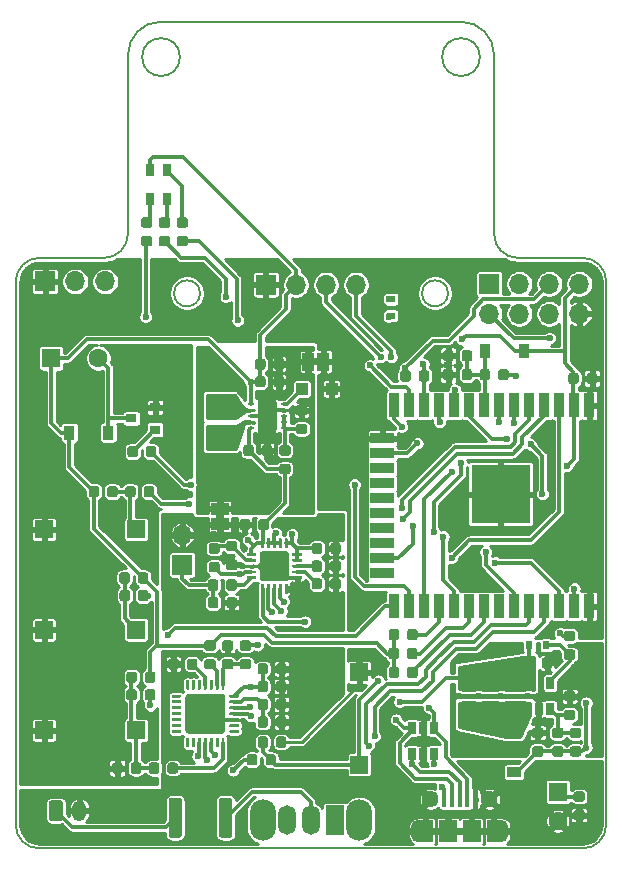
<source format=gtl>
G04 #@! TF.GenerationSoftware,KiCad,Pcbnew,5.1.5+dfsg1-2build2*
G04 #@! TF.CreationDate,2021-03-01T21:19:45+01:00*
G04 #@! TF.ProjectId,time2time,74696d65-3274-4696-9d65-2e6b69636164,V1.0*
G04 #@! TF.SameCoordinates,PX7735940PY3473bc0*
G04 #@! TF.FileFunction,Copper,L1,Top*
G04 #@! TF.FilePolarity,Positive*
%FSLAX46Y46*%
G04 Gerber Fmt 4.6, Leading zero omitted, Abs format (unit mm)*
G04 Created by KiCad (PCBNEW 5.1.5+dfsg1-2build2) date 2021-03-01 21:19:45*
%MOMM*%
%LPD*%
G04 APERTURE LIST*
%ADD10C,0.150000*%
%ADD11C,0.100000*%
%ADD12R,0.600000X0.240000*%
%ADD13C,0.600000*%
%ADD14R,0.600000X0.700000*%
%ADD15R,0.650000X1.060000*%
%ADD16R,5.000000X5.000000*%
%ADD17R,0.900000X2.000000*%
%ADD18R,2.000000X0.900000*%
%ADD19R,1.600000X1.600000*%
%ADD20C,1.600000*%
%ADD21R,1.200000X0.900000*%
%ADD22R,1.000000X1.000000*%
%ADD23R,0.900000X1.200000*%
%ADD24R,0.800000X1.000000*%
%ADD25R,1.500000X1.900000*%
%ADD26C,1.450000*%
%ADD27R,0.400000X1.350000*%
%ADD28O,1.200000X1.900000*%
%ADD29R,1.200000X1.900000*%
%ADD30O,1.200000X1.750000*%
%ADD31R,1.700000X1.700000*%
%ADD32O,1.700000X1.700000*%
%ADD33R,1.000000X1.500000*%
%ADD34R,2.900000X1.800000*%
%ADD35R,2.200000X1.825000*%
%ADD36R,0.900000X0.800000*%
%ADD37R,1.500000X1.500000*%
%ADD38R,1.500000X2.500000*%
%ADD39O,1.500000X2.500000*%
%ADD40O,2.200000X3.500000*%
%ADD41R,1.500000X1.000000*%
%ADD42R,0.700000X0.600000*%
%ADD43C,0.300000*%
%ADD44C,0.304800*%
%ADD45C,1.500000*%
%ADD46C,0.254000*%
%ADD47C,0.230000*%
%ADD48C,0.250000*%
G04 APERTURE END LIST*
D10*
X50000000Y-68000000D02*
G75*
G02X48000000Y-70000000I-2000000J0D01*
G01*
X2000000Y-70000000D02*
G75*
G02X0Y-68000000I0J2000000D01*
G01*
X0Y-22000000D02*
G75*
G02X2000000Y-20000000I2000000J0D01*
G01*
X9500000Y-18000000D02*
G75*
G02X7500000Y-20000000I-2000000J0D01*
G01*
X42500000Y-20000000D02*
G75*
G02X40500000Y-18000000I0J2000000D01*
G01*
X48000000Y-20000000D02*
G75*
G02X50000000Y-22000000I0J-2000000D01*
G01*
X37700000Y0D02*
G75*
G02X40500000Y-2800000I0J-2800000D01*
G01*
X9500000Y-2800000D02*
G75*
G02X12300000Y0I2800000J0D01*
G01*
X42500000Y-20000000D02*
X48000000Y-20000000D01*
X9500000Y-2800000D02*
X9500000Y-18000000D01*
X37700000Y0D02*
X12300000Y0D01*
X40500000Y-18000000D02*
X40500000Y-2800000D01*
X36600000Y-23000000D02*
G75*
G03X36600000Y-23000000I-1100000J0D01*
G01*
X15600000Y-23000000D02*
G75*
G03X15600000Y-23000000I-1100000J0D01*
G01*
X39300000Y-3000000D02*
G75*
G03X39300000Y-3000000I-1600000J0D01*
G01*
X13900000Y-3000000D02*
G75*
G03X13900000Y-3000000I-1600000J0D01*
G01*
X0Y-22000000D02*
X0Y-68000000D01*
X7500000Y-20000000D02*
X2000000Y-20000000D01*
X50000000Y-68000000D02*
X50000000Y-22000000D01*
X2000000Y-70000000D02*
X48000000Y-70000000D01*
D11*
G36*
X25150000Y-28500000D02*
G01*
X25650000Y-28500000D01*
X25650000Y-29100000D01*
X25150000Y-29100000D01*
X25150000Y-28500000D01*
G37*
G36*
X17000000Y-42150000D02*
G01*
X17000000Y-41650000D01*
X17600000Y-41650000D01*
X17600000Y-42150000D01*
X17000000Y-42150000D01*
G37*
D12*
X19900000Y-32400000D03*
X19900000Y-32900000D03*
X19900000Y-33400000D03*
X19900000Y-33900000D03*
X19900000Y-34400000D03*
X22700000Y-34400000D03*
X22700000Y-33900000D03*
X22700000Y-33400000D03*
X22700000Y-32900000D03*
X22700000Y-32400000D03*
G04 #@! TA.AperFunction,SMDPad,CuDef*
D11*
G36*
X21175000Y-32200000D02*
G01*
X21425000Y-32200000D01*
X21425000Y-31700000D01*
X21675000Y-31700000D01*
X21675000Y-32200000D01*
X22125000Y-32200000D01*
X22125000Y-34600000D01*
X21675000Y-34600000D01*
X21675000Y-35100000D01*
X21425000Y-35100000D01*
X21425000Y-34600000D01*
X21175000Y-34600000D01*
X21175000Y-35100000D01*
X20925000Y-35100000D01*
X20925000Y-34600000D01*
X20475000Y-34600000D01*
X20475000Y-32200000D01*
X20925000Y-32200000D01*
X20925000Y-31700000D01*
X21175000Y-31700000D01*
X21175000Y-32200000D01*
G37*
G04 #@! TD.AperFunction*
D13*
X21300000Y-34300000D03*
X20800000Y-33400000D03*
X21800000Y-33400000D03*
X21300000Y-32500000D03*
D14*
X44900000Y-52800000D03*
X43500000Y-52800000D03*
D15*
X43350000Y-58200000D03*
X44300000Y-58200000D03*
X45250000Y-58200000D03*
X45250000Y-56000000D03*
X43350000Y-56000000D03*
D16*
X41055000Y-40000000D03*
D17*
X48555000Y-32500000D03*
X47285000Y-32500000D03*
X46015000Y-32500000D03*
X44745000Y-32500000D03*
X43475000Y-32500000D03*
X42205000Y-32500000D03*
X40935000Y-32500000D03*
X39665000Y-32500000D03*
X38395000Y-32500000D03*
X37125000Y-32500000D03*
X35855000Y-32500000D03*
X34585000Y-32500000D03*
X33315000Y-32500000D03*
X32045000Y-32500000D03*
D18*
X31045000Y-35285000D03*
X31045000Y-36555000D03*
X31045000Y-37825000D03*
X31045000Y-39095000D03*
X31045000Y-40365000D03*
X31045000Y-41635000D03*
X31045000Y-42905000D03*
X31045000Y-44175000D03*
X31045000Y-45445000D03*
X31045000Y-46715000D03*
D17*
X32045000Y-49500000D03*
X33315000Y-49500000D03*
X34585000Y-49500000D03*
X35855000Y-49500000D03*
X37125000Y-49500000D03*
X38395000Y-49500000D03*
X39665000Y-49500000D03*
X40935000Y-49500000D03*
X42205000Y-49500000D03*
X43475000Y-49500000D03*
X44745000Y-49500000D03*
X46015000Y-49500000D03*
X47285000Y-49500000D03*
X48555000Y-49500000D03*
D19*
X3000000Y-28500000D03*
D20*
X7000000Y-28500000D03*
G04 #@! TA.AperFunction,SMDPad,CuDef*
D11*
G36*
X43652691Y-53826053D02*
G01*
X43673926Y-53829203D01*
X43694750Y-53834419D01*
X43714962Y-53841651D01*
X43734368Y-53850830D01*
X43752781Y-53861866D01*
X43770024Y-53874654D01*
X43785930Y-53889070D01*
X43800346Y-53904976D01*
X43813134Y-53922219D01*
X43824170Y-53940632D01*
X43833349Y-53960038D01*
X43840581Y-53980250D01*
X43845797Y-54001074D01*
X43848947Y-54022309D01*
X43850000Y-54043750D01*
X43850000Y-54556250D01*
X43848947Y-54577691D01*
X43845797Y-54598926D01*
X43840581Y-54619750D01*
X43833349Y-54639962D01*
X43824170Y-54659368D01*
X43813134Y-54677781D01*
X43800346Y-54695024D01*
X43785930Y-54710930D01*
X43770024Y-54725346D01*
X43752781Y-54738134D01*
X43734368Y-54749170D01*
X43714962Y-54758349D01*
X43694750Y-54765581D01*
X43673926Y-54770797D01*
X43652691Y-54773947D01*
X43631250Y-54775000D01*
X43193750Y-54775000D01*
X43172309Y-54773947D01*
X43151074Y-54770797D01*
X43130250Y-54765581D01*
X43110038Y-54758349D01*
X43090632Y-54749170D01*
X43072219Y-54738134D01*
X43054976Y-54725346D01*
X43039070Y-54710930D01*
X43024654Y-54695024D01*
X43011866Y-54677781D01*
X43000830Y-54659368D01*
X42991651Y-54639962D01*
X42984419Y-54619750D01*
X42979203Y-54598926D01*
X42976053Y-54577691D01*
X42975000Y-54556250D01*
X42975000Y-54043750D01*
X42976053Y-54022309D01*
X42979203Y-54001074D01*
X42984419Y-53980250D01*
X42991651Y-53960038D01*
X43000830Y-53940632D01*
X43011866Y-53922219D01*
X43024654Y-53904976D01*
X43039070Y-53889070D01*
X43054976Y-53874654D01*
X43072219Y-53861866D01*
X43090632Y-53850830D01*
X43110038Y-53841651D01*
X43130250Y-53834419D01*
X43151074Y-53829203D01*
X43172309Y-53826053D01*
X43193750Y-53825000D01*
X43631250Y-53825000D01*
X43652691Y-53826053D01*
G37*
G04 #@! TD.AperFunction*
G04 #@! TA.AperFunction,SMDPad,CuDef*
G36*
X45227691Y-53826053D02*
G01*
X45248926Y-53829203D01*
X45269750Y-53834419D01*
X45289962Y-53841651D01*
X45309368Y-53850830D01*
X45327781Y-53861866D01*
X45345024Y-53874654D01*
X45360930Y-53889070D01*
X45375346Y-53904976D01*
X45388134Y-53922219D01*
X45399170Y-53940632D01*
X45408349Y-53960038D01*
X45415581Y-53980250D01*
X45420797Y-54001074D01*
X45423947Y-54022309D01*
X45425000Y-54043750D01*
X45425000Y-54556250D01*
X45423947Y-54577691D01*
X45420797Y-54598926D01*
X45415581Y-54619750D01*
X45408349Y-54639962D01*
X45399170Y-54659368D01*
X45388134Y-54677781D01*
X45375346Y-54695024D01*
X45360930Y-54710930D01*
X45345024Y-54725346D01*
X45327781Y-54738134D01*
X45309368Y-54749170D01*
X45289962Y-54758349D01*
X45269750Y-54765581D01*
X45248926Y-54770797D01*
X45227691Y-54773947D01*
X45206250Y-54775000D01*
X44768750Y-54775000D01*
X44747309Y-54773947D01*
X44726074Y-54770797D01*
X44705250Y-54765581D01*
X44685038Y-54758349D01*
X44665632Y-54749170D01*
X44647219Y-54738134D01*
X44629976Y-54725346D01*
X44614070Y-54710930D01*
X44599654Y-54695024D01*
X44586866Y-54677781D01*
X44575830Y-54659368D01*
X44566651Y-54639962D01*
X44559419Y-54619750D01*
X44554203Y-54598926D01*
X44551053Y-54577691D01*
X44550000Y-54556250D01*
X44550000Y-54043750D01*
X44551053Y-54022309D01*
X44554203Y-54001074D01*
X44559419Y-53980250D01*
X44566651Y-53960038D01*
X44575830Y-53940632D01*
X44586866Y-53922219D01*
X44599654Y-53904976D01*
X44614070Y-53889070D01*
X44629976Y-53874654D01*
X44647219Y-53861866D01*
X44665632Y-53850830D01*
X44685038Y-53841651D01*
X44705250Y-53834419D01*
X44726074Y-53829203D01*
X44747309Y-53826053D01*
X44768750Y-53825000D01*
X45206250Y-53825000D01*
X45227691Y-53826053D01*
G37*
G04 #@! TD.AperFunction*
D19*
X45900000Y-65200000D03*
D20*
X45900000Y-67700000D03*
G04 #@! TA.AperFunction,SMDPad,CuDef*
D11*
G36*
X27315191Y-44126053D02*
G01*
X27336426Y-44129203D01*
X27357250Y-44134419D01*
X27377462Y-44141651D01*
X27396868Y-44150830D01*
X27415281Y-44161866D01*
X27432524Y-44174654D01*
X27448430Y-44189070D01*
X27462846Y-44204976D01*
X27475634Y-44222219D01*
X27486670Y-44240632D01*
X27495849Y-44260038D01*
X27503081Y-44280250D01*
X27508297Y-44301074D01*
X27511447Y-44322309D01*
X27512500Y-44343750D01*
X27512500Y-44856250D01*
X27511447Y-44877691D01*
X27508297Y-44898926D01*
X27503081Y-44919750D01*
X27495849Y-44939962D01*
X27486670Y-44959368D01*
X27475634Y-44977781D01*
X27462846Y-44995024D01*
X27448430Y-45010930D01*
X27432524Y-45025346D01*
X27415281Y-45038134D01*
X27396868Y-45049170D01*
X27377462Y-45058349D01*
X27357250Y-45065581D01*
X27336426Y-45070797D01*
X27315191Y-45073947D01*
X27293750Y-45075000D01*
X26856250Y-45075000D01*
X26834809Y-45073947D01*
X26813574Y-45070797D01*
X26792750Y-45065581D01*
X26772538Y-45058349D01*
X26753132Y-45049170D01*
X26734719Y-45038134D01*
X26717476Y-45025346D01*
X26701570Y-45010930D01*
X26687154Y-44995024D01*
X26674366Y-44977781D01*
X26663330Y-44959368D01*
X26654151Y-44939962D01*
X26646919Y-44919750D01*
X26641703Y-44898926D01*
X26638553Y-44877691D01*
X26637500Y-44856250D01*
X26637500Y-44343750D01*
X26638553Y-44322309D01*
X26641703Y-44301074D01*
X26646919Y-44280250D01*
X26654151Y-44260038D01*
X26663330Y-44240632D01*
X26674366Y-44222219D01*
X26687154Y-44204976D01*
X26701570Y-44189070D01*
X26717476Y-44174654D01*
X26734719Y-44161866D01*
X26753132Y-44150830D01*
X26772538Y-44141651D01*
X26792750Y-44134419D01*
X26813574Y-44129203D01*
X26834809Y-44126053D01*
X26856250Y-44125000D01*
X27293750Y-44125000D01*
X27315191Y-44126053D01*
G37*
G04 #@! TD.AperFunction*
G04 #@! TA.AperFunction,SMDPad,CuDef*
G36*
X25740191Y-44126053D02*
G01*
X25761426Y-44129203D01*
X25782250Y-44134419D01*
X25802462Y-44141651D01*
X25821868Y-44150830D01*
X25840281Y-44161866D01*
X25857524Y-44174654D01*
X25873430Y-44189070D01*
X25887846Y-44204976D01*
X25900634Y-44222219D01*
X25911670Y-44240632D01*
X25920849Y-44260038D01*
X25928081Y-44280250D01*
X25933297Y-44301074D01*
X25936447Y-44322309D01*
X25937500Y-44343750D01*
X25937500Y-44856250D01*
X25936447Y-44877691D01*
X25933297Y-44898926D01*
X25928081Y-44919750D01*
X25920849Y-44939962D01*
X25911670Y-44959368D01*
X25900634Y-44977781D01*
X25887846Y-44995024D01*
X25873430Y-45010930D01*
X25857524Y-45025346D01*
X25840281Y-45038134D01*
X25821868Y-45049170D01*
X25802462Y-45058349D01*
X25782250Y-45065581D01*
X25761426Y-45070797D01*
X25740191Y-45073947D01*
X25718750Y-45075000D01*
X25281250Y-45075000D01*
X25259809Y-45073947D01*
X25238574Y-45070797D01*
X25217750Y-45065581D01*
X25197538Y-45058349D01*
X25178132Y-45049170D01*
X25159719Y-45038134D01*
X25142476Y-45025346D01*
X25126570Y-45010930D01*
X25112154Y-44995024D01*
X25099366Y-44977781D01*
X25088330Y-44959368D01*
X25079151Y-44939962D01*
X25071919Y-44919750D01*
X25066703Y-44898926D01*
X25063553Y-44877691D01*
X25062500Y-44856250D01*
X25062500Y-44343750D01*
X25063553Y-44322309D01*
X25066703Y-44301074D01*
X25071919Y-44280250D01*
X25079151Y-44260038D01*
X25088330Y-44240632D01*
X25099366Y-44222219D01*
X25112154Y-44204976D01*
X25126570Y-44189070D01*
X25142476Y-44174654D01*
X25159719Y-44161866D01*
X25178132Y-44150830D01*
X25197538Y-44141651D01*
X25217750Y-44134419D01*
X25238574Y-44129203D01*
X25259809Y-44126053D01*
X25281250Y-44125000D01*
X25718750Y-44125000D01*
X25740191Y-44126053D01*
G37*
G04 #@! TD.AperFunction*
G04 #@! TA.AperFunction,SMDPad,CuDef*
G36*
X44477691Y-59776053D02*
G01*
X44498926Y-59779203D01*
X44519750Y-59784419D01*
X44539962Y-59791651D01*
X44559368Y-59800830D01*
X44577781Y-59811866D01*
X44595024Y-59824654D01*
X44610930Y-59839070D01*
X44625346Y-59854976D01*
X44638134Y-59872219D01*
X44649170Y-59890632D01*
X44658349Y-59910038D01*
X44665581Y-59930250D01*
X44670797Y-59951074D01*
X44673947Y-59972309D01*
X44675000Y-59993750D01*
X44675000Y-60431250D01*
X44673947Y-60452691D01*
X44670797Y-60473926D01*
X44665581Y-60494750D01*
X44658349Y-60514962D01*
X44649170Y-60534368D01*
X44638134Y-60552781D01*
X44625346Y-60570024D01*
X44610930Y-60585930D01*
X44595024Y-60600346D01*
X44577781Y-60613134D01*
X44559368Y-60624170D01*
X44539962Y-60633349D01*
X44519750Y-60640581D01*
X44498926Y-60645797D01*
X44477691Y-60648947D01*
X44456250Y-60650000D01*
X43943750Y-60650000D01*
X43922309Y-60648947D01*
X43901074Y-60645797D01*
X43880250Y-60640581D01*
X43860038Y-60633349D01*
X43840632Y-60624170D01*
X43822219Y-60613134D01*
X43804976Y-60600346D01*
X43789070Y-60585930D01*
X43774654Y-60570024D01*
X43761866Y-60552781D01*
X43750830Y-60534368D01*
X43741651Y-60514962D01*
X43734419Y-60494750D01*
X43729203Y-60473926D01*
X43726053Y-60452691D01*
X43725000Y-60431250D01*
X43725000Y-59993750D01*
X43726053Y-59972309D01*
X43729203Y-59951074D01*
X43734419Y-59930250D01*
X43741651Y-59910038D01*
X43750830Y-59890632D01*
X43761866Y-59872219D01*
X43774654Y-59854976D01*
X43789070Y-59839070D01*
X43804976Y-59824654D01*
X43822219Y-59811866D01*
X43840632Y-59800830D01*
X43860038Y-59791651D01*
X43880250Y-59784419D01*
X43901074Y-59779203D01*
X43922309Y-59776053D01*
X43943750Y-59775000D01*
X44456250Y-59775000D01*
X44477691Y-59776053D01*
G37*
G04 #@! TD.AperFunction*
G04 #@! TA.AperFunction,SMDPad,CuDef*
G36*
X44477691Y-61351053D02*
G01*
X44498926Y-61354203D01*
X44519750Y-61359419D01*
X44539962Y-61366651D01*
X44559368Y-61375830D01*
X44577781Y-61386866D01*
X44595024Y-61399654D01*
X44610930Y-61414070D01*
X44625346Y-61429976D01*
X44638134Y-61447219D01*
X44649170Y-61465632D01*
X44658349Y-61485038D01*
X44665581Y-61505250D01*
X44670797Y-61526074D01*
X44673947Y-61547309D01*
X44675000Y-61568750D01*
X44675000Y-62006250D01*
X44673947Y-62027691D01*
X44670797Y-62048926D01*
X44665581Y-62069750D01*
X44658349Y-62089962D01*
X44649170Y-62109368D01*
X44638134Y-62127781D01*
X44625346Y-62145024D01*
X44610930Y-62160930D01*
X44595024Y-62175346D01*
X44577781Y-62188134D01*
X44559368Y-62199170D01*
X44539962Y-62208349D01*
X44519750Y-62215581D01*
X44498926Y-62220797D01*
X44477691Y-62223947D01*
X44456250Y-62225000D01*
X43943750Y-62225000D01*
X43922309Y-62223947D01*
X43901074Y-62220797D01*
X43880250Y-62215581D01*
X43860038Y-62208349D01*
X43840632Y-62199170D01*
X43822219Y-62188134D01*
X43804976Y-62175346D01*
X43789070Y-62160930D01*
X43774654Y-62145024D01*
X43761866Y-62127781D01*
X43750830Y-62109368D01*
X43741651Y-62089962D01*
X43734419Y-62069750D01*
X43729203Y-62048926D01*
X43726053Y-62027691D01*
X43725000Y-62006250D01*
X43725000Y-61568750D01*
X43726053Y-61547309D01*
X43729203Y-61526074D01*
X43734419Y-61505250D01*
X43741651Y-61485038D01*
X43750830Y-61465632D01*
X43761866Y-61447219D01*
X43774654Y-61429976D01*
X43789070Y-61414070D01*
X43804976Y-61399654D01*
X43822219Y-61386866D01*
X43840632Y-61375830D01*
X43860038Y-61366651D01*
X43880250Y-61359419D01*
X43901074Y-61354203D01*
X43922309Y-61351053D01*
X43943750Y-61350000D01*
X44456250Y-61350000D01*
X44477691Y-61351053D01*
G37*
G04 #@! TD.AperFunction*
G04 #@! TA.AperFunction,SMDPad,CuDef*
G36*
X47977691Y-65176053D02*
G01*
X47998926Y-65179203D01*
X48019750Y-65184419D01*
X48039962Y-65191651D01*
X48059368Y-65200830D01*
X48077781Y-65211866D01*
X48095024Y-65224654D01*
X48110930Y-65239070D01*
X48125346Y-65254976D01*
X48138134Y-65272219D01*
X48149170Y-65290632D01*
X48158349Y-65310038D01*
X48165581Y-65330250D01*
X48170797Y-65351074D01*
X48173947Y-65372309D01*
X48175000Y-65393750D01*
X48175000Y-65831250D01*
X48173947Y-65852691D01*
X48170797Y-65873926D01*
X48165581Y-65894750D01*
X48158349Y-65914962D01*
X48149170Y-65934368D01*
X48138134Y-65952781D01*
X48125346Y-65970024D01*
X48110930Y-65985930D01*
X48095024Y-66000346D01*
X48077781Y-66013134D01*
X48059368Y-66024170D01*
X48039962Y-66033349D01*
X48019750Y-66040581D01*
X47998926Y-66045797D01*
X47977691Y-66048947D01*
X47956250Y-66050000D01*
X47443750Y-66050000D01*
X47422309Y-66048947D01*
X47401074Y-66045797D01*
X47380250Y-66040581D01*
X47360038Y-66033349D01*
X47340632Y-66024170D01*
X47322219Y-66013134D01*
X47304976Y-66000346D01*
X47289070Y-65985930D01*
X47274654Y-65970024D01*
X47261866Y-65952781D01*
X47250830Y-65934368D01*
X47241651Y-65914962D01*
X47234419Y-65894750D01*
X47229203Y-65873926D01*
X47226053Y-65852691D01*
X47225000Y-65831250D01*
X47225000Y-65393750D01*
X47226053Y-65372309D01*
X47229203Y-65351074D01*
X47234419Y-65330250D01*
X47241651Y-65310038D01*
X47250830Y-65290632D01*
X47261866Y-65272219D01*
X47274654Y-65254976D01*
X47289070Y-65239070D01*
X47304976Y-65224654D01*
X47322219Y-65211866D01*
X47340632Y-65200830D01*
X47360038Y-65191651D01*
X47380250Y-65184419D01*
X47401074Y-65179203D01*
X47422309Y-65176053D01*
X47443750Y-65175000D01*
X47956250Y-65175000D01*
X47977691Y-65176053D01*
G37*
G04 #@! TD.AperFunction*
G04 #@! TA.AperFunction,SMDPad,CuDef*
G36*
X47977691Y-66751053D02*
G01*
X47998926Y-66754203D01*
X48019750Y-66759419D01*
X48039962Y-66766651D01*
X48059368Y-66775830D01*
X48077781Y-66786866D01*
X48095024Y-66799654D01*
X48110930Y-66814070D01*
X48125346Y-66829976D01*
X48138134Y-66847219D01*
X48149170Y-66865632D01*
X48158349Y-66885038D01*
X48165581Y-66905250D01*
X48170797Y-66926074D01*
X48173947Y-66947309D01*
X48175000Y-66968750D01*
X48175000Y-67406250D01*
X48173947Y-67427691D01*
X48170797Y-67448926D01*
X48165581Y-67469750D01*
X48158349Y-67489962D01*
X48149170Y-67509368D01*
X48138134Y-67527781D01*
X48125346Y-67545024D01*
X48110930Y-67560930D01*
X48095024Y-67575346D01*
X48077781Y-67588134D01*
X48059368Y-67599170D01*
X48039962Y-67608349D01*
X48019750Y-67615581D01*
X47998926Y-67620797D01*
X47977691Y-67623947D01*
X47956250Y-67625000D01*
X47443750Y-67625000D01*
X47422309Y-67623947D01*
X47401074Y-67620797D01*
X47380250Y-67615581D01*
X47360038Y-67608349D01*
X47340632Y-67599170D01*
X47322219Y-67588134D01*
X47304976Y-67575346D01*
X47289070Y-67560930D01*
X47274654Y-67545024D01*
X47261866Y-67527781D01*
X47250830Y-67509368D01*
X47241651Y-67489962D01*
X47234419Y-67469750D01*
X47229203Y-67448926D01*
X47226053Y-67427691D01*
X47225000Y-67406250D01*
X47225000Y-66968750D01*
X47226053Y-66947309D01*
X47229203Y-66926074D01*
X47234419Y-66905250D01*
X47241651Y-66885038D01*
X47250830Y-66865632D01*
X47261866Y-66847219D01*
X47274654Y-66829976D01*
X47289070Y-66814070D01*
X47304976Y-66799654D01*
X47322219Y-66786866D01*
X47340632Y-66775830D01*
X47360038Y-66766651D01*
X47380250Y-66759419D01*
X47401074Y-66754203D01*
X47422309Y-66751053D01*
X47443750Y-66750000D01*
X47956250Y-66750000D01*
X47977691Y-66751053D01*
G37*
G04 #@! TD.AperFunction*
G04 #@! TA.AperFunction,SMDPad,CuDef*
G36*
X47677691Y-61351053D02*
G01*
X47698926Y-61354203D01*
X47719750Y-61359419D01*
X47739962Y-61366651D01*
X47759368Y-61375830D01*
X47777781Y-61386866D01*
X47795024Y-61399654D01*
X47810930Y-61414070D01*
X47825346Y-61429976D01*
X47838134Y-61447219D01*
X47849170Y-61465632D01*
X47858349Y-61485038D01*
X47865581Y-61505250D01*
X47870797Y-61526074D01*
X47873947Y-61547309D01*
X47875000Y-61568750D01*
X47875000Y-62006250D01*
X47873947Y-62027691D01*
X47870797Y-62048926D01*
X47865581Y-62069750D01*
X47858349Y-62089962D01*
X47849170Y-62109368D01*
X47838134Y-62127781D01*
X47825346Y-62145024D01*
X47810930Y-62160930D01*
X47795024Y-62175346D01*
X47777781Y-62188134D01*
X47759368Y-62199170D01*
X47739962Y-62208349D01*
X47719750Y-62215581D01*
X47698926Y-62220797D01*
X47677691Y-62223947D01*
X47656250Y-62225000D01*
X47143750Y-62225000D01*
X47122309Y-62223947D01*
X47101074Y-62220797D01*
X47080250Y-62215581D01*
X47060038Y-62208349D01*
X47040632Y-62199170D01*
X47022219Y-62188134D01*
X47004976Y-62175346D01*
X46989070Y-62160930D01*
X46974654Y-62145024D01*
X46961866Y-62127781D01*
X46950830Y-62109368D01*
X46941651Y-62089962D01*
X46934419Y-62069750D01*
X46929203Y-62048926D01*
X46926053Y-62027691D01*
X46925000Y-62006250D01*
X46925000Y-61568750D01*
X46926053Y-61547309D01*
X46929203Y-61526074D01*
X46934419Y-61505250D01*
X46941651Y-61485038D01*
X46950830Y-61465632D01*
X46961866Y-61447219D01*
X46974654Y-61429976D01*
X46989070Y-61414070D01*
X47004976Y-61399654D01*
X47022219Y-61386866D01*
X47040632Y-61375830D01*
X47060038Y-61366651D01*
X47080250Y-61359419D01*
X47101074Y-61354203D01*
X47122309Y-61351053D01*
X47143750Y-61350000D01*
X47656250Y-61350000D01*
X47677691Y-61351053D01*
G37*
G04 #@! TD.AperFunction*
G04 #@! TA.AperFunction,SMDPad,CuDef*
G36*
X47677691Y-59776053D02*
G01*
X47698926Y-59779203D01*
X47719750Y-59784419D01*
X47739962Y-59791651D01*
X47759368Y-59800830D01*
X47777781Y-59811866D01*
X47795024Y-59824654D01*
X47810930Y-59839070D01*
X47825346Y-59854976D01*
X47838134Y-59872219D01*
X47849170Y-59890632D01*
X47858349Y-59910038D01*
X47865581Y-59930250D01*
X47870797Y-59951074D01*
X47873947Y-59972309D01*
X47875000Y-59993750D01*
X47875000Y-60431250D01*
X47873947Y-60452691D01*
X47870797Y-60473926D01*
X47865581Y-60494750D01*
X47858349Y-60514962D01*
X47849170Y-60534368D01*
X47838134Y-60552781D01*
X47825346Y-60570024D01*
X47810930Y-60585930D01*
X47795024Y-60600346D01*
X47777781Y-60613134D01*
X47759368Y-60624170D01*
X47739962Y-60633349D01*
X47719750Y-60640581D01*
X47698926Y-60645797D01*
X47677691Y-60648947D01*
X47656250Y-60650000D01*
X47143750Y-60650000D01*
X47122309Y-60648947D01*
X47101074Y-60645797D01*
X47080250Y-60640581D01*
X47060038Y-60633349D01*
X47040632Y-60624170D01*
X47022219Y-60613134D01*
X47004976Y-60600346D01*
X46989070Y-60585930D01*
X46974654Y-60570024D01*
X46961866Y-60552781D01*
X46950830Y-60534368D01*
X46941651Y-60514962D01*
X46934419Y-60494750D01*
X46929203Y-60473926D01*
X46926053Y-60452691D01*
X46925000Y-60431250D01*
X46925000Y-59993750D01*
X46926053Y-59972309D01*
X46929203Y-59951074D01*
X46934419Y-59930250D01*
X46941651Y-59910038D01*
X46950830Y-59890632D01*
X46961866Y-59872219D01*
X46974654Y-59854976D01*
X46989070Y-59839070D01*
X47004976Y-59824654D01*
X47022219Y-59811866D01*
X47040632Y-59800830D01*
X47060038Y-59791651D01*
X47080250Y-59784419D01*
X47101074Y-59779203D01*
X47122309Y-59776053D01*
X47143750Y-59775000D01*
X47656250Y-59775000D01*
X47677691Y-59776053D01*
G37*
G04 #@! TD.AperFunction*
G04 #@! TA.AperFunction,SMDPad,CuDef*
G36*
X19952691Y-35826053D02*
G01*
X19973926Y-35829203D01*
X19994750Y-35834419D01*
X20014962Y-35841651D01*
X20034368Y-35850830D01*
X20052781Y-35861866D01*
X20070024Y-35874654D01*
X20085930Y-35889070D01*
X20100346Y-35904976D01*
X20113134Y-35922219D01*
X20124170Y-35940632D01*
X20133349Y-35960038D01*
X20140581Y-35980250D01*
X20145797Y-36001074D01*
X20148947Y-36022309D01*
X20150000Y-36043750D01*
X20150000Y-36556250D01*
X20148947Y-36577691D01*
X20145797Y-36598926D01*
X20140581Y-36619750D01*
X20133349Y-36639962D01*
X20124170Y-36659368D01*
X20113134Y-36677781D01*
X20100346Y-36695024D01*
X20085930Y-36710930D01*
X20070024Y-36725346D01*
X20052781Y-36738134D01*
X20034368Y-36749170D01*
X20014962Y-36758349D01*
X19994750Y-36765581D01*
X19973926Y-36770797D01*
X19952691Y-36773947D01*
X19931250Y-36775000D01*
X19493750Y-36775000D01*
X19472309Y-36773947D01*
X19451074Y-36770797D01*
X19430250Y-36765581D01*
X19410038Y-36758349D01*
X19390632Y-36749170D01*
X19372219Y-36738134D01*
X19354976Y-36725346D01*
X19339070Y-36710930D01*
X19324654Y-36695024D01*
X19311866Y-36677781D01*
X19300830Y-36659368D01*
X19291651Y-36639962D01*
X19284419Y-36619750D01*
X19279203Y-36598926D01*
X19276053Y-36577691D01*
X19275000Y-36556250D01*
X19275000Y-36043750D01*
X19276053Y-36022309D01*
X19279203Y-36001074D01*
X19284419Y-35980250D01*
X19291651Y-35960038D01*
X19300830Y-35940632D01*
X19311866Y-35922219D01*
X19324654Y-35904976D01*
X19339070Y-35889070D01*
X19354976Y-35874654D01*
X19372219Y-35861866D01*
X19390632Y-35850830D01*
X19410038Y-35841651D01*
X19430250Y-35834419D01*
X19451074Y-35829203D01*
X19472309Y-35826053D01*
X19493750Y-35825000D01*
X19931250Y-35825000D01*
X19952691Y-35826053D01*
G37*
G04 #@! TD.AperFunction*
G04 #@! TA.AperFunction,SMDPad,CuDef*
G36*
X21527691Y-35826053D02*
G01*
X21548926Y-35829203D01*
X21569750Y-35834419D01*
X21589962Y-35841651D01*
X21609368Y-35850830D01*
X21627781Y-35861866D01*
X21645024Y-35874654D01*
X21660930Y-35889070D01*
X21675346Y-35904976D01*
X21688134Y-35922219D01*
X21699170Y-35940632D01*
X21708349Y-35960038D01*
X21715581Y-35980250D01*
X21720797Y-36001074D01*
X21723947Y-36022309D01*
X21725000Y-36043750D01*
X21725000Y-36556250D01*
X21723947Y-36577691D01*
X21720797Y-36598926D01*
X21715581Y-36619750D01*
X21708349Y-36639962D01*
X21699170Y-36659368D01*
X21688134Y-36677781D01*
X21675346Y-36695024D01*
X21660930Y-36710930D01*
X21645024Y-36725346D01*
X21627781Y-36738134D01*
X21609368Y-36749170D01*
X21589962Y-36758349D01*
X21569750Y-36765581D01*
X21548926Y-36770797D01*
X21527691Y-36773947D01*
X21506250Y-36775000D01*
X21068750Y-36775000D01*
X21047309Y-36773947D01*
X21026074Y-36770797D01*
X21005250Y-36765581D01*
X20985038Y-36758349D01*
X20965632Y-36749170D01*
X20947219Y-36738134D01*
X20929976Y-36725346D01*
X20914070Y-36710930D01*
X20899654Y-36695024D01*
X20886866Y-36677781D01*
X20875830Y-36659368D01*
X20866651Y-36639962D01*
X20859419Y-36619750D01*
X20854203Y-36598926D01*
X20851053Y-36577691D01*
X20850000Y-36556250D01*
X20850000Y-36043750D01*
X20851053Y-36022309D01*
X20854203Y-36001074D01*
X20859419Y-35980250D01*
X20866651Y-35960038D01*
X20875830Y-35940632D01*
X20886866Y-35922219D01*
X20899654Y-35904976D01*
X20914070Y-35889070D01*
X20929976Y-35874654D01*
X20947219Y-35861866D01*
X20965632Y-35850830D01*
X20985038Y-35841651D01*
X21005250Y-35834419D01*
X21026074Y-35829203D01*
X21047309Y-35826053D01*
X21068750Y-35825000D01*
X21506250Y-35825000D01*
X21527691Y-35826053D01*
G37*
G04 #@! TD.AperFunction*
G04 #@! TA.AperFunction,SMDPad,CuDef*
G36*
X24477691Y-32476053D02*
G01*
X24498926Y-32479203D01*
X24519750Y-32484419D01*
X24539962Y-32491651D01*
X24559368Y-32500830D01*
X24577781Y-32511866D01*
X24595024Y-32524654D01*
X24610930Y-32539070D01*
X24625346Y-32554976D01*
X24638134Y-32572219D01*
X24649170Y-32590632D01*
X24658349Y-32610038D01*
X24665581Y-32630250D01*
X24670797Y-32651074D01*
X24673947Y-32672309D01*
X24675000Y-32693750D01*
X24675000Y-33131250D01*
X24673947Y-33152691D01*
X24670797Y-33173926D01*
X24665581Y-33194750D01*
X24658349Y-33214962D01*
X24649170Y-33234368D01*
X24638134Y-33252781D01*
X24625346Y-33270024D01*
X24610930Y-33285930D01*
X24595024Y-33300346D01*
X24577781Y-33313134D01*
X24559368Y-33324170D01*
X24539962Y-33333349D01*
X24519750Y-33340581D01*
X24498926Y-33345797D01*
X24477691Y-33348947D01*
X24456250Y-33350000D01*
X23943750Y-33350000D01*
X23922309Y-33348947D01*
X23901074Y-33345797D01*
X23880250Y-33340581D01*
X23860038Y-33333349D01*
X23840632Y-33324170D01*
X23822219Y-33313134D01*
X23804976Y-33300346D01*
X23789070Y-33285930D01*
X23774654Y-33270024D01*
X23761866Y-33252781D01*
X23750830Y-33234368D01*
X23741651Y-33214962D01*
X23734419Y-33194750D01*
X23729203Y-33173926D01*
X23726053Y-33152691D01*
X23725000Y-33131250D01*
X23725000Y-32693750D01*
X23726053Y-32672309D01*
X23729203Y-32651074D01*
X23734419Y-32630250D01*
X23741651Y-32610038D01*
X23750830Y-32590632D01*
X23761866Y-32572219D01*
X23774654Y-32554976D01*
X23789070Y-32539070D01*
X23804976Y-32524654D01*
X23822219Y-32511866D01*
X23840632Y-32500830D01*
X23860038Y-32491651D01*
X23880250Y-32484419D01*
X23901074Y-32479203D01*
X23922309Y-32476053D01*
X23943750Y-32475000D01*
X24456250Y-32475000D01*
X24477691Y-32476053D01*
G37*
G04 #@! TD.AperFunction*
G04 #@! TA.AperFunction,SMDPad,CuDef*
G36*
X24477691Y-34051053D02*
G01*
X24498926Y-34054203D01*
X24519750Y-34059419D01*
X24539962Y-34066651D01*
X24559368Y-34075830D01*
X24577781Y-34086866D01*
X24595024Y-34099654D01*
X24610930Y-34114070D01*
X24625346Y-34129976D01*
X24638134Y-34147219D01*
X24649170Y-34165632D01*
X24658349Y-34185038D01*
X24665581Y-34205250D01*
X24670797Y-34226074D01*
X24673947Y-34247309D01*
X24675000Y-34268750D01*
X24675000Y-34706250D01*
X24673947Y-34727691D01*
X24670797Y-34748926D01*
X24665581Y-34769750D01*
X24658349Y-34789962D01*
X24649170Y-34809368D01*
X24638134Y-34827781D01*
X24625346Y-34845024D01*
X24610930Y-34860930D01*
X24595024Y-34875346D01*
X24577781Y-34888134D01*
X24559368Y-34899170D01*
X24539962Y-34908349D01*
X24519750Y-34915581D01*
X24498926Y-34920797D01*
X24477691Y-34923947D01*
X24456250Y-34925000D01*
X23943750Y-34925000D01*
X23922309Y-34923947D01*
X23901074Y-34920797D01*
X23880250Y-34915581D01*
X23860038Y-34908349D01*
X23840632Y-34899170D01*
X23822219Y-34888134D01*
X23804976Y-34875346D01*
X23789070Y-34860930D01*
X23774654Y-34845024D01*
X23761866Y-34827781D01*
X23750830Y-34809368D01*
X23741651Y-34789962D01*
X23734419Y-34769750D01*
X23729203Y-34748926D01*
X23726053Y-34727691D01*
X23725000Y-34706250D01*
X23725000Y-34268750D01*
X23726053Y-34247309D01*
X23729203Y-34226074D01*
X23734419Y-34205250D01*
X23741651Y-34185038D01*
X23750830Y-34165632D01*
X23761866Y-34147219D01*
X23774654Y-34129976D01*
X23789070Y-34114070D01*
X23804976Y-34099654D01*
X23822219Y-34086866D01*
X23840632Y-34075830D01*
X23860038Y-34066651D01*
X23880250Y-34059419D01*
X23901074Y-34054203D01*
X23922309Y-34051053D01*
X23943750Y-34050000D01*
X24456250Y-34050000D01*
X24477691Y-34051053D01*
G37*
G04 #@! TD.AperFunction*
G04 #@! TA.AperFunction,SMDPad,CuDef*
G36*
X22527691Y-30026053D02*
G01*
X22548926Y-30029203D01*
X22569750Y-30034419D01*
X22589962Y-30041651D01*
X22609368Y-30050830D01*
X22627781Y-30061866D01*
X22645024Y-30074654D01*
X22660930Y-30089070D01*
X22675346Y-30104976D01*
X22688134Y-30122219D01*
X22699170Y-30140632D01*
X22708349Y-30160038D01*
X22715581Y-30180250D01*
X22720797Y-30201074D01*
X22723947Y-30222309D01*
X22725000Y-30243750D01*
X22725000Y-30756250D01*
X22723947Y-30777691D01*
X22720797Y-30798926D01*
X22715581Y-30819750D01*
X22708349Y-30839962D01*
X22699170Y-30859368D01*
X22688134Y-30877781D01*
X22675346Y-30895024D01*
X22660930Y-30910930D01*
X22645024Y-30925346D01*
X22627781Y-30938134D01*
X22609368Y-30949170D01*
X22589962Y-30958349D01*
X22569750Y-30965581D01*
X22548926Y-30970797D01*
X22527691Y-30973947D01*
X22506250Y-30975000D01*
X22068750Y-30975000D01*
X22047309Y-30973947D01*
X22026074Y-30970797D01*
X22005250Y-30965581D01*
X21985038Y-30958349D01*
X21965632Y-30949170D01*
X21947219Y-30938134D01*
X21929976Y-30925346D01*
X21914070Y-30910930D01*
X21899654Y-30895024D01*
X21886866Y-30877781D01*
X21875830Y-30859368D01*
X21866651Y-30839962D01*
X21859419Y-30819750D01*
X21854203Y-30798926D01*
X21851053Y-30777691D01*
X21850000Y-30756250D01*
X21850000Y-30243750D01*
X21851053Y-30222309D01*
X21854203Y-30201074D01*
X21859419Y-30180250D01*
X21866651Y-30160038D01*
X21875830Y-30140632D01*
X21886866Y-30122219D01*
X21899654Y-30104976D01*
X21914070Y-30089070D01*
X21929976Y-30074654D01*
X21947219Y-30061866D01*
X21965632Y-30050830D01*
X21985038Y-30041651D01*
X22005250Y-30034419D01*
X22026074Y-30029203D01*
X22047309Y-30026053D01*
X22068750Y-30025000D01*
X22506250Y-30025000D01*
X22527691Y-30026053D01*
G37*
G04 #@! TD.AperFunction*
G04 #@! TA.AperFunction,SMDPad,CuDef*
G36*
X20952691Y-30026053D02*
G01*
X20973926Y-30029203D01*
X20994750Y-30034419D01*
X21014962Y-30041651D01*
X21034368Y-30050830D01*
X21052781Y-30061866D01*
X21070024Y-30074654D01*
X21085930Y-30089070D01*
X21100346Y-30104976D01*
X21113134Y-30122219D01*
X21124170Y-30140632D01*
X21133349Y-30160038D01*
X21140581Y-30180250D01*
X21145797Y-30201074D01*
X21148947Y-30222309D01*
X21150000Y-30243750D01*
X21150000Y-30756250D01*
X21148947Y-30777691D01*
X21145797Y-30798926D01*
X21140581Y-30819750D01*
X21133349Y-30839962D01*
X21124170Y-30859368D01*
X21113134Y-30877781D01*
X21100346Y-30895024D01*
X21085930Y-30910930D01*
X21070024Y-30925346D01*
X21052781Y-30938134D01*
X21034368Y-30949170D01*
X21014962Y-30958349D01*
X20994750Y-30965581D01*
X20973926Y-30970797D01*
X20952691Y-30973947D01*
X20931250Y-30975000D01*
X20493750Y-30975000D01*
X20472309Y-30973947D01*
X20451074Y-30970797D01*
X20430250Y-30965581D01*
X20410038Y-30958349D01*
X20390632Y-30949170D01*
X20372219Y-30938134D01*
X20354976Y-30925346D01*
X20339070Y-30910930D01*
X20324654Y-30895024D01*
X20311866Y-30877781D01*
X20300830Y-30859368D01*
X20291651Y-30839962D01*
X20284419Y-30819750D01*
X20279203Y-30798926D01*
X20276053Y-30777691D01*
X20275000Y-30756250D01*
X20275000Y-30243750D01*
X20276053Y-30222309D01*
X20279203Y-30201074D01*
X20284419Y-30180250D01*
X20291651Y-30160038D01*
X20300830Y-30140632D01*
X20311866Y-30122219D01*
X20324654Y-30104976D01*
X20339070Y-30089070D01*
X20354976Y-30074654D01*
X20372219Y-30061866D01*
X20390632Y-30050830D01*
X20410038Y-30041651D01*
X20430250Y-30034419D01*
X20451074Y-30029203D01*
X20472309Y-30026053D01*
X20493750Y-30025000D01*
X20931250Y-30025000D01*
X20952691Y-30026053D01*
G37*
G04 #@! TD.AperFunction*
G04 #@! TA.AperFunction,SMDPad,CuDef*
G36*
X21215191Y-42126053D02*
G01*
X21236426Y-42129203D01*
X21257250Y-42134419D01*
X21277462Y-42141651D01*
X21296868Y-42150830D01*
X21315281Y-42161866D01*
X21332524Y-42174654D01*
X21348430Y-42189070D01*
X21362846Y-42204976D01*
X21375634Y-42222219D01*
X21386670Y-42240632D01*
X21395849Y-42260038D01*
X21403081Y-42280250D01*
X21408297Y-42301074D01*
X21411447Y-42322309D01*
X21412500Y-42343750D01*
X21412500Y-42856250D01*
X21411447Y-42877691D01*
X21408297Y-42898926D01*
X21403081Y-42919750D01*
X21395849Y-42939962D01*
X21386670Y-42959368D01*
X21375634Y-42977781D01*
X21362846Y-42995024D01*
X21348430Y-43010930D01*
X21332524Y-43025346D01*
X21315281Y-43038134D01*
X21296868Y-43049170D01*
X21277462Y-43058349D01*
X21257250Y-43065581D01*
X21236426Y-43070797D01*
X21215191Y-43073947D01*
X21193750Y-43075000D01*
X20756250Y-43075000D01*
X20734809Y-43073947D01*
X20713574Y-43070797D01*
X20692750Y-43065581D01*
X20672538Y-43058349D01*
X20653132Y-43049170D01*
X20634719Y-43038134D01*
X20617476Y-43025346D01*
X20601570Y-43010930D01*
X20587154Y-42995024D01*
X20574366Y-42977781D01*
X20563330Y-42959368D01*
X20554151Y-42939962D01*
X20546919Y-42919750D01*
X20541703Y-42898926D01*
X20538553Y-42877691D01*
X20537500Y-42856250D01*
X20537500Y-42343750D01*
X20538553Y-42322309D01*
X20541703Y-42301074D01*
X20546919Y-42280250D01*
X20554151Y-42260038D01*
X20563330Y-42240632D01*
X20574366Y-42222219D01*
X20587154Y-42204976D01*
X20601570Y-42189070D01*
X20617476Y-42174654D01*
X20634719Y-42161866D01*
X20653132Y-42150830D01*
X20672538Y-42141651D01*
X20692750Y-42134419D01*
X20713574Y-42129203D01*
X20734809Y-42126053D01*
X20756250Y-42125000D01*
X21193750Y-42125000D01*
X21215191Y-42126053D01*
G37*
G04 #@! TD.AperFunction*
G04 #@! TA.AperFunction,SMDPad,CuDef*
G36*
X19640191Y-42126053D02*
G01*
X19661426Y-42129203D01*
X19682250Y-42134419D01*
X19702462Y-42141651D01*
X19721868Y-42150830D01*
X19740281Y-42161866D01*
X19757524Y-42174654D01*
X19773430Y-42189070D01*
X19787846Y-42204976D01*
X19800634Y-42222219D01*
X19811670Y-42240632D01*
X19820849Y-42260038D01*
X19828081Y-42280250D01*
X19833297Y-42301074D01*
X19836447Y-42322309D01*
X19837500Y-42343750D01*
X19837500Y-42856250D01*
X19836447Y-42877691D01*
X19833297Y-42898926D01*
X19828081Y-42919750D01*
X19820849Y-42939962D01*
X19811670Y-42959368D01*
X19800634Y-42977781D01*
X19787846Y-42995024D01*
X19773430Y-43010930D01*
X19757524Y-43025346D01*
X19740281Y-43038134D01*
X19721868Y-43049170D01*
X19702462Y-43058349D01*
X19682250Y-43065581D01*
X19661426Y-43070797D01*
X19640191Y-43073947D01*
X19618750Y-43075000D01*
X19181250Y-43075000D01*
X19159809Y-43073947D01*
X19138574Y-43070797D01*
X19117750Y-43065581D01*
X19097538Y-43058349D01*
X19078132Y-43049170D01*
X19059719Y-43038134D01*
X19042476Y-43025346D01*
X19026570Y-43010930D01*
X19012154Y-42995024D01*
X18999366Y-42977781D01*
X18988330Y-42959368D01*
X18979151Y-42939962D01*
X18971919Y-42919750D01*
X18966703Y-42898926D01*
X18963553Y-42877691D01*
X18962500Y-42856250D01*
X18962500Y-42343750D01*
X18963553Y-42322309D01*
X18966703Y-42301074D01*
X18971919Y-42280250D01*
X18979151Y-42260038D01*
X18988330Y-42240632D01*
X18999366Y-42222219D01*
X19012154Y-42204976D01*
X19026570Y-42189070D01*
X19042476Y-42174654D01*
X19059719Y-42161866D01*
X19078132Y-42150830D01*
X19097538Y-42141651D01*
X19117750Y-42134419D01*
X19138574Y-42129203D01*
X19159809Y-42126053D01*
X19181250Y-42125000D01*
X19618750Y-42125000D01*
X19640191Y-42126053D01*
G37*
G04 #@! TD.AperFunction*
G04 #@! TA.AperFunction,SMDPad,CuDef*
G36*
X22527691Y-28526053D02*
G01*
X22548926Y-28529203D01*
X22569750Y-28534419D01*
X22589962Y-28541651D01*
X22609368Y-28550830D01*
X22627781Y-28561866D01*
X22645024Y-28574654D01*
X22660930Y-28589070D01*
X22675346Y-28604976D01*
X22688134Y-28622219D01*
X22699170Y-28640632D01*
X22708349Y-28660038D01*
X22715581Y-28680250D01*
X22720797Y-28701074D01*
X22723947Y-28722309D01*
X22725000Y-28743750D01*
X22725000Y-29256250D01*
X22723947Y-29277691D01*
X22720797Y-29298926D01*
X22715581Y-29319750D01*
X22708349Y-29339962D01*
X22699170Y-29359368D01*
X22688134Y-29377781D01*
X22675346Y-29395024D01*
X22660930Y-29410930D01*
X22645024Y-29425346D01*
X22627781Y-29438134D01*
X22609368Y-29449170D01*
X22589962Y-29458349D01*
X22569750Y-29465581D01*
X22548926Y-29470797D01*
X22527691Y-29473947D01*
X22506250Y-29475000D01*
X22068750Y-29475000D01*
X22047309Y-29473947D01*
X22026074Y-29470797D01*
X22005250Y-29465581D01*
X21985038Y-29458349D01*
X21965632Y-29449170D01*
X21947219Y-29438134D01*
X21929976Y-29425346D01*
X21914070Y-29410930D01*
X21899654Y-29395024D01*
X21886866Y-29377781D01*
X21875830Y-29359368D01*
X21866651Y-29339962D01*
X21859419Y-29319750D01*
X21854203Y-29298926D01*
X21851053Y-29277691D01*
X21850000Y-29256250D01*
X21850000Y-28743750D01*
X21851053Y-28722309D01*
X21854203Y-28701074D01*
X21859419Y-28680250D01*
X21866651Y-28660038D01*
X21875830Y-28640632D01*
X21886866Y-28622219D01*
X21899654Y-28604976D01*
X21914070Y-28589070D01*
X21929976Y-28574654D01*
X21947219Y-28561866D01*
X21965632Y-28550830D01*
X21985038Y-28541651D01*
X22005250Y-28534419D01*
X22026074Y-28529203D01*
X22047309Y-28526053D01*
X22068750Y-28525000D01*
X22506250Y-28525000D01*
X22527691Y-28526053D01*
G37*
G04 #@! TD.AperFunction*
G04 #@! TA.AperFunction,SMDPad,CuDef*
G36*
X20952691Y-28526053D02*
G01*
X20973926Y-28529203D01*
X20994750Y-28534419D01*
X21014962Y-28541651D01*
X21034368Y-28550830D01*
X21052781Y-28561866D01*
X21070024Y-28574654D01*
X21085930Y-28589070D01*
X21100346Y-28604976D01*
X21113134Y-28622219D01*
X21124170Y-28640632D01*
X21133349Y-28660038D01*
X21140581Y-28680250D01*
X21145797Y-28701074D01*
X21148947Y-28722309D01*
X21150000Y-28743750D01*
X21150000Y-29256250D01*
X21148947Y-29277691D01*
X21145797Y-29298926D01*
X21140581Y-29319750D01*
X21133349Y-29339962D01*
X21124170Y-29359368D01*
X21113134Y-29377781D01*
X21100346Y-29395024D01*
X21085930Y-29410930D01*
X21070024Y-29425346D01*
X21052781Y-29438134D01*
X21034368Y-29449170D01*
X21014962Y-29458349D01*
X20994750Y-29465581D01*
X20973926Y-29470797D01*
X20952691Y-29473947D01*
X20931250Y-29475000D01*
X20493750Y-29475000D01*
X20472309Y-29473947D01*
X20451074Y-29470797D01*
X20430250Y-29465581D01*
X20410038Y-29458349D01*
X20390632Y-29449170D01*
X20372219Y-29438134D01*
X20354976Y-29425346D01*
X20339070Y-29410930D01*
X20324654Y-29395024D01*
X20311866Y-29377781D01*
X20300830Y-29359368D01*
X20291651Y-29339962D01*
X20284419Y-29319750D01*
X20279203Y-29298926D01*
X20276053Y-29277691D01*
X20275000Y-29256250D01*
X20275000Y-28743750D01*
X20276053Y-28722309D01*
X20279203Y-28701074D01*
X20284419Y-28680250D01*
X20291651Y-28660038D01*
X20300830Y-28640632D01*
X20311866Y-28622219D01*
X20324654Y-28604976D01*
X20339070Y-28589070D01*
X20354976Y-28574654D01*
X20372219Y-28561866D01*
X20390632Y-28550830D01*
X20410038Y-28541651D01*
X20430250Y-28534419D01*
X20451074Y-28529203D01*
X20472309Y-28526053D01*
X20493750Y-28525000D01*
X20931250Y-28525000D01*
X20952691Y-28526053D01*
G37*
G04 #@! TD.AperFunction*
G04 #@! TA.AperFunction,SMDPad,CuDef*
G36*
X21152691Y-54326053D02*
G01*
X21173926Y-54329203D01*
X21194750Y-54334419D01*
X21214962Y-54341651D01*
X21234368Y-54350830D01*
X21252781Y-54361866D01*
X21270024Y-54374654D01*
X21285930Y-54389070D01*
X21300346Y-54404976D01*
X21313134Y-54422219D01*
X21324170Y-54440632D01*
X21333349Y-54460038D01*
X21340581Y-54480250D01*
X21345797Y-54501074D01*
X21348947Y-54522309D01*
X21350000Y-54543750D01*
X21350000Y-55056250D01*
X21348947Y-55077691D01*
X21345797Y-55098926D01*
X21340581Y-55119750D01*
X21333349Y-55139962D01*
X21324170Y-55159368D01*
X21313134Y-55177781D01*
X21300346Y-55195024D01*
X21285930Y-55210930D01*
X21270024Y-55225346D01*
X21252781Y-55238134D01*
X21234368Y-55249170D01*
X21214962Y-55258349D01*
X21194750Y-55265581D01*
X21173926Y-55270797D01*
X21152691Y-55273947D01*
X21131250Y-55275000D01*
X20693750Y-55275000D01*
X20672309Y-55273947D01*
X20651074Y-55270797D01*
X20630250Y-55265581D01*
X20610038Y-55258349D01*
X20590632Y-55249170D01*
X20572219Y-55238134D01*
X20554976Y-55225346D01*
X20539070Y-55210930D01*
X20524654Y-55195024D01*
X20511866Y-55177781D01*
X20500830Y-55159368D01*
X20491651Y-55139962D01*
X20484419Y-55119750D01*
X20479203Y-55098926D01*
X20476053Y-55077691D01*
X20475000Y-55056250D01*
X20475000Y-54543750D01*
X20476053Y-54522309D01*
X20479203Y-54501074D01*
X20484419Y-54480250D01*
X20491651Y-54460038D01*
X20500830Y-54440632D01*
X20511866Y-54422219D01*
X20524654Y-54404976D01*
X20539070Y-54389070D01*
X20554976Y-54374654D01*
X20572219Y-54361866D01*
X20590632Y-54350830D01*
X20610038Y-54341651D01*
X20630250Y-54334419D01*
X20651074Y-54329203D01*
X20672309Y-54326053D01*
X20693750Y-54325000D01*
X21131250Y-54325000D01*
X21152691Y-54326053D01*
G37*
G04 #@! TD.AperFunction*
G04 #@! TA.AperFunction,SMDPad,CuDef*
G36*
X22727691Y-54326053D02*
G01*
X22748926Y-54329203D01*
X22769750Y-54334419D01*
X22789962Y-54341651D01*
X22809368Y-54350830D01*
X22827781Y-54361866D01*
X22845024Y-54374654D01*
X22860930Y-54389070D01*
X22875346Y-54404976D01*
X22888134Y-54422219D01*
X22899170Y-54440632D01*
X22908349Y-54460038D01*
X22915581Y-54480250D01*
X22920797Y-54501074D01*
X22923947Y-54522309D01*
X22925000Y-54543750D01*
X22925000Y-55056250D01*
X22923947Y-55077691D01*
X22920797Y-55098926D01*
X22915581Y-55119750D01*
X22908349Y-55139962D01*
X22899170Y-55159368D01*
X22888134Y-55177781D01*
X22875346Y-55195024D01*
X22860930Y-55210930D01*
X22845024Y-55225346D01*
X22827781Y-55238134D01*
X22809368Y-55249170D01*
X22789962Y-55258349D01*
X22769750Y-55265581D01*
X22748926Y-55270797D01*
X22727691Y-55273947D01*
X22706250Y-55275000D01*
X22268750Y-55275000D01*
X22247309Y-55273947D01*
X22226074Y-55270797D01*
X22205250Y-55265581D01*
X22185038Y-55258349D01*
X22165632Y-55249170D01*
X22147219Y-55238134D01*
X22129976Y-55225346D01*
X22114070Y-55210930D01*
X22099654Y-55195024D01*
X22086866Y-55177781D01*
X22075830Y-55159368D01*
X22066651Y-55139962D01*
X22059419Y-55119750D01*
X22054203Y-55098926D01*
X22051053Y-55077691D01*
X22050000Y-55056250D01*
X22050000Y-54543750D01*
X22051053Y-54522309D01*
X22054203Y-54501074D01*
X22059419Y-54480250D01*
X22066651Y-54460038D01*
X22075830Y-54440632D01*
X22086866Y-54422219D01*
X22099654Y-54404976D01*
X22114070Y-54389070D01*
X22129976Y-54374654D01*
X22147219Y-54361866D01*
X22165632Y-54350830D01*
X22185038Y-54341651D01*
X22205250Y-54334419D01*
X22226074Y-54329203D01*
X22247309Y-54326053D01*
X22268750Y-54325000D01*
X22706250Y-54325000D01*
X22727691Y-54326053D01*
G37*
G04 #@! TD.AperFunction*
G04 #@! TA.AperFunction,SMDPad,CuDef*
G36*
X22727691Y-55826053D02*
G01*
X22748926Y-55829203D01*
X22769750Y-55834419D01*
X22789962Y-55841651D01*
X22809368Y-55850830D01*
X22827781Y-55861866D01*
X22845024Y-55874654D01*
X22860930Y-55889070D01*
X22875346Y-55904976D01*
X22888134Y-55922219D01*
X22899170Y-55940632D01*
X22908349Y-55960038D01*
X22915581Y-55980250D01*
X22920797Y-56001074D01*
X22923947Y-56022309D01*
X22925000Y-56043750D01*
X22925000Y-56556250D01*
X22923947Y-56577691D01*
X22920797Y-56598926D01*
X22915581Y-56619750D01*
X22908349Y-56639962D01*
X22899170Y-56659368D01*
X22888134Y-56677781D01*
X22875346Y-56695024D01*
X22860930Y-56710930D01*
X22845024Y-56725346D01*
X22827781Y-56738134D01*
X22809368Y-56749170D01*
X22789962Y-56758349D01*
X22769750Y-56765581D01*
X22748926Y-56770797D01*
X22727691Y-56773947D01*
X22706250Y-56775000D01*
X22268750Y-56775000D01*
X22247309Y-56773947D01*
X22226074Y-56770797D01*
X22205250Y-56765581D01*
X22185038Y-56758349D01*
X22165632Y-56749170D01*
X22147219Y-56738134D01*
X22129976Y-56725346D01*
X22114070Y-56710930D01*
X22099654Y-56695024D01*
X22086866Y-56677781D01*
X22075830Y-56659368D01*
X22066651Y-56639962D01*
X22059419Y-56619750D01*
X22054203Y-56598926D01*
X22051053Y-56577691D01*
X22050000Y-56556250D01*
X22050000Y-56043750D01*
X22051053Y-56022309D01*
X22054203Y-56001074D01*
X22059419Y-55980250D01*
X22066651Y-55960038D01*
X22075830Y-55940632D01*
X22086866Y-55922219D01*
X22099654Y-55904976D01*
X22114070Y-55889070D01*
X22129976Y-55874654D01*
X22147219Y-55861866D01*
X22165632Y-55850830D01*
X22185038Y-55841651D01*
X22205250Y-55834419D01*
X22226074Y-55829203D01*
X22247309Y-55826053D01*
X22268750Y-55825000D01*
X22706250Y-55825000D01*
X22727691Y-55826053D01*
G37*
G04 #@! TD.AperFunction*
G04 #@! TA.AperFunction,SMDPad,CuDef*
G36*
X21152691Y-55826053D02*
G01*
X21173926Y-55829203D01*
X21194750Y-55834419D01*
X21214962Y-55841651D01*
X21234368Y-55850830D01*
X21252781Y-55861866D01*
X21270024Y-55874654D01*
X21285930Y-55889070D01*
X21300346Y-55904976D01*
X21313134Y-55922219D01*
X21324170Y-55940632D01*
X21333349Y-55960038D01*
X21340581Y-55980250D01*
X21345797Y-56001074D01*
X21348947Y-56022309D01*
X21350000Y-56043750D01*
X21350000Y-56556250D01*
X21348947Y-56577691D01*
X21345797Y-56598926D01*
X21340581Y-56619750D01*
X21333349Y-56639962D01*
X21324170Y-56659368D01*
X21313134Y-56677781D01*
X21300346Y-56695024D01*
X21285930Y-56710930D01*
X21270024Y-56725346D01*
X21252781Y-56738134D01*
X21234368Y-56749170D01*
X21214962Y-56758349D01*
X21194750Y-56765581D01*
X21173926Y-56770797D01*
X21152691Y-56773947D01*
X21131250Y-56775000D01*
X20693750Y-56775000D01*
X20672309Y-56773947D01*
X20651074Y-56770797D01*
X20630250Y-56765581D01*
X20610038Y-56758349D01*
X20590632Y-56749170D01*
X20572219Y-56738134D01*
X20554976Y-56725346D01*
X20539070Y-56710930D01*
X20524654Y-56695024D01*
X20511866Y-56677781D01*
X20500830Y-56659368D01*
X20491651Y-56639962D01*
X20484419Y-56619750D01*
X20479203Y-56598926D01*
X20476053Y-56577691D01*
X20475000Y-56556250D01*
X20475000Y-56043750D01*
X20476053Y-56022309D01*
X20479203Y-56001074D01*
X20484419Y-55980250D01*
X20491651Y-55960038D01*
X20500830Y-55940632D01*
X20511866Y-55922219D01*
X20524654Y-55904976D01*
X20539070Y-55889070D01*
X20554976Y-55874654D01*
X20572219Y-55861866D01*
X20590632Y-55850830D01*
X20610038Y-55841651D01*
X20630250Y-55834419D01*
X20651074Y-55829203D01*
X20672309Y-55826053D01*
X20693750Y-55825000D01*
X21131250Y-55825000D01*
X21152691Y-55826053D01*
G37*
G04 #@! TD.AperFunction*
G04 #@! TA.AperFunction,SMDPad,CuDef*
G36*
X38440191Y-27826053D02*
G01*
X38461426Y-27829203D01*
X38482250Y-27834419D01*
X38502462Y-27841651D01*
X38521868Y-27850830D01*
X38540281Y-27861866D01*
X38557524Y-27874654D01*
X38573430Y-27889070D01*
X38587846Y-27904976D01*
X38600634Y-27922219D01*
X38611670Y-27940632D01*
X38620849Y-27960038D01*
X38628081Y-27980250D01*
X38633297Y-28001074D01*
X38636447Y-28022309D01*
X38637500Y-28043750D01*
X38637500Y-28556250D01*
X38636447Y-28577691D01*
X38633297Y-28598926D01*
X38628081Y-28619750D01*
X38620849Y-28639962D01*
X38611670Y-28659368D01*
X38600634Y-28677781D01*
X38587846Y-28695024D01*
X38573430Y-28710930D01*
X38557524Y-28725346D01*
X38540281Y-28738134D01*
X38521868Y-28749170D01*
X38502462Y-28758349D01*
X38482250Y-28765581D01*
X38461426Y-28770797D01*
X38440191Y-28773947D01*
X38418750Y-28775000D01*
X37981250Y-28775000D01*
X37959809Y-28773947D01*
X37938574Y-28770797D01*
X37917750Y-28765581D01*
X37897538Y-28758349D01*
X37878132Y-28749170D01*
X37859719Y-28738134D01*
X37842476Y-28725346D01*
X37826570Y-28710930D01*
X37812154Y-28695024D01*
X37799366Y-28677781D01*
X37788330Y-28659368D01*
X37779151Y-28639962D01*
X37771919Y-28619750D01*
X37766703Y-28598926D01*
X37763553Y-28577691D01*
X37762500Y-28556250D01*
X37762500Y-28043750D01*
X37763553Y-28022309D01*
X37766703Y-28001074D01*
X37771919Y-27980250D01*
X37779151Y-27960038D01*
X37788330Y-27940632D01*
X37799366Y-27922219D01*
X37812154Y-27904976D01*
X37826570Y-27889070D01*
X37842476Y-27874654D01*
X37859719Y-27861866D01*
X37878132Y-27850830D01*
X37897538Y-27841651D01*
X37917750Y-27834419D01*
X37938574Y-27829203D01*
X37959809Y-27826053D01*
X37981250Y-27825000D01*
X38418750Y-27825000D01*
X38440191Y-27826053D01*
G37*
G04 #@! TD.AperFunction*
G04 #@! TA.AperFunction,SMDPad,CuDef*
G36*
X36865191Y-27826053D02*
G01*
X36886426Y-27829203D01*
X36907250Y-27834419D01*
X36927462Y-27841651D01*
X36946868Y-27850830D01*
X36965281Y-27861866D01*
X36982524Y-27874654D01*
X36998430Y-27889070D01*
X37012846Y-27904976D01*
X37025634Y-27922219D01*
X37036670Y-27940632D01*
X37045849Y-27960038D01*
X37053081Y-27980250D01*
X37058297Y-28001074D01*
X37061447Y-28022309D01*
X37062500Y-28043750D01*
X37062500Y-28556250D01*
X37061447Y-28577691D01*
X37058297Y-28598926D01*
X37053081Y-28619750D01*
X37045849Y-28639962D01*
X37036670Y-28659368D01*
X37025634Y-28677781D01*
X37012846Y-28695024D01*
X36998430Y-28710930D01*
X36982524Y-28725346D01*
X36965281Y-28738134D01*
X36946868Y-28749170D01*
X36927462Y-28758349D01*
X36907250Y-28765581D01*
X36886426Y-28770797D01*
X36865191Y-28773947D01*
X36843750Y-28775000D01*
X36406250Y-28775000D01*
X36384809Y-28773947D01*
X36363574Y-28770797D01*
X36342750Y-28765581D01*
X36322538Y-28758349D01*
X36303132Y-28749170D01*
X36284719Y-28738134D01*
X36267476Y-28725346D01*
X36251570Y-28710930D01*
X36237154Y-28695024D01*
X36224366Y-28677781D01*
X36213330Y-28659368D01*
X36204151Y-28639962D01*
X36196919Y-28619750D01*
X36191703Y-28598926D01*
X36188553Y-28577691D01*
X36187500Y-28556250D01*
X36187500Y-28043750D01*
X36188553Y-28022309D01*
X36191703Y-28001074D01*
X36196919Y-27980250D01*
X36204151Y-27960038D01*
X36213330Y-27940632D01*
X36224366Y-27922219D01*
X36237154Y-27904976D01*
X36251570Y-27889070D01*
X36267476Y-27874654D01*
X36284719Y-27861866D01*
X36303132Y-27850830D01*
X36322538Y-27841651D01*
X36342750Y-27834419D01*
X36363574Y-27829203D01*
X36384809Y-27826053D01*
X36406250Y-27825000D01*
X36843750Y-27825000D01*
X36865191Y-27826053D01*
G37*
G04 #@! TD.AperFunction*
G04 #@! TA.AperFunction,SMDPad,CuDef*
G36*
X22727691Y-57326053D02*
G01*
X22748926Y-57329203D01*
X22769750Y-57334419D01*
X22789962Y-57341651D01*
X22809368Y-57350830D01*
X22827781Y-57361866D01*
X22845024Y-57374654D01*
X22860930Y-57389070D01*
X22875346Y-57404976D01*
X22888134Y-57422219D01*
X22899170Y-57440632D01*
X22908349Y-57460038D01*
X22915581Y-57480250D01*
X22920797Y-57501074D01*
X22923947Y-57522309D01*
X22925000Y-57543750D01*
X22925000Y-58056250D01*
X22923947Y-58077691D01*
X22920797Y-58098926D01*
X22915581Y-58119750D01*
X22908349Y-58139962D01*
X22899170Y-58159368D01*
X22888134Y-58177781D01*
X22875346Y-58195024D01*
X22860930Y-58210930D01*
X22845024Y-58225346D01*
X22827781Y-58238134D01*
X22809368Y-58249170D01*
X22789962Y-58258349D01*
X22769750Y-58265581D01*
X22748926Y-58270797D01*
X22727691Y-58273947D01*
X22706250Y-58275000D01*
X22268750Y-58275000D01*
X22247309Y-58273947D01*
X22226074Y-58270797D01*
X22205250Y-58265581D01*
X22185038Y-58258349D01*
X22165632Y-58249170D01*
X22147219Y-58238134D01*
X22129976Y-58225346D01*
X22114070Y-58210930D01*
X22099654Y-58195024D01*
X22086866Y-58177781D01*
X22075830Y-58159368D01*
X22066651Y-58139962D01*
X22059419Y-58119750D01*
X22054203Y-58098926D01*
X22051053Y-58077691D01*
X22050000Y-58056250D01*
X22050000Y-57543750D01*
X22051053Y-57522309D01*
X22054203Y-57501074D01*
X22059419Y-57480250D01*
X22066651Y-57460038D01*
X22075830Y-57440632D01*
X22086866Y-57422219D01*
X22099654Y-57404976D01*
X22114070Y-57389070D01*
X22129976Y-57374654D01*
X22147219Y-57361866D01*
X22165632Y-57350830D01*
X22185038Y-57341651D01*
X22205250Y-57334419D01*
X22226074Y-57329203D01*
X22247309Y-57326053D01*
X22268750Y-57325000D01*
X22706250Y-57325000D01*
X22727691Y-57326053D01*
G37*
G04 #@! TD.AperFunction*
G04 #@! TA.AperFunction,SMDPad,CuDef*
G36*
X21152691Y-57326053D02*
G01*
X21173926Y-57329203D01*
X21194750Y-57334419D01*
X21214962Y-57341651D01*
X21234368Y-57350830D01*
X21252781Y-57361866D01*
X21270024Y-57374654D01*
X21285930Y-57389070D01*
X21300346Y-57404976D01*
X21313134Y-57422219D01*
X21324170Y-57440632D01*
X21333349Y-57460038D01*
X21340581Y-57480250D01*
X21345797Y-57501074D01*
X21348947Y-57522309D01*
X21350000Y-57543750D01*
X21350000Y-58056250D01*
X21348947Y-58077691D01*
X21345797Y-58098926D01*
X21340581Y-58119750D01*
X21333349Y-58139962D01*
X21324170Y-58159368D01*
X21313134Y-58177781D01*
X21300346Y-58195024D01*
X21285930Y-58210930D01*
X21270024Y-58225346D01*
X21252781Y-58238134D01*
X21234368Y-58249170D01*
X21214962Y-58258349D01*
X21194750Y-58265581D01*
X21173926Y-58270797D01*
X21152691Y-58273947D01*
X21131250Y-58275000D01*
X20693750Y-58275000D01*
X20672309Y-58273947D01*
X20651074Y-58270797D01*
X20630250Y-58265581D01*
X20610038Y-58258349D01*
X20590632Y-58249170D01*
X20572219Y-58238134D01*
X20554976Y-58225346D01*
X20539070Y-58210930D01*
X20524654Y-58195024D01*
X20511866Y-58177781D01*
X20500830Y-58159368D01*
X20491651Y-58139962D01*
X20484419Y-58119750D01*
X20479203Y-58098926D01*
X20476053Y-58077691D01*
X20475000Y-58056250D01*
X20475000Y-57543750D01*
X20476053Y-57522309D01*
X20479203Y-57501074D01*
X20484419Y-57480250D01*
X20491651Y-57460038D01*
X20500830Y-57440632D01*
X20511866Y-57422219D01*
X20524654Y-57404976D01*
X20539070Y-57389070D01*
X20554976Y-57374654D01*
X20572219Y-57361866D01*
X20590632Y-57350830D01*
X20610038Y-57341651D01*
X20630250Y-57334419D01*
X20651074Y-57329203D01*
X20672309Y-57326053D01*
X20693750Y-57325000D01*
X21131250Y-57325000D01*
X21152691Y-57326053D01*
G37*
G04 #@! TD.AperFunction*
G04 #@! TA.AperFunction,SMDPad,CuDef*
G36*
X21152691Y-58826053D02*
G01*
X21173926Y-58829203D01*
X21194750Y-58834419D01*
X21214962Y-58841651D01*
X21234368Y-58850830D01*
X21252781Y-58861866D01*
X21270024Y-58874654D01*
X21285930Y-58889070D01*
X21300346Y-58904976D01*
X21313134Y-58922219D01*
X21324170Y-58940632D01*
X21333349Y-58960038D01*
X21340581Y-58980250D01*
X21345797Y-59001074D01*
X21348947Y-59022309D01*
X21350000Y-59043750D01*
X21350000Y-59556250D01*
X21348947Y-59577691D01*
X21345797Y-59598926D01*
X21340581Y-59619750D01*
X21333349Y-59639962D01*
X21324170Y-59659368D01*
X21313134Y-59677781D01*
X21300346Y-59695024D01*
X21285930Y-59710930D01*
X21270024Y-59725346D01*
X21252781Y-59738134D01*
X21234368Y-59749170D01*
X21214962Y-59758349D01*
X21194750Y-59765581D01*
X21173926Y-59770797D01*
X21152691Y-59773947D01*
X21131250Y-59775000D01*
X20693750Y-59775000D01*
X20672309Y-59773947D01*
X20651074Y-59770797D01*
X20630250Y-59765581D01*
X20610038Y-59758349D01*
X20590632Y-59749170D01*
X20572219Y-59738134D01*
X20554976Y-59725346D01*
X20539070Y-59710930D01*
X20524654Y-59695024D01*
X20511866Y-59677781D01*
X20500830Y-59659368D01*
X20491651Y-59639962D01*
X20484419Y-59619750D01*
X20479203Y-59598926D01*
X20476053Y-59577691D01*
X20475000Y-59556250D01*
X20475000Y-59043750D01*
X20476053Y-59022309D01*
X20479203Y-59001074D01*
X20484419Y-58980250D01*
X20491651Y-58960038D01*
X20500830Y-58940632D01*
X20511866Y-58922219D01*
X20524654Y-58904976D01*
X20539070Y-58889070D01*
X20554976Y-58874654D01*
X20572219Y-58861866D01*
X20590632Y-58850830D01*
X20610038Y-58841651D01*
X20630250Y-58834419D01*
X20651074Y-58829203D01*
X20672309Y-58826053D01*
X20693750Y-58825000D01*
X21131250Y-58825000D01*
X21152691Y-58826053D01*
G37*
G04 #@! TD.AperFunction*
G04 #@! TA.AperFunction,SMDPad,CuDef*
G36*
X22727691Y-58826053D02*
G01*
X22748926Y-58829203D01*
X22769750Y-58834419D01*
X22789962Y-58841651D01*
X22809368Y-58850830D01*
X22827781Y-58861866D01*
X22845024Y-58874654D01*
X22860930Y-58889070D01*
X22875346Y-58904976D01*
X22888134Y-58922219D01*
X22899170Y-58940632D01*
X22908349Y-58960038D01*
X22915581Y-58980250D01*
X22920797Y-59001074D01*
X22923947Y-59022309D01*
X22925000Y-59043750D01*
X22925000Y-59556250D01*
X22923947Y-59577691D01*
X22920797Y-59598926D01*
X22915581Y-59619750D01*
X22908349Y-59639962D01*
X22899170Y-59659368D01*
X22888134Y-59677781D01*
X22875346Y-59695024D01*
X22860930Y-59710930D01*
X22845024Y-59725346D01*
X22827781Y-59738134D01*
X22809368Y-59749170D01*
X22789962Y-59758349D01*
X22769750Y-59765581D01*
X22748926Y-59770797D01*
X22727691Y-59773947D01*
X22706250Y-59775000D01*
X22268750Y-59775000D01*
X22247309Y-59773947D01*
X22226074Y-59770797D01*
X22205250Y-59765581D01*
X22185038Y-59758349D01*
X22165632Y-59749170D01*
X22147219Y-59738134D01*
X22129976Y-59725346D01*
X22114070Y-59710930D01*
X22099654Y-59695024D01*
X22086866Y-59677781D01*
X22075830Y-59659368D01*
X22066651Y-59639962D01*
X22059419Y-59619750D01*
X22054203Y-59598926D01*
X22051053Y-59577691D01*
X22050000Y-59556250D01*
X22050000Y-59043750D01*
X22051053Y-59022309D01*
X22054203Y-59001074D01*
X22059419Y-58980250D01*
X22066651Y-58960038D01*
X22075830Y-58940632D01*
X22086866Y-58922219D01*
X22099654Y-58904976D01*
X22114070Y-58889070D01*
X22129976Y-58874654D01*
X22147219Y-58861866D01*
X22165632Y-58850830D01*
X22185038Y-58841651D01*
X22205250Y-58834419D01*
X22226074Y-58829203D01*
X22247309Y-58826053D01*
X22268750Y-58825000D01*
X22706250Y-58825000D01*
X22727691Y-58826053D01*
G37*
G04 #@! TD.AperFunction*
G04 #@! TA.AperFunction,SMDPad,CuDef*
G36*
X8852691Y-62726053D02*
G01*
X8873926Y-62729203D01*
X8894750Y-62734419D01*
X8914962Y-62741651D01*
X8934368Y-62750830D01*
X8952781Y-62761866D01*
X8970024Y-62774654D01*
X8985930Y-62789070D01*
X9000346Y-62804976D01*
X9013134Y-62822219D01*
X9024170Y-62840632D01*
X9033349Y-62860038D01*
X9040581Y-62880250D01*
X9045797Y-62901074D01*
X9048947Y-62922309D01*
X9050000Y-62943750D01*
X9050000Y-63456250D01*
X9048947Y-63477691D01*
X9045797Y-63498926D01*
X9040581Y-63519750D01*
X9033349Y-63539962D01*
X9024170Y-63559368D01*
X9013134Y-63577781D01*
X9000346Y-63595024D01*
X8985930Y-63610930D01*
X8970024Y-63625346D01*
X8952781Y-63638134D01*
X8934368Y-63649170D01*
X8914962Y-63658349D01*
X8894750Y-63665581D01*
X8873926Y-63670797D01*
X8852691Y-63673947D01*
X8831250Y-63675000D01*
X8393750Y-63675000D01*
X8372309Y-63673947D01*
X8351074Y-63670797D01*
X8330250Y-63665581D01*
X8310038Y-63658349D01*
X8290632Y-63649170D01*
X8272219Y-63638134D01*
X8254976Y-63625346D01*
X8239070Y-63610930D01*
X8224654Y-63595024D01*
X8211866Y-63577781D01*
X8200830Y-63559368D01*
X8191651Y-63539962D01*
X8184419Y-63519750D01*
X8179203Y-63498926D01*
X8176053Y-63477691D01*
X8175000Y-63456250D01*
X8175000Y-62943750D01*
X8176053Y-62922309D01*
X8179203Y-62901074D01*
X8184419Y-62880250D01*
X8191651Y-62860038D01*
X8200830Y-62840632D01*
X8211866Y-62822219D01*
X8224654Y-62804976D01*
X8239070Y-62789070D01*
X8254976Y-62774654D01*
X8272219Y-62761866D01*
X8290632Y-62750830D01*
X8310038Y-62741651D01*
X8330250Y-62734419D01*
X8351074Y-62729203D01*
X8372309Y-62726053D01*
X8393750Y-62725000D01*
X8831250Y-62725000D01*
X8852691Y-62726053D01*
G37*
G04 #@! TD.AperFunction*
G04 #@! TA.AperFunction,SMDPad,CuDef*
G36*
X10427691Y-62726053D02*
G01*
X10448926Y-62729203D01*
X10469750Y-62734419D01*
X10489962Y-62741651D01*
X10509368Y-62750830D01*
X10527781Y-62761866D01*
X10545024Y-62774654D01*
X10560930Y-62789070D01*
X10575346Y-62804976D01*
X10588134Y-62822219D01*
X10599170Y-62840632D01*
X10608349Y-62860038D01*
X10615581Y-62880250D01*
X10620797Y-62901074D01*
X10623947Y-62922309D01*
X10625000Y-62943750D01*
X10625000Y-63456250D01*
X10623947Y-63477691D01*
X10620797Y-63498926D01*
X10615581Y-63519750D01*
X10608349Y-63539962D01*
X10599170Y-63559368D01*
X10588134Y-63577781D01*
X10575346Y-63595024D01*
X10560930Y-63610930D01*
X10545024Y-63625346D01*
X10527781Y-63638134D01*
X10509368Y-63649170D01*
X10489962Y-63658349D01*
X10469750Y-63665581D01*
X10448926Y-63670797D01*
X10427691Y-63673947D01*
X10406250Y-63675000D01*
X9968750Y-63675000D01*
X9947309Y-63673947D01*
X9926074Y-63670797D01*
X9905250Y-63665581D01*
X9885038Y-63658349D01*
X9865632Y-63649170D01*
X9847219Y-63638134D01*
X9829976Y-63625346D01*
X9814070Y-63610930D01*
X9799654Y-63595024D01*
X9786866Y-63577781D01*
X9775830Y-63559368D01*
X9766651Y-63539962D01*
X9759419Y-63519750D01*
X9754203Y-63498926D01*
X9751053Y-63477691D01*
X9750000Y-63456250D01*
X9750000Y-62943750D01*
X9751053Y-62922309D01*
X9754203Y-62901074D01*
X9759419Y-62880250D01*
X9766651Y-62860038D01*
X9775830Y-62840632D01*
X9786866Y-62822219D01*
X9799654Y-62804976D01*
X9814070Y-62789070D01*
X9829976Y-62774654D01*
X9847219Y-62761866D01*
X9865632Y-62750830D01*
X9885038Y-62741651D01*
X9905250Y-62734419D01*
X9926074Y-62729203D01*
X9947309Y-62726053D01*
X9968750Y-62725000D01*
X10406250Y-62725000D01*
X10427691Y-62726053D01*
G37*
G04 #@! TD.AperFunction*
G04 #@! TA.AperFunction,SMDPad,CuDef*
G36*
X22727691Y-60526053D02*
G01*
X22748926Y-60529203D01*
X22769750Y-60534419D01*
X22789962Y-60541651D01*
X22809368Y-60550830D01*
X22827781Y-60561866D01*
X22845024Y-60574654D01*
X22860930Y-60589070D01*
X22875346Y-60604976D01*
X22888134Y-60622219D01*
X22899170Y-60640632D01*
X22908349Y-60660038D01*
X22915581Y-60680250D01*
X22920797Y-60701074D01*
X22923947Y-60722309D01*
X22925000Y-60743750D01*
X22925000Y-61256250D01*
X22923947Y-61277691D01*
X22920797Y-61298926D01*
X22915581Y-61319750D01*
X22908349Y-61339962D01*
X22899170Y-61359368D01*
X22888134Y-61377781D01*
X22875346Y-61395024D01*
X22860930Y-61410930D01*
X22845024Y-61425346D01*
X22827781Y-61438134D01*
X22809368Y-61449170D01*
X22789962Y-61458349D01*
X22769750Y-61465581D01*
X22748926Y-61470797D01*
X22727691Y-61473947D01*
X22706250Y-61475000D01*
X22268750Y-61475000D01*
X22247309Y-61473947D01*
X22226074Y-61470797D01*
X22205250Y-61465581D01*
X22185038Y-61458349D01*
X22165632Y-61449170D01*
X22147219Y-61438134D01*
X22129976Y-61425346D01*
X22114070Y-61410930D01*
X22099654Y-61395024D01*
X22086866Y-61377781D01*
X22075830Y-61359368D01*
X22066651Y-61339962D01*
X22059419Y-61319750D01*
X22054203Y-61298926D01*
X22051053Y-61277691D01*
X22050000Y-61256250D01*
X22050000Y-60743750D01*
X22051053Y-60722309D01*
X22054203Y-60701074D01*
X22059419Y-60680250D01*
X22066651Y-60660038D01*
X22075830Y-60640632D01*
X22086866Y-60622219D01*
X22099654Y-60604976D01*
X22114070Y-60589070D01*
X22129976Y-60574654D01*
X22147219Y-60561866D01*
X22165632Y-60550830D01*
X22185038Y-60541651D01*
X22205250Y-60534419D01*
X22226074Y-60529203D01*
X22247309Y-60526053D01*
X22268750Y-60525000D01*
X22706250Y-60525000D01*
X22727691Y-60526053D01*
G37*
G04 #@! TD.AperFunction*
G04 #@! TA.AperFunction,SMDPad,CuDef*
G36*
X21152691Y-60526053D02*
G01*
X21173926Y-60529203D01*
X21194750Y-60534419D01*
X21214962Y-60541651D01*
X21234368Y-60550830D01*
X21252781Y-60561866D01*
X21270024Y-60574654D01*
X21285930Y-60589070D01*
X21300346Y-60604976D01*
X21313134Y-60622219D01*
X21324170Y-60640632D01*
X21333349Y-60660038D01*
X21340581Y-60680250D01*
X21345797Y-60701074D01*
X21348947Y-60722309D01*
X21350000Y-60743750D01*
X21350000Y-61256250D01*
X21348947Y-61277691D01*
X21345797Y-61298926D01*
X21340581Y-61319750D01*
X21333349Y-61339962D01*
X21324170Y-61359368D01*
X21313134Y-61377781D01*
X21300346Y-61395024D01*
X21285930Y-61410930D01*
X21270024Y-61425346D01*
X21252781Y-61438134D01*
X21234368Y-61449170D01*
X21214962Y-61458349D01*
X21194750Y-61465581D01*
X21173926Y-61470797D01*
X21152691Y-61473947D01*
X21131250Y-61475000D01*
X20693750Y-61475000D01*
X20672309Y-61473947D01*
X20651074Y-61470797D01*
X20630250Y-61465581D01*
X20610038Y-61458349D01*
X20590632Y-61449170D01*
X20572219Y-61438134D01*
X20554976Y-61425346D01*
X20539070Y-61410930D01*
X20524654Y-61395024D01*
X20511866Y-61377781D01*
X20500830Y-61359368D01*
X20491651Y-61339962D01*
X20484419Y-61319750D01*
X20479203Y-61298926D01*
X20476053Y-61277691D01*
X20475000Y-61256250D01*
X20475000Y-60743750D01*
X20476053Y-60722309D01*
X20479203Y-60701074D01*
X20484419Y-60680250D01*
X20491651Y-60660038D01*
X20500830Y-60640632D01*
X20511866Y-60622219D01*
X20524654Y-60604976D01*
X20539070Y-60589070D01*
X20554976Y-60574654D01*
X20572219Y-60561866D01*
X20590632Y-60550830D01*
X20610038Y-60541651D01*
X20630250Y-60534419D01*
X20651074Y-60529203D01*
X20672309Y-60526053D01*
X20693750Y-60525000D01*
X21131250Y-60525000D01*
X21152691Y-60526053D01*
G37*
G04 #@! TD.AperFunction*
G04 #@! TA.AperFunction,SMDPad,CuDef*
G36*
X47465191Y-29726053D02*
G01*
X47486426Y-29729203D01*
X47507250Y-29734419D01*
X47527462Y-29741651D01*
X47546868Y-29750830D01*
X47565281Y-29761866D01*
X47582524Y-29774654D01*
X47598430Y-29789070D01*
X47612846Y-29804976D01*
X47625634Y-29822219D01*
X47636670Y-29840632D01*
X47645849Y-29860038D01*
X47653081Y-29880250D01*
X47658297Y-29901074D01*
X47661447Y-29922309D01*
X47662500Y-29943750D01*
X47662500Y-30456250D01*
X47661447Y-30477691D01*
X47658297Y-30498926D01*
X47653081Y-30519750D01*
X47645849Y-30539962D01*
X47636670Y-30559368D01*
X47625634Y-30577781D01*
X47612846Y-30595024D01*
X47598430Y-30610930D01*
X47582524Y-30625346D01*
X47565281Y-30638134D01*
X47546868Y-30649170D01*
X47527462Y-30658349D01*
X47507250Y-30665581D01*
X47486426Y-30670797D01*
X47465191Y-30673947D01*
X47443750Y-30675000D01*
X47006250Y-30675000D01*
X46984809Y-30673947D01*
X46963574Y-30670797D01*
X46942750Y-30665581D01*
X46922538Y-30658349D01*
X46903132Y-30649170D01*
X46884719Y-30638134D01*
X46867476Y-30625346D01*
X46851570Y-30610930D01*
X46837154Y-30595024D01*
X46824366Y-30577781D01*
X46813330Y-30559368D01*
X46804151Y-30539962D01*
X46796919Y-30519750D01*
X46791703Y-30498926D01*
X46788553Y-30477691D01*
X46787500Y-30456250D01*
X46787500Y-29943750D01*
X46788553Y-29922309D01*
X46791703Y-29901074D01*
X46796919Y-29880250D01*
X46804151Y-29860038D01*
X46813330Y-29840632D01*
X46824366Y-29822219D01*
X46837154Y-29804976D01*
X46851570Y-29789070D01*
X46867476Y-29774654D01*
X46884719Y-29761866D01*
X46903132Y-29750830D01*
X46922538Y-29741651D01*
X46942750Y-29734419D01*
X46963574Y-29729203D01*
X46984809Y-29726053D01*
X47006250Y-29725000D01*
X47443750Y-29725000D01*
X47465191Y-29726053D01*
G37*
G04 #@! TD.AperFunction*
G04 #@! TA.AperFunction,SMDPad,CuDef*
G36*
X49040191Y-29726053D02*
G01*
X49061426Y-29729203D01*
X49082250Y-29734419D01*
X49102462Y-29741651D01*
X49121868Y-29750830D01*
X49140281Y-29761866D01*
X49157524Y-29774654D01*
X49173430Y-29789070D01*
X49187846Y-29804976D01*
X49200634Y-29822219D01*
X49211670Y-29840632D01*
X49220849Y-29860038D01*
X49228081Y-29880250D01*
X49233297Y-29901074D01*
X49236447Y-29922309D01*
X49237500Y-29943750D01*
X49237500Y-30456250D01*
X49236447Y-30477691D01*
X49233297Y-30498926D01*
X49228081Y-30519750D01*
X49220849Y-30539962D01*
X49211670Y-30559368D01*
X49200634Y-30577781D01*
X49187846Y-30595024D01*
X49173430Y-30610930D01*
X49157524Y-30625346D01*
X49140281Y-30638134D01*
X49121868Y-30649170D01*
X49102462Y-30658349D01*
X49082250Y-30665581D01*
X49061426Y-30670797D01*
X49040191Y-30673947D01*
X49018750Y-30675000D01*
X48581250Y-30675000D01*
X48559809Y-30673947D01*
X48538574Y-30670797D01*
X48517750Y-30665581D01*
X48497538Y-30658349D01*
X48478132Y-30649170D01*
X48459719Y-30638134D01*
X48442476Y-30625346D01*
X48426570Y-30610930D01*
X48412154Y-30595024D01*
X48399366Y-30577781D01*
X48388330Y-30559368D01*
X48379151Y-30539962D01*
X48371919Y-30519750D01*
X48366703Y-30498926D01*
X48363553Y-30477691D01*
X48362500Y-30456250D01*
X48362500Y-29943750D01*
X48363553Y-29922309D01*
X48366703Y-29901074D01*
X48371919Y-29880250D01*
X48379151Y-29860038D01*
X48388330Y-29840632D01*
X48399366Y-29822219D01*
X48412154Y-29804976D01*
X48426570Y-29789070D01*
X48442476Y-29774654D01*
X48459719Y-29761866D01*
X48478132Y-29750830D01*
X48497538Y-29741651D01*
X48517750Y-29734419D01*
X48538574Y-29729203D01*
X48559809Y-29726053D01*
X48581250Y-29725000D01*
X49018750Y-29725000D01*
X49040191Y-29726053D01*
G37*
G04 #@! TD.AperFunction*
D15*
X35450000Y-59800000D03*
X34500000Y-59800000D03*
X33550000Y-59800000D03*
X33550000Y-62000000D03*
X35450000Y-62000000D03*
X34500000Y-62000000D03*
D21*
X42200000Y-63550000D03*
X42200000Y-60250000D03*
D22*
X24250000Y-31100000D03*
X26750000Y-31100000D03*
D23*
X43050000Y-27900000D03*
X39750000Y-27900000D03*
D24*
X12800000Y-12550000D03*
X12800000Y-15050000D03*
X11400000Y-15050000D03*
X11400000Y-12550000D03*
D23*
X7850000Y-34800000D03*
X4550000Y-34800000D03*
G04 #@! TA.AperFunction,SMDPad,CuDef*
D11*
G36*
X18112005Y-65701204D02*
G01*
X18136273Y-65704804D01*
X18160072Y-65710765D01*
X18183171Y-65719030D01*
X18205350Y-65729520D01*
X18226393Y-65742132D01*
X18246099Y-65756747D01*
X18264277Y-65773223D01*
X18280753Y-65791401D01*
X18295368Y-65811107D01*
X18307980Y-65832150D01*
X18318470Y-65854329D01*
X18326735Y-65877428D01*
X18332696Y-65901227D01*
X18336296Y-65925495D01*
X18337500Y-65949999D01*
X18337500Y-68850001D01*
X18336296Y-68874505D01*
X18332696Y-68898773D01*
X18326735Y-68922572D01*
X18318470Y-68945671D01*
X18307980Y-68967850D01*
X18295368Y-68988893D01*
X18280753Y-69008599D01*
X18264277Y-69026777D01*
X18246099Y-69043253D01*
X18226393Y-69057868D01*
X18205350Y-69070480D01*
X18183171Y-69080970D01*
X18160072Y-69089235D01*
X18136273Y-69095196D01*
X18112005Y-69098796D01*
X18087501Y-69100000D01*
X17462499Y-69100000D01*
X17437995Y-69098796D01*
X17413727Y-69095196D01*
X17389928Y-69089235D01*
X17366829Y-69080970D01*
X17344650Y-69070480D01*
X17323607Y-69057868D01*
X17303901Y-69043253D01*
X17285723Y-69026777D01*
X17269247Y-69008599D01*
X17254632Y-68988893D01*
X17242020Y-68967850D01*
X17231530Y-68945671D01*
X17223265Y-68922572D01*
X17217304Y-68898773D01*
X17213704Y-68874505D01*
X17212500Y-68850001D01*
X17212500Y-65949999D01*
X17213704Y-65925495D01*
X17217304Y-65901227D01*
X17223265Y-65877428D01*
X17231530Y-65854329D01*
X17242020Y-65832150D01*
X17254632Y-65811107D01*
X17269247Y-65791401D01*
X17285723Y-65773223D01*
X17303901Y-65756747D01*
X17323607Y-65742132D01*
X17344650Y-65729520D01*
X17366829Y-65719030D01*
X17389928Y-65710765D01*
X17413727Y-65704804D01*
X17437995Y-65701204D01*
X17462499Y-65700000D01*
X18087501Y-65700000D01*
X18112005Y-65701204D01*
G37*
G04 #@! TD.AperFunction*
G04 #@! TA.AperFunction,SMDPad,CuDef*
G36*
X13837005Y-65701204D02*
G01*
X13861273Y-65704804D01*
X13885072Y-65710765D01*
X13908171Y-65719030D01*
X13930350Y-65729520D01*
X13951393Y-65742132D01*
X13971099Y-65756747D01*
X13989277Y-65773223D01*
X14005753Y-65791401D01*
X14020368Y-65811107D01*
X14032980Y-65832150D01*
X14043470Y-65854329D01*
X14051735Y-65877428D01*
X14057696Y-65901227D01*
X14061296Y-65925495D01*
X14062500Y-65949999D01*
X14062500Y-68850001D01*
X14061296Y-68874505D01*
X14057696Y-68898773D01*
X14051735Y-68922572D01*
X14043470Y-68945671D01*
X14032980Y-68967850D01*
X14020368Y-68988893D01*
X14005753Y-69008599D01*
X13989277Y-69026777D01*
X13971099Y-69043253D01*
X13951393Y-69057868D01*
X13930350Y-69070480D01*
X13908171Y-69080970D01*
X13885072Y-69089235D01*
X13861273Y-69095196D01*
X13837005Y-69098796D01*
X13812501Y-69100000D01*
X13187499Y-69100000D01*
X13162995Y-69098796D01*
X13138727Y-69095196D01*
X13114928Y-69089235D01*
X13091829Y-69080970D01*
X13069650Y-69070480D01*
X13048607Y-69057868D01*
X13028901Y-69043253D01*
X13010723Y-69026777D01*
X12994247Y-69008599D01*
X12979632Y-68988893D01*
X12967020Y-68967850D01*
X12956530Y-68945671D01*
X12948265Y-68922572D01*
X12942304Y-68898773D01*
X12938704Y-68874505D01*
X12937500Y-68850001D01*
X12937500Y-65949999D01*
X12938704Y-65925495D01*
X12942304Y-65901227D01*
X12948265Y-65877428D01*
X12956530Y-65854329D01*
X12967020Y-65832150D01*
X12979632Y-65811107D01*
X12994247Y-65791401D01*
X13010723Y-65773223D01*
X13028901Y-65756747D01*
X13048607Y-65742132D01*
X13069650Y-65729520D01*
X13091829Y-65719030D01*
X13114928Y-65710765D01*
X13138727Y-65704804D01*
X13162995Y-65701204D01*
X13187499Y-65700000D01*
X13812501Y-65700000D01*
X13837005Y-65701204D01*
G37*
G04 #@! TD.AperFunction*
D25*
X38600000Y-68537500D03*
D26*
X35100000Y-65837500D03*
D27*
X36950000Y-65837500D03*
X36300000Y-65837500D03*
X38900000Y-65837500D03*
X38250000Y-65837500D03*
X37600000Y-65837500D03*
D26*
X40100000Y-65837500D03*
D25*
X36600000Y-68537500D03*
D28*
X34100000Y-68537500D03*
X41100000Y-68537500D03*
D29*
X40500000Y-68537500D03*
X34700000Y-68537500D03*
G04 #@! TA.AperFunction,ComponentPad*
D11*
G36*
X3774505Y-65926204D02*
G01*
X3798773Y-65929804D01*
X3822572Y-65935765D01*
X3845671Y-65944030D01*
X3867850Y-65954520D01*
X3888893Y-65967132D01*
X3908599Y-65981747D01*
X3926777Y-65998223D01*
X3943253Y-66016401D01*
X3957868Y-66036107D01*
X3970480Y-66057150D01*
X3980970Y-66079329D01*
X3989235Y-66102428D01*
X3995196Y-66126227D01*
X3998796Y-66150495D01*
X4000000Y-66174999D01*
X4000000Y-67425001D01*
X3998796Y-67449505D01*
X3995196Y-67473773D01*
X3989235Y-67497572D01*
X3980970Y-67520671D01*
X3970480Y-67542850D01*
X3957868Y-67563893D01*
X3943253Y-67583599D01*
X3926777Y-67601777D01*
X3908599Y-67618253D01*
X3888893Y-67632868D01*
X3867850Y-67645480D01*
X3845671Y-67655970D01*
X3822572Y-67664235D01*
X3798773Y-67670196D01*
X3774505Y-67673796D01*
X3750001Y-67675000D01*
X3049999Y-67675000D01*
X3025495Y-67673796D01*
X3001227Y-67670196D01*
X2977428Y-67664235D01*
X2954329Y-67655970D01*
X2932150Y-67645480D01*
X2911107Y-67632868D01*
X2891401Y-67618253D01*
X2873223Y-67601777D01*
X2856747Y-67583599D01*
X2842132Y-67563893D01*
X2829520Y-67542850D01*
X2819030Y-67520671D01*
X2810765Y-67497572D01*
X2804804Y-67473773D01*
X2801204Y-67449505D01*
X2800000Y-67425001D01*
X2800000Y-66174999D01*
X2801204Y-66150495D01*
X2804804Y-66126227D01*
X2810765Y-66102428D01*
X2819030Y-66079329D01*
X2829520Y-66057150D01*
X2842132Y-66036107D01*
X2856747Y-66016401D01*
X2873223Y-65998223D01*
X2891401Y-65981747D01*
X2911107Y-65967132D01*
X2932150Y-65954520D01*
X2954329Y-65944030D01*
X2977428Y-65935765D01*
X3001227Y-65929804D01*
X3025495Y-65926204D01*
X3049999Y-65925000D01*
X3750001Y-65925000D01*
X3774505Y-65926204D01*
G37*
G04 #@! TD.AperFunction*
D30*
X5400000Y-66800000D03*
D31*
X21190000Y-22270000D03*
D32*
X23730000Y-22270000D03*
X26270000Y-22270000D03*
X28810000Y-22270000D03*
D31*
X40100000Y-22200000D03*
D32*
X40100000Y-24740000D03*
X42640000Y-22200000D03*
X42640000Y-24740000D03*
X45180000Y-22200000D03*
X45180000Y-24740000D03*
X47720000Y-22200000D03*
X47720000Y-24740000D03*
D31*
X2500000Y-22000000D03*
D32*
X5040000Y-22000000D03*
X7580000Y-22000000D03*
D33*
X24750000Y-28800000D03*
X26050000Y-28800000D03*
D34*
X39100000Y-55600000D03*
X39100000Y-58800000D03*
D35*
X17400000Y-35187500D03*
X17400000Y-32612500D03*
D36*
X11800000Y-34550000D03*
X11800000Y-32650000D03*
X9800000Y-33600000D03*
G04 #@! TA.AperFunction,SMDPad,CuDef*
D11*
G36*
X47177691Y-51576053D02*
G01*
X47198926Y-51579203D01*
X47219750Y-51584419D01*
X47239962Y-51591651D01*
X47259368Y-51600830D01*
X47277781Y-51611866D01*
X47295024Y-51624654D01*
X47310930Y-51639070D01*
X47325346Y-51654976D01*
X47338134Y-51672219D01*
X47349170Y-51690632D01*
X47358349Y-51710038D01*
X47365581Y-51730250D01*
X47370797Y-51751074D01*
X47373947Y-51772309D01*
X47375000Y-51793750D01*
X47375000Y-52231250D01*
X47373947Y-52252691D01*
X47370797Y-52273926D01*
X47365581Y-52294750D01*
X47358349Y-52314962D01*
X47349170Y-52334368D01*
X47338134Y-52352781D01*
X47325346Y-52370024D01*
X47310930Y-52385930D01*
X47295024Y-52400346D01*
X47277781Y-52413134D01*
X47259368Y-52424170D01*
X47239962Y-52433349D01*
X47219750Y-52440581D01*
X47198926Y-52445797D01*
X47177691Y-52448947D01*
X47156250Y-52450000D01*
X46643750Y-52450000D01*
X46622309Y-52448947D01*
X46601074Y-52445797D01*
X46580250Y-52440581D01*
X46560038Y-52433349D01*
X46540632Y-52424170D01*
X46522219Y-52413134D01*
X46504976Y-52400346D01*
X46489070Y-52385930D01*
X46474654Y-52370024D01*
X46461866Y-52352781D01*
X46450830Y-52334368D01*
X46441651Y-52314962D01*
X46434419Y-52294750D01*
X46429203Y-52273926D01*
X46426053Y-52252691D01*
X46425000Y-52231250D01*
X46425000Y-51793750D01*
X46426053Y-51772309D01*
X46429203Y-51751074D01*
X46434419Y-51730250D01*
X46441651Y-51710038D01*
X46450830Y-51690632D01*
X46461866Y-51672219D01*
X46474654Y-51654976D01*
X46489070Y-51639070D01*
X46504976Y-51624654D01*
X46522219Y-51611866D01*
X46540632Y-51600830D01*
X46560038Y-51591651D01*
X46580250Y-51584419D01*
X46601074Y-51579203D01*
X46622309Y-51576053D01*
X46643750Y-51575000D01*
X47156250Y-51575000D01*
X47177691Y-51576053D01*
G37*
G04 #@! TD.AperFunction*
G04 #@! TA.AperFunction,SMDPad,CuDef*
G36*
X47177691Y-53151053D02*
G01*
X47198926Y-53154203D01*
X47219750Y-53159419D01*
X47239962Y-53166651D01*
X47259368Y-53175830D01*
X47277781Y-53186866D01*
X47295024Y-53199654D01*
X47310930Y-53214070D01*
X47325346Y-53229976D01*
X47338134Y-53247219D01*
X47349170Y-53265632D01*
X47358349Y-53285038D01*
X47365581Y-53305250D01*
X47370797Y-53326074D01*
X47373947Y-53347309D01*
X47375000Y-53368750D01*
X47375000Y-53806250D01*
X47373947Y-53827691D01*
X47370797Y-53848926D01*
X47365581Y-53869750D01*
X47358349Y-53889962D01*
X47349170Y-53909368D01*
X47338134Y-53927781D01*
X47325346Y-53945024D01*
X47310930Y-53960930D01*
X47295024Y-53975346D01*
X47277781Y-53988134D01*
X47259368Y-53999170D01*
X47239962Y-54008349D01*
X47219750Y-54015581D01*
X47198926Y-54020797D01*
X47177691Y-54023947D01*
X47156250Y-54025000D01*
X46643750Y-54025000D01*
X46622309Y-54023947D01*
X46601074Y-54020797D01*
X46580250Y-54015581D01*
X46560038Y-54008349D01*
X46540632Y-53999170D01*
X46522219Y-53988134D01*
X46504976Y-53975346D01*
X46489070Y-53960930D01*
X46474654Y-53945024D01*
X46461866Y-53927781D01*
X46450830Y-53909368D01*
X46441651Y-53889962D01*
X46434419Y-53869750D01*
X46429203Y-53848926D01*
X46426053Y-53827691D01*
X46425000Y-53806250D01*
X46425000Y-53368750D01*
X46426053Y-53347309D01*
X46429203Y-53326074D01*
X46434419Y-53305250D01*
X46441651Y-53285038D01*
X46450830Y-53265632D01*
X46461866Y-53247219D01*
X46474654Y-53229976D01*
X46489070Y-53214070D01*
X46504976Y-53199654D01*
X46522219Y-53186866D01*
X46540632Y-53175830D01*
X46560038Y-53166651D01*
X46580250Y-53159419D01*
X46601074Y-53154203D01*
X46622309Y-53151053D01*
X46643750Y-53150000D01*
X47156250Y-53150000D01*
X47177691Y-53151053D01*
G37*
G04 #@! TD.AperFunction*
G04 #@! TA.AperFunction,SMDPad,CuDef*
G36*
X46177691Y-59776053D02*
G01*
X46198926Y-59779203D01*
X46219750Y-59784419D01*
X46239962Y-59791651D01*
X46259368Y-59800830D01*
X46277781Y-59811866D01*
X46295024Y-59824654D01*
X46310930Y-59839070D01*
X46325346Y-59854976D01*
X46338134Y-59872219D01*
X46349170Y-59890632D01*
X46358349Y-59910038D01*
X46365581Y-59930250D01*
X46370797Y-59951074D01*
X46373947Y-59972309D01*
X46375000Y-59993750D01*
X46375000Y-60431250D01*
X46373947Y-60452691D01*
X46370797Y-60473926D01*
X46365581Y-60494750D01*
X46358349Y-60514962D01*
X46349170Y-60534368D01*
X46338134Y-60552781D01*
X46325346Y-60570024D01*
X46310930Y-60585930D01*
X46295024Y-60600346D01*
X46277781Y-60613134D01*
X46259368Y-60624170D01*
X46239962Y-60633349D01*
X46219750Y-60640581D01*
X46198926Y-60645797D01*
X46177691Y-60648947D01*
X46156250Y-60650000D01*
X45643750Y-60650000D01*
X45622309Y-60648947D01*
X45601074Y-60645797D01*
X45580250Y-60640581D01*
X45560038Y-60633349D01*
X45540632Y-60624170D01*
X45522219Y-60613134D01*
X45504976Y-60600346D01*
X45489070Y-60585930D01*
X45474654Y-60570024D01*
X45461866Y-60552781D01*
X45450830Y-60534368D01*
X45441651Y-60514962D01*
X45434419Y-60494750D01*
X45429203Y-60473926D01*
X45426053Y-60452691D01*
X45425000Y-60431250D01*
X45425000Y-59993750D01*
X45426053Y-59972309D01*
X45429203Y-59951074D01*
X45434419Y-59930250D01*
X45441651Y-59910038D01*
X45450830Y-59890632D01*
X45461866Y-59872219D01*
X45474654Y-59854976D01*
X45489070Y-59839070D01*
X45504976Y-59824654D01*
X45522219Y-59811866D01*
X45540632Y-59800830D01*
X45560038Y-59791651D01*
X45580250Y-59784419D01*
X45601074Y-59779203D01*
X45622309Y-59776053D01*
X45643750Y-59775000D01*
X46156250Y-59775000D01*
X46177691Y-59776053D01*
G37*
G04 #@! TD.AperFunction*
G04 #@! TA.AperFunction,SMDPad,CuDef*
G36*
X46177691Y-61351053D02*
G01*
X46198926Y-61354203D01*
X46219750Y-61359419D01*
X46239962Y-61366651D01*
X46259368Y-61375830D01*
X46277781Y-61386866D01*
X46295024Y-61399654D01*
X46310930Y-61414070D01*
X46325346Y-61429976D01*
X46338134Y-61447219D01*
X46349170Y-61465632D01*
X46358349Y-61485038D01*
X46365581Y-61505250D01*
X46370797Y-61526074D01*
X46373947Y-61547309D01*
X46375000Y-61568750D01*
X46375000Y-62006250D01*
X46373947Y-62027691D01*
X46370797Y-62048926D01*
X46365581Y-62069750D01*
X46358349Y-62089962D01*
X46349170Y-62109368D01*
X46338134Y-62127781D01*
X46325346Y-62145024D01*
X46310930Y-62160930D01*
X46295024Y-62175346D01*
X46277781Y-62188134D01*
X46259368Y-62199170D01*
X46239962Y-62208349D01*
X46219750Y-62215581D01*
X46198926Y-62220797D01*
X46177691Y-62223947D01*
X46156250Y-62225000D01*
X45643750Y-62225000D01*
X45622309Y-62223947D01*
X45601074Y-62220797D01*
X45580250Y-62215581D01*
X45560038Y-62208349D01*
X45540632Y-62199170D01*
X45522219Y-62188134D01*
X45504976Y-62175346D01*
X45489070Y-62160930D01*
X45474654Y-62145024D01*
X45461866Y-62127781D01*
X45450830Y-62109368D01*
X45441651Y-62089962D01*
X45434419Y-62069750D01*
X45429203Y-62048926D01*
X45426053Y-62027691D01*
X45425000Y-62006250D01*
X45425000Y-61568750D01*
X45426053Y-61547309D01*
X45429203Y-61526074D01*
X45434419Y-61505250D01*
X45441651Y-61485038D01*
X45450830Y-61465632D01*
X45461866Y-61447219D01*
X45474654Y-61429976D01*
X45489070Y-61414070D01*
X45504976Y-61399654D01*
X45522219Y-61386866D01*
X45540632Y-61375830D01*
X45560038Y-61366651D01*
X45580250Y-61359419D01*
X45601074Y-61354203D01*
X45622309Y-61351053D01*
X45643750Y-61350000D01*
X46156250Y-61350000D01*
X46177691Y-61351053D01*
G37*
G04 #@! TD.AperFunction*
G04 #@! TA.AperFunction,SMDPad,CuDef*
G36*
X47177691Y-58251053D02*
G01*
X47198926Y-58254203D01*
X47219750Y-58259419D01*
X47239962Y-58266651D01*
X47259368Y-58275830D01*
X47277781Y-58286866D01*
X47295024Y-58299654D01*
X47310930Y-58314070D01*
X47325346Y-58329976D01*
X47338134Y-58347219D01*
X47349170Y-58365632D01*
X47358349Y-58385038D01*
X47365581Y-58405250D01*
X47370797Y-58426074D01*
X47373947Y-58447309D01*
X47375000Y-58468750D01*
X47375000Y-58906250D01*
X47373947Y-58927691D01*
X47370797Y-58948926D01*
X47365581Y-58969750D01*
X47358349Y-58989962D01*
X47349170Y-59009368D01*
X47338134Y-59027781D01*
X47325346Y-59045024D01*
X47310930Y-59060930D01*
X47295024Y-59075346D01*
X47277781Y-59088134D01*
X47259368Y-59099170D01*
X47239962Y-59108349D01*
X47219750Y-59115581D01*
X47198926Y-59120797D01*
X47177691Y-59123947D01*
X47156250Y-59125000D01*
X46643750Y-59125000D01*
X46622309Y-59123947D01*
X46601074Y-59120797D01*
X46580250Y-59115581D01*
X46560038Y-59108349D01*
X46540632Y-59099170D01*
X46522219Y-59088134D01*
X46504976Y-59075346D01*
X46489070Y-59060930D01*
X46474654Y-59045024D01*
X46461866Y-59027781D01*
X46450830Y-59009368D01*
X46441651Y-58989962D01*
X46434419Y-58969750D01*
X46429203Y-58948926D01*
X46426053Y-58927691D01*
X46425000Y-58906250D01*
X46425000Y-58468750D01*
X46426053Y-58447309D01*
X46429203Y-58426074D01*
X46434419Y-58405250D01*
X46441651Y-58385038D01*
X46450830Y-58365632D01*
X46461866Y-58347219D01*
X46474654Y-58329976D01*
X46489070Y-58314070D01*
X46504976Y-58299654D01*
X46522219Y-58286866D01*
X46540632Y-58275830D01*
X46560038Y-58266651D01*
X46580250Y-58259419D01*
X46601074Y-58254203D01*
X46622309Y-58251053D01*
X46643750Y-58250000D01*
X47156250Y-58250000D01*
X47177691Y-58251053D01*
G37*
G04 #@! TD.AperFunction*
G04 #@! TA.AperFunction,SMDPad,CuDef*
G36*
X47177691Y-56676053D02*
G01*
X47198926Y-56679203D01*
X47219750Y-56684419D01*
X47239962Y-56691651D01*
X47259368Y-56700830D01*
X47277781Y-56711866D01*
X47295024Y-56724654D01*
X47310930Y-56739070D01*
X47325346Y-56754976D01*
X47338134Y-56772219D01*
X47349170Y-56790632D01*
X47358349Y-56810038D01*
X47365581Y-56830250D01*
X47370797Y-56851074D01*
X47373947Y-56872309D01*
X47375000Y-56893750D01*
X47375000Y-57331250D01*
X47373947Y-57352691D01*
X47370797Y-57373926D01*
X47365581Y-57394750D01*
X47358349Y-57414962D01*
X47349170Y-57434368D01*
X47338134Y-57452781D01*
X47325346Y-57470024D01*
X47310930Y-57485930D01*
X47295024Y-57500346D01*
X47277781Y-57513134D01*
X47259368Y-57524170D01*
X47239962Y-57533349D01*
X47219750Y-57540581D01*
X47198926Y-57545797D01*
X47177691Y-57548947D01*
X47156250Y-57550000D01*
X46643750Y-57550000D01*
X46622309Y-57548947D01*
X46601074Y-57545797D01*
X46580250Y-57540581D01*
X46560038Y-57533349D01*
X46540632Y-57524170D01*
X46522219Y-57513134D01*
X46504976Y-57500346D01*
X46489070Y-57485930D01*
X46474654Y-57470024D01*
X46461866Y-57452781D01*
X46450830Y-57434368D01*
X46441651Y-57414962D01*
X46434419Y-57394750D01*
X46429203Y-57373926D01*
X46426053Y-57352691D01*
X46425000Y-57331250D01*
X46425000Y-56893750D01*
X46426053Y-56872309D01*
X46429203Y-56851074D01*
X46434419Y-56830250D01*
X46441651Y-56810038D01*
X46450830Y-56790632D01*
X46461866Y-56772219D01*
X46474654Y-56754976D01*
X46489070Y-56739070D01*
X46504976Y-56724654D01*
X46522219Y-56711866D01*
X46540632Y-56700830D01*
X46560038Y-56691651D01*
X46580250Y-56684419D01*
X46601074Y-56679203D01*
X46622309Y-56676053D01*
X46643750Y-56675000D01*
X47156250Y-56675000D01*
X47177691Y-56676053D01*
G37*
G04 #@! TD.AperFunction*
G04 #@! TA.AperFunction,SMDPad,CuDef*
G36*
X25740191Y-45626053D02*
G01*
X25761426Y-45629203D01*
X25782250Y-45634419D01*
X25802462Y-45641651D01*
X25821868Y-45650830D01*
X25840281Y-45661866D01*
X25857524Y-45674654D01*
X25873430Y-45689070D01*
X25887846Y-45704976D01*
X25900634Y-45722219D01*
X25911670Y-45740632D01*
X25920849Y-45760038D01*
X25928081Y-45780250D01*
X25933297Y-45801074D01*
X25936447Y-45822309D01*
X25937500Y-45843750D01*
X25937500Y-46356250D01*
X25936447Y-46377691D01*
X25933297Y-46398926D01*
X25928081Y-46419750D01*
X25920849Y-46439962D01*
X25911670Y-46459368D01*
X25900634Y-46477781D01*
X25887846Y-46495024D01*
X25873430Y-46510930D01*
X25857524Y-46525346D01*
X25840281Y-46538134D01*
X25821868Y-46549170D01*
X25802462Y-46558349D01*
X25782250Y-46565581D01*
X25761426Y-46570797D01*
X25740191Y-46573947D01*
X25718750Y-46575000D01*
X25281250Y-46575000D01*
X25259809Y-46573947D01*
X25238574Y-46570797D01*
X25217750Y-46565581D01*
X25197538Y-46558349D01*
X25178132Y-46549170D01*
X25159719Y-46538134D01*
X25142476Y-46525346D01*
X25126570Y-46510930D01*
X25112154Y-46495024D01*
X25099366Y-46477781D01*
X25088330Y-46459368D01*
X25079151Y-46439962D01*
X25071919Y-46419750D01*
X25066703Y-46398926D01*
X25063553Y-46377691D01*
X25062500Y-46356250D01*
X25062500Y-45843750D01*
X25063553Y-45822309D01*
X25066703Y-45801074D01*
X25071919Y-45780250D01*
X25079151Y-45760038D01*
X25088330Y-45740632D01*
X25099366Y-45722219D01*
X25112154Y-45704976D01*
X25126570Y-45689070D01*
X25142476Y-45674654D01*
X25159719Y-45661866D01*
X25178132Y-45650830D01*
X25197538Y-45641651D01*
X25217750Y-45634419D01*
X25238574Y-45629203D01*
X25259809Y-45626053D01*
X25281250Y-45625000D01*
X25718750Y-45625000D01*
X25740191Y-45626053D01*
G37*
G04 #@! TD.AperFunction*
G04 #@! TA.AperFunction,SMDPad,CuDef*
G36*
X27315191Y-45626053D02*
G01*
X27336426Y-45629203D01*
X27357250Y-45634419D01*
X27377462Y-45641651D01*
X27396868Y-45650830D01*
X27415281Y-45661866D01*
X27432524Y-45674654D01*
X27448430Y-45689070D01*
X27462846Y-45704976D01*
X27475634Y-45722219D01*
X27486670Y-45740632D01*
X27495849Y-45760038D01*
X27503081Y-45780250D01*
X27508297Y-45801074D01*
X27511447Y-45822309D01*
X27512500Y-45843750D01*
X27512500Y-46356250D01*
X27511447Y-46377691D01*
X27508297Y-46398926D01*
X27503081Y-46419750D01*
X27495849Y-46439962D01*
X27486670Y-46459368D01*
X27475634Y-46477781D01*
X27462846Y-46495024D01*
X27448430Y-46510930D01*
X27432524Y-46525346D01*
X27415281Y-46538134D01*
X27396868Y-46549170D01*
X27377462Y-46558349D01*
X27357250Y-46565581D01*
X27336426Y-46570797D01*
X27315191Y-46573947D01*
X27293750Y-46575000D01*
X26856250Y-46575000D01*
X26834809Y-46573947D01*
X26813574Y-46570797D01*
X26792750Y-46565581D01*
X26772538Y-46558349D01*
X26753132Y-46549170D01*
X26734719Y-46538134D01*
X26717476Y-46525346D01*
X26701570Y-46510930D01*
X26687154Y-46495024D01*
X26674366Y-46477781D01*
X26663330Y-46459368D01*
X26654151Y-46439962D01*
X26646919Y-46419750D01*
X26641703Y-46398926D01*
X26638553Y-46377691D01*
X26637500Y-46356250D01*
X26637500Y-45843750D01*
X26638553Y-45822309D01*
X26641703Y-45801074D01*
X26646919Y-45780250D01*
X26654151Y-45760038D01*
X26663330Y-45740632D01*
X26674366Y-45722219D01*
X26687154Y-45704976D01*
X26701570Y-45689070D01*
X26717476Y-45674654D01*
X26734719Y-45661866D01*
X26753132Y-45650830D01*
X26772538Y-45641651D01*
X26792750Y-45634419D01*
X26813574Y-45629203D01*
X26834809Y-45626053D01*
X26856250Y-45625000D01*
X27293750Y-45625000D01*
X27315191Y-45626053D01*
G37*
G04 #@! TD.AperFunction*
G04 #@! TA.AperFunction,SMDPad,CuDef*
G36*
X25740191Y-47126053D02*
G01*
X25761426Y-47129203D01*
X25782250Y-47134419D01*
X25802462Y-47141651D01*
X25821868Y-47150830D01*
X25840281Y-47161866D01*
X25857524Y-47174654D01*
X25873430Y-47189070D01*
X25887846Y-47204976D01*
X25900634Y-47222219D01*
X25911670Y-47240632D01*
X25920849Y-47260038D01*
X25928081Y-47280250D01*
X25933297Y-47301074D01*
X25936447Y-47322309D01*
X25937500Y-47343750D01*
X25937500Y-47856250D01*
X25936447Y-47877691D01*
X25933297Y-47898926D01*
X25928081Y-47919750D01*
X25920849Y-47939962D01*
X25911670Y-47959368D01*
X25900634Y-47977781D01*
X25887846Y-47995024D01*
X25873430Y-48010930D01*
X25857524Y-48025346D01*
X25840281Y-48038134D01*
X25821868Y-48049170D01*
X25802462Y-48058349D01*
X25782250Y-48065581D01*
X25761426Y-48070797D01*
X25740191Y-48073947D01*
X25718750Y-48075000D01*
X25281250Y-48075000D01*
X25259809Y-48073947D01*
X25238574Y-48070797D01*
X25217750Y-48065581D01*
X25197538Y-48058349D01*
X25178132Y-48049170D01*
X25159719Y-48038134D01*
X25142476Y-48025346D01*
X25126570Y-48010930D01*
X25112154Y-47995024D01*
X25099366Y-47977781D01*
X25088330Y-47959368D01*
X25079151Y-47939962D01*
X25071919Y-47919750D01*
X25066703Y-47898926D01*
X25063553Y-47877691D01*
X25062500Y-47856250D01*
X25062500Y-47343750D01*
X25063553Y-47322309D01*
X25066703Y-47301074D01*
X25071919Y-47280250D01*
X25079151Y-47260038D01*
X25088330Y-47240632D01*
X25099366Y-47222219D01*
X25112154Y-47204976D01*
X25126570Y-47189070D01*
X25142476Y-47174654D01*
X25159719Y-47161866D01*
X25178132Y-47150830D01*
X25197538Y-47141651D01*
X25217750Y-47134419D01*
X25238574Y-47129203D01*
X25259809Y-47126053D01*
X25281250Y-47125000D01*
X25718750Y-47125000D01*
X25740191Y-47126053D01*
G37*
G04 #@! TD.AperFunction*
G04 #@! TA.AperFunction,SMDPad,CuDef*
G36*
X27315191Y-47126053D02*
G01*
X27336426Y-47129203D01*
X27357250Y-47134419D01*
X27377462Y-47141651D01*
X27396868Y-47150830D01*
X27415281Y-47161866D01*
X27432524Y-47174654D01*
X27448430Y-47189070D01*
X27462846Y-47204976D01*
X27475634Y-47222219D01*
X27486670Y-47240632D01*
X27495849Y-47260038D01*
X27503081Y-47280250D01*
X27508297Y-47301074D01*
X27511447Y-47322309D01*
X27512500Y-47343750D01*
X27512500Y-47856250D01*
X27511447Y-47877691D01*
X27508297Y-47898926D01*
X27503081Y-47919750D01*
X27495849Y-47939962D01*
X27486670Y-47959368D01*
X27475634Y-47977781D01*
X27462846Y-47995024D01*
X27448430Y-48010930D01*
X27432524Y-48025346D01*
X27415281Y-48038134D01*
X27396868Y-48049170D01*
X27377462Y-48058349D01*
X27357250Y-48065581D01*
X27336426Y-48070797D01*
X27315191Y-48073947D01*
X27293750Y-48075000D01*
X26856250Y-48075000D01*
X26834809Y-48073947D01*
X26813574Y-48070797D01*
X26792750Y-48065581D01*
X26772538Y-48058349D01*
X26753132Y-48049170D01*
X26734719Y-48038134D01*
X26717476Y-48025346D01*
X26701570Y-48010930D01*
X26687154Y-47995024D01*
X26674366Y-47977781D01*
X26663330Y-47959368D01*
X26654151Y-47939962D01*
X26646919Y-47919750D01*
X26641703Y-47898926D01*
X26638553Y-47877691D01*
X26637500Y-47856250D01*
X26637500Y-47343750D01*
X26638553Y-47322309D01*
X26641703Y-47301074D01*
X26646919Y-47280250D01*
X26654151Y-47260038D01*
X26663330Y-47240632D01*
X26674366Y-47222219D01*
X26687154Y-47204976D01*
X26701570Y-47189070D01*
X26717476Y-47174654D01*
X26734719Y-47161866D01*
X26753132Y-47150830D01*
X26772538Y-47141651D01*
X26792750Y-47134419D01*
X26813574Y-47129203D01*
X26834809Y-47126053D01*
X26856250Y-47125000D01*
X27293750Y-47125000D01*
X27315191Y-47126053D01*
G37*
G04 #@! TD.AperFunction*
G04 #@! TA.AperFunction,SMDPad,CuDef*
G36*
X16952691Y-48726053D02*
G01*
X16973926Y-48729203D01*
X16994750Y-48734419D01*
X17014962Y-48741651D01*
X17034368Y-48750830D01*
X17052781Y-48761866D01*
X17070024Y-48774654D01*
X17085930Y-48789070D01*
X17100346Y-48804976D01*
X17113134Y-48822219D01*
X17124170Y-48840632D01*
X17133349Y-48860038D01*
X17140581Y-48880250D01*
X17145797Y-48901074D01*
X17148947Y-48922309D01*
X17150000Y-48943750D01*
X17150000Y-49456250D01*
X17148947Y-49477691D01*
X17145797Y-49498926D01*
X17140581Y-49519750D01*
X17133349Y-49539962D01*
X17124170Y-49559368D01*
X17113134Y-49577781D01*
X17100346Y-49595024D01*
X17085930Y-49610930D01*
X17070024Y-49625346D01*
X17052781Y-49638134D01*
X17034368Y-49649170D01*
X17014962Y-49658349D01*
X16994750Y-49665581D01*
X16973926Y-49670797D01*
X16952691Y-49673947D01*
X16931250Y-49675000D01*
X16493750Y-49675000D01*
X16472309Y-49673947D01*
X16451074Y-49670797D01*
X16430250Y-49665581D01*
X16410038Y-49658349D01*
X16390632Y-49649170D01*
X16372219Y-49638134D01*
X16354976Y-49625346D01*
X16339070Y-49610930D01*
X16324654Y-49595024D01*
X16311866Y-49577781D01*
X16300830Y-49559368D01*
X16291651Y-49539962D01*
X16284419Y-49519750D01*
X16279203Y-49498926D01*
X16276053Y-49477691D01*
X16275000Y-49456250D01*
X16275000Y-48943750D01*
X16276053Y-48922309D01*
X16279203Y-48901074D01*
X16284419Y-48880250D01*
X16291651Y-48860038D01*
X16300830Y-48840632D01*
X16311866Y-48822219D01*
X16324654Y-48804976D01*
X16339070Y-48789070D01*
X16354976Y-48774654D01*
X16372219Y-48761866D01*
X16390632Y-48750830D01*
X16410038Y-48741651D01*
X16430250Y-48734419D01*
X16451074Y-48729203D01*
X16472309Y-48726053D01*
X16493750Y-48725000D01*
X16931250Y-48725000D01*
X16952691Y-48726053D01*
G37*
G04 #@! TD.AperFunction*
G04 #@! TA.AperFunction,SMDPad,CuDef*
G36*
X18527691Y-48726053D02*
G01*
X18548926Y-48729203D01*
X18569750Y-48734419D01*
X18589962Y-48741651D01*
X18609368Y-48750830D01*
X18627781Y-48761866D01*
X18645024Y-48774654D01*
X18660930Y-48789070D01*
X18675346Y-48804976D01*
X18688134Y-48822219D01*
X18699170Y-48840632D01*
X18708349Y-48860038D01*
X18715581Y-48880250D01*
X18720797Y-48901074D01*
X18723947Y-48922309D01*
X18725000Y-48943750D01*
X18725000Y-49456250D01*
X18723947Y-49477691D01*
X18720797Y-49498926D01*
X18715581Y-49519750D01*
X18708349Y-49539962D01*
X18699170Y-49559368D01*
X18688134Y-49577781D01*
X18675346Y-49595024D01*
X18660930Y-49610930D01*
X18645024Y-49625346D01*
X18627781Y-49638134D01*
X18609368Y-49649170D01*
X18589962Y-49658349D01*
X18569750Y-49665581D01*
X18548926Y-49670797D01*
X18527691Y-49673947D01*
X18506250Y-49675000D01*
X18068750Y-49675000D01*
X18047309Y-49673947D01*
X18026074Y-49670797D01*
X18005250Y-49665581D01*
X17985038Y-49658349D01*
X17965632Y-49649170D01*
X17947219Y-49638134D01*
X17929976Y-49625346D01*
X17914070Y-49610930D01*
X17899654Y-49595024D01*
X17886866Y-49577781D01*
X17875830Y-49559368D01*
X17866651Y-49539962D01*
X17859419Y-49519750D01*
X17854203Y-49498926D01*
X17851053Y-49477691D01*
X17850000Y-49456250D01*
X17850000Y-48943750D01*
X17851053Y-48922309D01*
X17854203Y-48901074D01*
X17859419Y-48880250D01*
X17866651Y-48860038D01*
X17875830Y-48840632D01*
X17886866Y-48822219D01*
X17899654Y-48804976D01*
X17914070Y-48789070D01*
X17929976Y-48774654D01*
X17947219Y-48761866D01*
X17965632Y-48750830D01*
X17985038Y-48741651D01*
X18005250Y-48734419D01*
X18026074Y-48729203D01*
X18047309Y-48726053D01*
X18068750Y-48725000D01*
X18506250Y-48725000D01*
X18527691Y-48726053D01*
G37*
G04 #@! TD.AperFunction*
G04 #@! TA.AperFunction,SMDPad,CuDef*
G36*
X16940191Y-47226053D02*
G01*
X16961426Y-47229203D01*
X16982250Y-47234419D01*
X17002462Y-47241651D01*
X17021868Y-47250830D01*
X17040281Y-47261866D01*
X17057524Y-47274654D01*
X17073430Y-47289070D01*
X17087846Y-47304976D01*
X17100634Y-47322219D01*
X17111670Y-47340632D01*
X17120849Y-47360038D01*
X17128081Y-47380250D01*
X17133297Y-47401074D01*
X17136447Y-47422309D01*
X17137500Y-47443750D01*
X17137500Y-47956250D01*
X17136447Y-47977691D01*
X17133297Y-47998926D01*
X17128081Y-48019750D01*
X17120849Y-48039962D01*
X17111670Y-48059368D01*
X17100634Y-48077781D01*
X17087846Y-48095024D01*
X17073430Y-48110930D01*
X17057524Y-48125346D01*
X17040281Y-48138134D01*
X17021868Y-48149170D01*
X17002462Y-48158349D01*
X16982250Y-48165581D01*
X16961426Y-48170797D01*
X16940191Y-48173947D01*
X16918750Y-48175000D01*
X16481250Y-48175000D01*
X16459809Y-48173947D01*
X16438574Y-48170797D01*
X16417750Y-48165581D01*
X16397538Y-48158349D01*
X16378132Y-48149170D01*
X16359719Y-48138134D01*
X16342476Y-48125346D01*
X16326570Y-48110930D01*
X16312154Y-48095024D01*
X16299366Y-48077781D01*
X16288330Y-48059368D01*
X16279151Y-48039962D01*
X16271919Y-48019750D01*
X16266703Y-47998926D01*
X16263553Y-47977691D01*
X16262500Y-47956250D01*
X16262500Y-47443750D01*
X16263553Y-47422309D01*
X16266703Y-47401074D01*
X16271919Y-47380250D01*
X16279151Y-47360038D01*
X16288330Y-47340632D01*
X16299366Y-47322219D01*
X16312154Y-47304976D01*
X16326570Y-47289070D01*
X16342476Y-47274654D01*
X16359719Y-47261866D01*
X16378132Y-47250830D01*
X16397538Y-47241651D01*
X16417750Y-47234419D01*
X16438574Y-47229203D01*
X16459809Y-47226053D01*
X16481250Y-47225000D01*
X16918750Y-47225000D01*
X16940191Y-47226053D01*
G37*
G04 #@! TD.AperFunction*
G04 #@! TA.AperFunction,SMDPad,CuDef*
G36*
X18515191Y-47226053D02*
G01*
X18536426Y-47229203D01*
X18557250Y-47234419D01*
X18577462Y-47241651D01*
X18596868Y-47250830D01*
X18615281Y-47261866D01*
X18632524Y-47274654D01*
X18648430Y-47289070D01*
X18662846Y-47304976D01*
X18675634Y-47322219D01*
X18686670Y-47340632D01*
X18695849Y-47360038D01*
X18703081Y-47380250D01*
X18708297Y-47401074D01*
X18711447Y-47422309D01*
X18712500Y-47443750D01*
X18712500Y-47956250D01*
X18711447Y-47977691D01*
X18708297Y-47998926D01*
X18703081Y-48019750D01*
X18695849Y-48039962D01*
X18686670Y-48059368D01*
X18675634Y-48077781D01*
X18662846Y-48095024D01*
X18648430Y-48110930D01*
X18632524Y-48125346D01*
X18615281Y-48138134D01*
X18596868Y-48149170D01*
X18577462Y-48158349D01*
X18557250Y-48165581D01*
X18536426Y-48170797D01*
X18515191Y-48173947D01*
X18493750Y-48175000D01*
X18056250Y-48175000D01*
X18034809Y-48173947D01*
X18013574Y-48170797D01*
X17992750Y-48165581D01*
X17972538Y-48158349D01*
X17953132Y-48149170D01*
X17934719Y-48138134D01*
X17917476Y-48125346D01*
X17901570Y-48110930D01*
X17887154Y-48095024D01*
X17874366Y-48077781D01*
X17863330Y-48059368D01*
X17854151Y-48039962D01*
X17846919Y-48019750D01*
X17841703Y-47998926D01*
X17838553Y-47977691D01*
X17837500Y-47956250D01*
X17837500Y-47443750D01*
X17838553Y-47422309D01*
X17841703Y-47401074D01*
X17846919Y-47380250D01*
X17854151Y-47360038D01*
X17863330Y-47340632D01*
X17874366Y-47322219D01*
X17887154Y-47304976D01*
X17901570Y-47289070D01*
X17917476Y-47274654D01*
X17934719Y-47261866D01*
X17953132Y-47250830D01*
X17972538Y-47241651D01*
X17992750Y-47234419D01*
X18013574Y-47229203D01*
X18034809Y-47226053D01*
X18056250Y-47225000D01*
X18493750Y-47225000D01*
X18515191Y-47226053D01*
G37*
G04 #@! TD.AperFunction*
G04 #@! TA.AperFunction,SMDPad,CuDef*
G36*
X17077691Y-45751053D02*
G01*
X17098926Y-45754203D01*
X17119750Y-45759419D01*
X17139962Y-45766651D01*
X17159368Y-45775830D01*
X17177781Y-45786866D01*
X17195024Y-45799654D01*
X17210930Y-45814070D01*
X17225346Y-45829976D01*
X17238134Y-45847219D01*
X17249170Y-45865632D01*
X17258349Y-45885038D01*
X17265581Y-45905250D01*
X17270797Y-45926074D01*
X17273947Y-45947309D01*
X17275000Y-45968750D01*
X17275000Y-46406250D01*
X17273947Y-46427691D01*
X17270797Y-46448926D01*
X17265581Y-46469750D01*
X17258349Y-46489962D01*
X17249170Y-46509368D01*
X17238134Y-46527781D01*
X17225346Y-46545024D01*
X17210930Y-46560930D01*
X17195024Y-46575346D01*
X17177781Y-46588134D01*
X17159368Y-46599170D01*
X17139962Y-46608349D01*
X17119750Y-46615581D01*
X17098926Y-46620797D01*
X17077691Y-46623947D01*
X17056250Y-46625000D01*
X16543750Y-46625000D01*
X16522309Y-46623947D01*
X16501074Y-46620797D01*
X16480250Y-46615581D01*
X16460038Y-46608349D01*
X16440632Y-46599170D01*
X16422219Y-46588134D01*
X16404976Y-46575346D01*
X16389070Y-46560930D01*
X16374654Y-46545024D01*
X16361866Y-46527781D01*
X16350830Y-46509368D01*
X16341651Y-46489962D01*
X16334419Y-46469750D01*
X16329203Y-46448926D01*
X16326053Y-46427691D01*
X16325000Y-46406250D01*
X16325000Y-45968750D01*
X16326053Y-45947309D01*
X16329203Y-45926074D01*
X16334419Y-45905250D01*
X16341651Y-45885038D01*
X16350830Y-45865632D01*
X16361866Y-45847219D01*
X16374654Y-45829976D01*
X16389070Y-45814070D01*
X16404976Y-45799654D01*
X16422219Y-45786866D01*
X16440632Y-45775830D01*
X16460038Y-45766651D01*
X16480250Y-45759419D01*
X16501074Y-45754203D01*
X16522309Y-45751053D01*
X16543750Y-45750000D01*
X17056250Y-45750000D01*
X17077691Y-45751053D01*
G37*
G04 #@! TD.AperFunction*
G04 #@! TA.AperFunction,SMDPad,CuDef*
G36*
X17077691Y-44176053D02*
G01*
X17098926Y-44179203D01*
X17119750Y-44184419D01*
X17139962Y-44191651D01*
X17159368Y-44200830D01*
X17177781Y-44211866D01*
X17195024Y-44224654D01*
X17210930Y-44239070D01*
X17225346Y-44254976D01*
X17238134Y-44272219D01*
X17249170Y-44290632D01*
X17258349Y-44310038D01*
X17265581Y-44330250D01*
X17270797Y-44351074D01*
X17273947Y-44372309D01*
X17275000Y-44393750D01*
X17275000Y-44831250D01*
X17273947Y-44852691D01*
X17270797Y-44873926D01*
X17265581Y-44894750D01*
X17258349Y-44914962D01*
X17249170Y-44934368D01*
X17238134Y-44952781D01*
X17225346Y-44970024D01*
X17210930Y-44985930D01*
X17195024Y-45000346D01*
X17177781Y-45013134D01*
X17159368Y-45024170D01*
X17139962Y-45033349D01*
X17119750Y-45040581D01*
X17098926Y-45045797D01*
X17077691Y-45048947D01*
X17056250Y-45050000D01*
X16543750Y-45050000D01*
X16522309Y-45048947D01*
X16501074Y-45045797D01*
X16480250Y-45040581D01*
X16460038Y-45033349D01*
X16440632Y-45024170D01*
X16422219Y-45013134D01*
X16404976Y-45000346D01*
X16389070Y-44985930D01*
X16374654Y-44970024D01*
X16361866Y-44952781D01*
X16350830Y-44934368D01*
X16341651Y-44914962D01*
X16334419Y-44894750D01*
X16329203Y-44873926D01*
X16326053Y-44852691D01*
X16325000Y-44831250D01*
X16325000Y-44393750D01*
X16326053Y-44372309D01*
X16329203Y-44351074D01*
X16334419Y-44330250D01*
X16341651Y-44310038D01*
X16350830Y-44290632D01*
X16361866Y-44272219D01*
X16374654Y-44254976D01*
X16389070Y-44239070D01*
X16404976Y-44224654D01*
X16422219Y-44211866D01*
X16440632Y-44200830D01*
X16460038Y-44191651D01*
X16480250Y-44184419D01*
X16501074Y-44179203D01*
X16522309Y-44176053D01*
X16543750Y-44175000D01*
X17056250Y-44175000D01*
X17077691Y-44176053D01*
G37*
G04 #@! TD.AperFunction*
G04 #@! TA.AperFunction,SMDPad,CuDef*
G36*
X18577691Y-45551053D02*
G01*
X18598926Y-45554203D01*
X18619750Y-45559419D01*
X18639962Y-45566651D01*
X18659368Y-45575830D01*
X18677781Y-45586866D01*
X18695024Y-45599654D01*
X18710930Y-45614070D01*
X18725346Y-45629976D01*
X18738134Y-45647219D01*
X18749170Y-45665632D01*
X18758349Y-45685038D01*
X18765581Y-45705250D01*
X18770797Y-45726074D01*
X18773947Y-45747309D01*
X18775000Y-45768750D01*
X18775000Y-46206250D01*
X18773947Y-46227691D01*
X18770797Y-46248926D01*
X18765581Y-46269750D01*
X18758349Y-46289962D01*
X18749170Y-46309368D01*
X18738134Y-46327781D01*
X18725346Y-46345024D01*
X18710930Y-46360930D01*
X18695024Y-46375346D01*
X18677781Y-46388134D01*
X18659368Y-46399170D01*
X18639962Y-46408349D01*
X18619750Y-46415581D01*
X18598926Y-46420797D01*
X18577691Y-46423947D01*
X18556250Y-46425000D01*
X18043750Y-46425000D01*
X18022309Y-46423947D01*
X18001074Y-46420797D01*
X17980250Y-46415581D01*
X17960038Y-46408349D01*
X17940632Y-46399170D01*
X17922219Y-46388134D01*
X17904976Y-46375346D01*
X17889070Y-46360930D01*
X17874654Y-46345024D01*
X17861866Y-46327781D01*
X17850830Y-46309368D01*
X17841651Y-46289962D01*
X17834419Y-46269750D01*
X17829203Y-46248926D01*
X17826053Y-46227691D01*
X17825000Y-46206250D01*
X17825000Y-45768750D01*
X17826053Y-45747309D01*
X17829203Y-45726074D01*
X17834419Y-45705250D01*
X17841651Y-45685038D01*
X17850830Y-45665632D01*
X17861866Y-45647219D01*
X17874654Y-45629976D01*
X17889070Y-45614070D01*
X17904976Y-45599654D01*
X17922219Y-45586866D01*
X17940632Y-45575830D01*
X17960038Y-45566651D01*
X17980250Y-45559419D01*
X18001074Y-45554203D01*
X18022309Y-45551053D01*
X18043750Y-45550000D01*
X18556250Y-45550000D01*
X18577691Y-45551053D01*
G37*
G04 #@! TD.AperFunction*
G04 #@! TA.AperFunction,SMDPad,CuDef*
G36*
X18577691Y-43976053D02*
G01*
X18598926Y-43979203D01*
X18619750Y-43984419D01*
X18639962Y-43991651D01*
X18659368Y-44000830D01*
X18677781Y-44011866D01*
X18695024Y-44024654D01*
X18710930Y-44039070D01*
X18725346Y-44054976D01*
X18738134Y-44072219D01*
X18749170Y-44090632D01*
X18758349Y-44110038D01*
X18765581Y-44130250D01*
X18770797Y-44151074D01*
X18773947Y-44172309D01*
X18775000Y-44193750D01*
X18775000Y-44631250D01*
X18773947Y-44652691D01*
X18770797Y-44673926D01*
X18765581Y-44694750D01*
X18758349Y-44714962D01*
X18749170Y-44734368D01*
X18738134Y-44752781D01*
X18725346Y-44770024D01*
X18710930Y-44785930D01*
X18695024Y-44800346D01*
X18677781Y-44813134D01*
X18659368Y-44824170D01*
X18639962Y-44833349D01*
X18619750Y-44840581D01*
X18598926Y-44845797D01*
X18577691Y-44848947D01*
X18556250Y-44850000D01*
X18043750Y-44850000D01*
X18022309Y-44848947D01*
X18001074Y-44845797D01*
X17980250Y-44840581D01*
X17960038Y-44833349D01*
X17940632Y-44824170D01*
X17922219Y-44813134D01*
X17904976Y-44800346D01*
X17889070Y-44785930D01*
X17874654Y-44770024D01*
X17861866Y-44752781D01*
X17850830Y-44734368D01*
X17841651Y-44714962D01*
X17834419Y-44694750D01*
X17829203Y-44673926D01*
X17826053Y-44652691D01*
X17825000Y-44631250D01*
X17825000Y-44193750D01*
X17826053Y-44172309D01*
X17829203Y-44151074D01*
X17834419Y-44130250D01*
X17841651Y-44110038D01*
X17850830Y-44090632D01*
X17861866Y-44072219D01*
X17874654Y-44054976D01*
X17889070Y-44039070D01*
X17904976Y-44024654D01*
X17922219Y-44011866D01*
X17940632Y-44000830D01*
X17960038Y-43991651D01*
X17980250Y-43984419D01*
X18001074Y-43979203D01*
X18022309Y-43976053D01*
X18043750Y-43975000D01*
X18556250Y-43975000D01*
X18577691Y-43976053D01*
G37*
G04 #@! TD.AperFunction*
G04 #@! TA.AperFunction,SMDPad,CuDef*
G36*
X23077691Y-35863553D02*
G01*
X23098926Y-35866703D01*
X23119750Y-35871919D01*
X23139962Y-35879151D01*
X23159368Y-35888330D01*
X23177781Y-35899366D01*
X23195024Y-35912154D01*
X23210930Y-35926570D01*
X23225346Y-35942476D01*
X23238134Y-35959719D01*
X23249170Y-35978132D01*
X23258349Y-35997538D01*
X23265581Y-36017750D01*
X23270797Y-36038574D01*
X23273947Y-36059809D01*
X23275000Y-36081250D01*
X23275000Y-36518750D01*
X23273947Y-36540191D01*
X23270797Y-36561426D01*
X23265581Y-36582250D01*
X23258349Y-36602462D01*
X23249170Y-36621868D01*
X23238134Y-36640281D01*
X23225346Y-36657524D01*
X23210930Y-36673430D01*
X23195024Y-36687846D01*
X23177781Y-36700634D01*
X23159368Y-36711670D01*
X23139962Y-36720849D01*
X23119750Y-36728081D01*
X23098926Y-36733297D01*
X23077691Y-36736447D01*
X23056250Y-36737500D01*
X22543750Y-36737500D01*
X22522309Y-36736447D01*
X22501074Y-36733297D01*
X22480250Y-36728081D01*
X22460038Y-36720849D01*
X22440632Y-36711670D01*
X22422219Y-36700634D01*
X22404976Y-36687846D01*
X22389070Y-36673430D01*
X22374654Y-36657524D01*
X22361866Y-36640281D01*
X22350830Y-36621868D01*
X22341651Y-36602462D01*
X22334419Y-36582250D01*
X22329203Y-36561426D01*
X22326053Y-36540191D01*
X22325000Y-36518750D01*
X22325000Y-36081250D01*
X22326053Y-36059809D01*
X22329203Y-36038574D01*
X22334419Y-36017750D01*
X22341651Y-35997538D01*
X22350830Y-35978132D01*
X22361866Y-35959719D01*
X22374654Y-35942476D01*
X22389070Y-35926570D01*
X22404976Y-35912154D01*
X22422219Y-35899366D01*
X22440632Y-35888330D01*
X22460038Y-35879151D01*
X22480250Y-35871919D01*
X22501074Y-35866703D01*
X22522309Y-35863553D01*
X22543750Y-35862500D01*
X23056250Y-35862500D01*
X23077691Y-35863553D01*
G37*
G04 #@! TD.AperFunction*
G04 #@! TA.AperFunction,SMDPad,CuDef*
G36*
X23077691Y-37438553D02*
G01*
X23098926Y-37441703D01*
X23119750Y-37446919D01*
X23139962Y-37454151D01*
X23159368Y-37463330D01*
X23177781Y-37474366D01*
X23195024Y-37487154D01*
X23210930Y-37501570D01*
X23225346Y-37517476D01*
X23238134Y-37534719D01*
X23249170Y-37553132D01*
X23258349Y-37572538D01*
X23265581Y-37592750D01*
X23270797Y-37613574D01*
X23273947Y-37634809D01*
X23275000Y-37656250D01*
X23275000Y-38093750D01*
X23273947Y-38115191D01*
X23270797Y-38136426D01*
X23265581Y-38157250D01*
X23258349Y-38177462D01*
X23249170Y-38196868D01*
X23238134Y-38215281D01*
X23225346Y-38232524D01*
X23210930Y-38248430D01*
X23195024Y-38262846D01*
X23177781Y-38275634D01*
X23159368Y-38286670D01*
X23139962Y-38295849D01*
X23119750Y-38303081D01*
X23098926Y-38308297D01*
X23077691Y-38311447D01*
X23056250Y-38312500D01*
X22543750Y-38312500D01*
X22522309Y-38311447D01*
X22501074Y-38308297D01*
X22480250Y-38303081D01*
X22460038Y-38295849D01*
X22440632Y-38286670D01*
X22422219Y-38275634D01*
X22404976Y-38262846D01*
X22389070Y-38248430D01*
X22374654Y-38232524D01*
X22361866Y-38215281D01*
X22350830Y-38196868D01*
X22341651Y-38177462D01*
X22334419Y-38157250D01*
X22329203Y-38136426D01*
X22326053Y-38115191D01*
X22325000Y-38093750D01*
X22325000Y-37656250D01*
X22326053Y-37634809D01*
X22329203Y-37613574D01*
X22334419Y-37592750D01*
X22341651Y-37572538D01*
X22350830Y-37553132D01*
X22361866Y-37534719D01*
X22374654Y-37517476D01*
X22389070Y-37501570D01*
X22404976Y-37487154D01*
X22422219Y-37474366D01*
X22440632Y-37463330D01*
X22460038Y-37454151D01*
X22480250Y-37446919D01*
X22501074Y-37441703D01*
X22522309Y-37438553D01*
X22543750Y-37437500D01*
X23056250Y-37437500D01*
X23077691Y-37438553D01*
G37*
G04 #@! TD.AperFunction*
G04 #@! TA.AperFunction,SMDPad,CuDef*
G36*
X32252691Y-54626053D02*
G01*
X32273926Y-54629203D01*
X32294750Y-54634419D01*
X32314962Y-54641651D01*
X32334368Y-54650830D01*
X32352781Y-54661866D01*
X32370024Y-54674654D01*
X32385930Y-54689070D01*
X32400346Y-54704976D01*
X32413134Y-54722219D01*
X32424170Y-54740632D01*
X32433349Y-54760038D01*
X32440581Y-54780250D01*
X32445797Y-54801074D01*
X32448947Y-54822309D01*
X32450000Y-54843750D01*
X32450000Y-55356250D01*
X32448947Y-55377691D01*
X32445797Y-55398926D01*
X32440581Y-55419750D01*
X32433349Y-55439962D01*
X32424170Y-55459368D01*
X32413134Y-55477781D01*
X32400346Y-55495024D01*
X32385930Y-55510930D01*
X32370024Y-55525346D01*
X32352781Y-55538134D01*
X32334368Y-55549170D01*
X32314962Y-55558349D01*
X32294750Y-55565581D01*
X32273926Y-55570797D01*
X32252691Y-55573947D01*
X32231250Y-55575000D01*
X31793750Y-55575000D01*
X31772309Y-55573947D01*
X31751074Y-55570797D01*
X31730250Y-55565581D01*
X31710038Y-55558349D01*
X31690632Y-55549170D01*
X31672219Y-55538134D01*
X31654976Y-55525346D01*
X31639070Y-55510930D01*
X31624654Y-55495024D01*
X31611866Y-55477781D01*
X31600830Y-55459368D01*
X31591651Y-55439962D01*
X31584419Y-55419750D01*
X31579203Y-55398926D01*
X31576053Y-55377691D01*
X31575000Y-55356250D01*
X31575000Y-54843750D01*
X31576053Y-54822309D01*
X31579203Y-54801074D01*
X31584419Y-54780250D01*
X31591651Y-54760038D01*
X31600830Y-54740632D01*
X31611866Y-54722219D01*
X31624654Y-54704976D01*
X31639070Y-54689070D01*
X31654976Y-54674654D01*
X31672219Y-54661866D01*
X31690632Y-54650830D01*
X31710038Y-54641651D01*
X31730250Y-54634419D01*
X31751074Y-54629203D01*
X31772309Y-54626053D01*
X31793750Y-54625000D01*
X32231250Y-54625000D01*
X32252691Y-54626053D01*
G37*
G04 #@! TD.AperFunction*
G04 #@! TA.AperFunction,SMDPad,CuDef*
G36*
X33827691Y-54626053D02*
G01*
X33848926Y-54629203D01*
X33869750Y-54634419D01*
X33889962Y-54641651D01*
X33909368Y-54650830D01*
X33927781Y-54661866D01*
X33945024Y-54674654D01*
X33960930Y-54689070D01*
X33975346Y-54704976D01*
X33988134Y-54722219D01*
X33999170Y-54740632D01*
X34008349Y-54760038D01*
X34015581Y-54780250D01*
X34020797Y-54801074D01*
X34023947Y-54822309D01*
X34025000Y-54843750D01*
X34025000Y-55356250D01*
X34023947Y-55377691D01*
X34020797Y-55398926D01*
X34015581Y-55419750D01*
X34008349Y-55439962D01*
X33999170Y-55459368D01*
X33988134Y-55477781D01*
X33975346Y-55495024D01*
X33960930Y-55510930D01*
X33945024Y-55525346D01*
X33927781Y-55538134D01*
X33909368Y-55549170D01*
X33889962Y-55558349D01*
X33869750Y-55565581D01*
X33848926Y-55570797D01*
X33827691Y-55573947D01*
X33806250Y-55575000D01*
X33368750Y-55575000D01*
X33347309Y-55573947D01*
X33326074Y-55570797D01*
X33305250Y-55565581D01*
X33285038Y-55558349D01*
X33265632Y-55549170D01*
X33247219Y-55538134D01*
X33229976Y-55525346D01*
X33214070Y-55510930D01*
X33199654Y-55495024D01*
X33186866Y-55477781D01*
X33175830Y-55459368D01*
X33166651Y-55439962D01*
X33159419Y-55419750D01*
X33154203Y-55398926D01*
X33151053Y-55377691D01*
X33150000Y-55356250D01*
X33150000Y-54843750D01*
X33151053Y-54822309D01*
X33154203Y-54801074D01*
X33159419Y-54780250D01*
X33166651Y-54760038D01*
X33175830Y-54740632D01*
X33186866Y-54722219D01*
X33199654Y-54704976D01*
X33214070Y-54689070D01*
X33229976Y-54674654D01*
X33247219Y-54661866D01*
X33265632Y-54650830D01*
X33285038Y-54641651D01*
X33305250Y-54634419D01*
X33326074Y-54629203D01*
X33347309Y-54626053D01*
X33368750Y-54625000D01*
X33806250Y-54625000D01*
X33827691Y-54626053D01*
G37*
G04 #@! TD.AperFunction*
G04 #@! TA.AperFunction,SMDPad,CuDef*
G36*
X32240191Y-53026053D02*
G01*
X32261426Y-53029203D01*
X32282250Y-53034419D01*
X32302462Y-53041651D01*
X32321868Y-53050830D01*
X32340281Y-53061866D01*
X32357524Y-53074654D01*
X32373430Y-53089070D01*
X32387846Y-53104976D01*
X32400634Y-53122219D01*
X32411670Y-53140632D01*
X32420849Y-53160038D01*
X32428081Y-53180250D01*
X32433297Y-53201074D01*
X32436447Y-53222309D01*
X32437500Y-53243750D01*
X32437500Y-53756250D01*
X32436447Y-53777691D01*
X32433297Y-53798926D01*
X32428081Y-53819750D01*
X32420849Y-53839962D01*
X32411670Y-53859368D01*
X32400634Y-53877781D01*
X32387846Y-53895024D01*
X32373430Y-53910930D01*
X32357524Y-53925346D01*
X32340281Y-53938134D01*
X32321868Y-53949170D01*
X32302462Y-53958349D01*
X32282250Y-53965581D01*
X32261426Y-53970797D01*
X32240191Y-53973947D01*
X32218750Y-53975000D01*
X31781250Y-53975000D01*
X31759809Y-53973947D01*
X31738574Y-53970797D01*
X31717750Y-53965581D01*
X31697538Y-53958349D01*
X31678132Y-53949170D01*
X31659719Y-53938134D01*
X31642476Y-53925346D01*
X31626570Y-53910930D01*
X31612154Y-53895024D01*
X31599366Y-53877781D01*
X31588330Y-53859368D01*
X31579151Y-53839962D01*
X31571919Y-53819750D01*
X31566703Y-53798926D01*
X31563553Y-53777691D01*
X31562500Y-53756250D01*
X31562500Y-53243750D01*
X31563553Y-53222309D01*
X31566703Y-53201074D01*
X31571919Y-53180250D01*
X31579151Y-53160038D01*
X31588330Y-53140632D01*
X31599366Y-53122219D01*
X31612154Y-53104976D01*
X31626570Y-53089070D01*
X31642476Y-53074654D01*
X31659719Y-53061866D01*
X31678132Y-53050830D01*
X31697538Y-53041651D01*
X31717750Y-53034419D01*
X31738574Y-53029203D01*
X31759809Y-53026053D01*
X31781250Y-53025000D01*
X32218750Y-53025000D01*
X32240191Y-53026053D01*
G37*
G04 #@! TD.AperFunction*
G04 #@! TA.AperFunction,SMDPad,CuDef*
G36*
X33815191Y-53026053D02*
G01*
X33836426Y-53029203D01*
X33857250Y-53034419D01*
X33877462Y-53041651D01*
X33896868Y-53050830D01*
X33915281Y-53061866D01*
X33932524Y-53074654D01*
X33948430Y-53089070D01*
X33962846Y-53104976D01*
X33975634Y-53122219D01*
X33986670Y-53140632D01*
X33995849Y-53160038D01*
X34003081Y-53180250D01*
X34008297Y-53201074D01*
X34011447Y-53222309D01*
X34012500Y-53243750D01*
X34012500Y-53756250D01*
X34011447Y-53777691D01*
X34008297Y-53798926D01*
X34003081Y-53819750D01*
X33995849Y-53839962D01*
X33986670Y-53859368D01*
X33975634Y-53877781D01*
X33962846Y-53895024D01*
X33948430Y-53910930D01*
X33932524Y-53925346D01*
X33915281Y-53938134D01*
X33896868Y-53949170D01*
X33877462Y-53958349D01*
X33857250Y-53965581D01*
X33836426Y-53970797D01*
X33815191Y-53973947D01*
X33793750Y-53975000D01*
X33356250Y-53975000D01*
X33334809Y-53973947D01*
X33313574Y-53970797D01*
X33292750Y-53965581D01*
X33272538Y-53958349D01*
X33253132Y-53949170D01*
X33234719Y-53938134D01*
X33217476Y-53925346D01*
X33201570Y-53910930D01*
X33187154Y-53895024D01*
X33174366Y-53877781D01*
X33163330Y-53859368D01*
X33154151Y-53839962D01*
X33146919Y-53819750D01*
X33141703Y-53798926D01*
X33138553Y-53777691D01*
X33137500Y-53756250D01*
X33137500Y-53243750D01*
X33138553Y-53222309D01*
X33141703Y-53201074D01*
X33146919Y-53180250D01*
X33154151Y-53160038D01*
X33163330Y-53140632D01*
X33174366Y-53122219D01*
X33187154Y-53104976D01*
X33201570Y-53089070D01*
X33217476Y-53074654D01*
X33234719Y-53061866D01*
X33253132Y-53050830D01*
X33272538Y-53041651D01*
X33292750Y-53034419D01*
X33313574Y-53029203D01*
X33334809Y-53026053D01*
X33356250Y-53025000D01*
X33793750Y-53025000D01*
X33815191Y-53026053D01*
G37*
G04 #@! TD.AperFunction*
G04 #@! TA.AperFunction,SMDPad,CuDef*
G36*
X33827691Y-51426053D02*
G01*
X33848926Y-51429203D01*
X33869750Y-51434419D01*
X33889962Y-51441651D01*
X33909368Y-51450830D01*
X33927781Y-51461866D01*
X33945024Y-51474654D01*
X33960930Y-51489070D01*
X33975346Y-51504976D01*
X33988134Y-51522219D01*
X33999170Y-51540632D01*
X34008349Y-51560038D01*
X34015581Y-51580250D01*
X34020797Y-51601074D01*
X34023947Y-51622309D01*
X34025000Y-51643750D01*
X34025000Y-52156250D01*
X34023947Y-52177691D01*
X34020797Y-52198926D01*
X34015581Y-52219750D01*
X34008349Y-52239962D01*
X33999170Y-52259368D01*
X33988134Y-52277781D01*
X33975346Y-52295024D01*
X33960930Y-52310930D01*
X33945024Y-52325346D01*
X33927781Y-52338134D01*
X33909368Y-52349170D01*
X33889962Y-52358349D01*
X33869750Y-52365581D01*
X33848926Y-52370797D01*
X33827691Y-52373947D01*
X33806250Y-52375000D01*
X33368750Y-52375000D01*
X33347309Y-52373947D01*
X33326074Y-52370797D01*
X33305250Y-52365581D01*
X33285038Y-52358349D01*
X33265632Y-52349170D01*
X33247219Y-52338134D01*
X33229976Y-52325346D01*
X33214070Y-52310930D01*
X33199654Y-52295024D01*
X33186866Y-52277781D01*
X33175830Y-52259368D01*
X33166651Y-52239962D01*
X33159419Y-52219750D01*
X33154203Y-52198926D01*
X33151053Y-52177691D01*
X33150000Y-52156250D01*
X33150000Y-51643750D01*
X33151053Y-51622309D01*
X33154203Y-51601074D01*
X33159419Y-51580250D01*
X33166651Y-51560038D01*
X33175830Y-51540632D01*
X33186866Y-51522219D01*
X33199654Y-51504976D01*
X33214070Y-51489070D01*
X33229976Y-51474654D01*
X33247219Y-51461866D01*
X33265632Y-51450830D01*
X33285038Y-51441651D01*
X33305250Y-51434419D01*
X33326074Y-51429203D01*
X33347309Y-51426053D01*
X33368750Y-51425000D01*
X33806250Y-51425000D01*
X33827691Y-51426053D01*
G37*
G04 #@! TD.AperFunction*
G04 #@! TA.AperFunction,SMDPad,CuDef*
G36*
X32252691Y-51426053D02*
G01*
X32273926Y-51429203D01*
X32294750Y-51434419D01*
X32314962Y-51441651D01*
X32334368Y-51450830D01*
X32352781Y-51461866D01*
X32370024Y-51474654D01*
X32385930Y-51489070D01*
X32400346Y-51504976D01*
X32413134Y-51522219D01*
X32424170Y-51540632D01*
X32433349Y-51560038D01*
X32440581Y-51580250D01*
X32445797Y-51601074D01*
X32448947Y-51622309D01*
X32450000Y-51643750D01*
X32450000Y-52156250D01*
X32448947Y-52177691D01*
X32445797Y-52198926D01*
X32440581Y-52219750D01*
X32433349Y-52239962D01*
X32424170Y-52259368D01*
X32413134Y-52277781D01*
X32400346Y-52295024D01*
X32385930Y-52310930D01*
X32370024Y-52325346D01*
X32352781Y-52338134D01*
X32334368Y-52349170D01*
X32314962Y-52358349D01*
X32294750Y-52365581D01*
X32273926Y-52370797D01*
X32252691Y-52373947D01*
X32231250Y-52375000D01*
X31793750Y-52375000D01*
X31772309Y-52373947D01*
X31751074Y-52370797D01*
X31730250Y-52365581D01*
X31710038Y-52358349D01*
X31690632Y-52349170D01*
X31672219Y-52338134D01*
X31654976Y-52325346D01*
X31639070Y-52310930D01*
X31624654Y-52295024D01*
X31611866Y-52277781D01*
X31600830Y-52259368D01*
X31591651Y-52239962D01*
X31584419Y-52219750D01*
X31579203Y-52198926D01*
X31576053Y-52177691D01*
X31575000Y-52156250D01*
X31575000Y-51643750D01*
X31576053Y-51622309D01*
X31579203Y-51601074D01*
X31584419Y-51580250D01*
X31591651Y-51560038D01*
X31600830Y-51540632D01*
X31611866Y-51522219D01*
X31624654Y-51504976D01*
X31639070Y-51489070D01*
X31654976Y-51474654D01*
X31672219Y-51461866D01*
X31690632Y-51450830D01*
X31710038Y-51441651D01*
X31730250Y-51434419D01*
X31751074Y-51429203D01*
X31772309Y-51426053D01*
X31793750Y-51425000D01*
X32231250Y-51425000D01*
X32252691Y-51426053D01*
G37*
G04 #@! TD.AperFunction*
G04 #@! TA.AperFunction,SMDPad,CuDef*
G36*
X9952691Y-39326053D02*
G01*
X9973926Y-39329203D01*
X9994750Y-39334419D01*
X10014962Y-39341651D01*
X10034368Y-39350830D01*
X10052781Y-39361866D01*
X10070024Y-39374654D01*
X10085930Y-39389070D01*
X10100346Y-39404976D01*
X10113134Y-39422219D01*
X10124170Y-39440632D01*
X10133349Y-39460038D01*
X10140581Y-39480250D01*
X10145797Y-39501074D01*
X10148947Y-39522309D01*
X10150000Y-39543750D01*
X10150000Y-40056250D01*
X10148947Y-40077691D01*
X10145797Y-40098926D01*
X10140581Y-40119750D01*
X10133349Y-40139962D01*
X10124170Y-40159368D01*
X10113134Y-40177781D01*
X10100346Y-40195024D01*
X10085930Y-40210930D01*
X10070024Y-40225346D01*
X10052781Y-40238134D01*
X10034368Y-40249170D01*
X10014962Y-40258349D01*
X9994750Y-40265581D01*
X9973926Y-40270797D01*
X9952691Y-40273947D01*
X9931250Y-40275000D01*
X9493750Y-40275000D01*
X9472309Y-40273947D01*
X9451074Y-40270797D01*
X9430250Y-40265581D01*
X9410038Y-40258349D01*
X9390632Y-40249170D01*
X9372219Y-40238134D01*
X9354976Y-40225346D01*
X9339070Y-40210930D01*
X9324654Y-40195024D01*
X9311866Y-40177781D01*
X9300830Y-40159368D01*
X9291651Y-40139962D01*
X9284419Y-40119750D01*
X9279203Y-40098926D01*
X9276053Y-40077691D01*
X9275000Y-40056250D01*
X9275000Y-39543750D01*
X9276053Y-39522309D01*
X9279203Y-39501074D01*
X9284419Y-39480250D01*
X9291651Y-39460038D01*
X9300830Y-39440632D01*
X9311866Y-39422219D01*
X9324654Y-39404976D01*
X9339070Y-39389070D01*
X9354976Y-39374654D01*
X9372219Y-39361866D01*
X9390632Y-39350830D01*
X9410038Y-39341651D01*
X9430250Y-39334419D01*
X9451074Y-39329203D01*
X9472309Y-39326053D01*
X9493750Y-39325000D01*
X9931250Y-39325000D01*
X9952691Y-39326053D01*
G37*
G04 #@! TD.AperFunction*
G04 #@! TA.AperFunction,SMDPad,CuDef*
G36*
X11527691Y-39326053D02*
G01*
X11548926Y-39329203D01*
X11569750Y-39334419D01*
X11589962Y-39341651D01*
X11609368Y-39350830D01*
X11627781Y-39361866D01*
X11645024Y-39374654D01*
X11660930Y-39389070D01*
X11675346Y-39404976D01*
X11688134Y-39422219D01*
X11699170Y-39440632D01*
X11708349Y-39460038D01*
X11715581Y-39480250D01*
X11720797Y-39501074D01*
X11723947Y-39522309D01*
X11725000Y-39543750D01*
X11725000Y-40056250D01*
X11723947Y-40077691D01*
X11720797Y-40098926D01*
X11715581Y-40119750D01*
X11708349Y-40139962D01*
X11699170Y-40159368D01*
X11688134Y-40177781D01*
X11675346Y-40195024D01*
X11660930Y-40210930D01*
X11645024Y-40225346D01*
X11627781Y-40238134D01*
X11609368Y-40249170D01*
X11589962Y-40258349D01*
X11569750Y-40265581D01*
X11548926Y-40270797D01*
X11527691Y-40273947D01*
X11506250Y-40275000D01*
X11068750Y-40275000D01*
X11047309Y-40273947D01*
X11026074Y-40270797D01*
X11005250Y-40265581D01*
X10985038Y-40258349D01*
X10965632Y-40249170D01*
X10947219Y-40238134D01*
X10929976Y-40225346D01*
X10914070Y-40210930D01*
X10899654Y-40195024D01*
X10886866Y-40177781D01*
X10875830Y-40159368D01*
X10866651Y-40139962D01*
X10859419Y-40119750D01*
X10854203Y-40098926D01*
X10851053Y-40077691D01*
X10850000Y-40056250D01*
X10850000Y-39543750D01*
X10851053Y-39522309D01*
X10854203Y-39501074D01*
X10859419Y-39480250D01*
X10866651Y-39460038D01*
X10875830Y-39440632D01*
X10886866Y-39422219D01*
X10899654Y-39404976D01*
X10914070Y-39389070D01*
X10929976Y-39374654D01*
X10947219Y-39361866D01*
X10965632Y-39350830D01*
X10985038Y-39341651D01*
X11005250Y-39334419D01*
X11026074Y-39329203D01*
X11047309Y-39326053D01*
X11068750Y-39325000D01*
X11506250Y-39325000D01*
X11527691Y-39326053D01*
G37*
G04 #@! TD.AperFunction*
G04 #@! TA.AperFunction,SMDPad,CuDef*
G36*
X8427691Y-39326053D02*
G01*
X8448926Y-39329203D01*
X8469750Y-39334419D01*
X8489962Y-39341651D01*
X8509368Y-39350830D01*
X8527781Y-39361866D01*
X8545024Y-39374654D01*
X8560930Y-39389070D01*
X8575346Y-39404976D01*
X8588134Y-39422219D01*
X8599170Y-39440632D01*
X8608349Y-39460038D01*
X8615581Y-39480250D01*
X8620797Y-39501074D01*
X8623947Y-39522309D01*
X8625000Y-39543750D01*
X8625000Y-40056250D01*
X8623947Y-40077691D01*
X8620797Y-40098926D01*
X8615581Y-40119750D01*
X8608349Y-40139962D01*
X8599170Y-40159368D01*
X8588134Y-40177781D01*
X8575346Y-40195024D01*
X8560930Y-40210930D01*
X8545024Y-40225346D01*
X8527781Y-40238134D01*
X8509368Y-40249170D01*
X8489962Y-40258349D01*
X8469750Y-40265581D01*
X8448926Y-40270797D01*
X8427691Y-40273947D01*
X8406250Y-40275000D01*
X7968750Y-40275000D01*
X7947309Y-40273947D01*
X7926074Y-40270797D01*
X7905250Y-40265581D01*
X7885038Y-40258349D01*
X7865632Y-40249170D01*
X7847219Y-40238134D01*
X7829976Y-40225346D01*
X7814070Y-40210930D01*
X7799654Y-40195024D01*
X7786866Y-40177781D01*
X7775830Y-40159368D01*
X7766651Y-40139962D01*
X7759419Y-40119750D01*
X7754203Y-40098926D01*
X7751053Y-40077691D01*
X7750000Y-40056250D01*
X7750000Y-39543750D01*
X7751053Y-39522309D01*
X7754203Y-39501074D01*
X7759419Y-39480250D01*
X7766651Y-39460038D01*
X7775830Y-39440632D01*
X7786866Y-39422219D01*
X7799654Y-39404976D01*
X7814070Y-39389070D01*
X7829976Y-39374654D01*
X7847219Y-39361866D01*
X7865632Y-39350830D01*
X7885038Y-39341651D01*
X7905250Y-39334419D01*
X7926074Y-39329203D01*
X7947309Y-39326053D01*
X7968750Y-39325000D01*
X8406250Y-39325000D01*
X8427691Y-39326053D01*
G37*
G04 #@! TD.AperFunction*
G04 #@! TA.AperFunction,SMDPad,CuDef*
G36*
X6852691Y-39326053D02*
G01*
X6873926Y-39329203D01*
X6894750Y-39334419D01*
X6914962Y-39341651D01*
X6934368Y-39350830D01*
X6952781Y-39361866D01*
X6970024Y-39374654D01*
X6985930Y-39389070D01*
X7000346Y-39404976D01*
X7013134Y-39422219D01*
X7024170Y-39440632D01*
X7033349Y-39460038D01*
X7040581Y-39480250D01*
X7045797Y-39501074D01*
X7048947Y-39522309D01*
X7050000Y-39543750D01*
X7050000Y-40056250D01*
X7048947Y-40077691D01*
X7045797Y-40098926D01*
X7040581Y-40119750D01*
X7033349Y-40139962D01*
X7024170Y-40159368D01*
X7013134Y-40177781D01*
X7000346Y-40195024D01*
X6985930Y-40210930D01*
X6970024Y-40225346D01*
X6952781Y-40238134D01*
X6934368Y-40249170D01*
X6914962Y-40258349D01*
X6894750Y-40265581D01*
X6873926Y-40270797D01*
X6852691Y-40273947D01*
X6831250Y-40275000D01*
X6393750Y-40275000D01*
X6372309Y-40273947D01*
X6351074Y-40270797D01*
X6330250Y-40265581D01*
X6310038Y-40258349D01*
X6290632Y-40249170D01*
X6272219Y-40238134D01*
X6254976Y-40225346D01*
X6239070Y-40210930D01*
X6224654Y-40195024D01*
X6211866Y-40177781D01*
X6200830Y-40159368D01*
X6191651Y-40139962D01*
X6184419Y-40119750D01*
X6179203Y-40098926D01*
X6176053Y-40077691D01*
X6175000Y-40056250D01*
X6175000Y-39543750D01*
X6176053Y-39522309D01*
X6179203Y-39501074D01*
X6184419Y-39480250D01*
X6191651Y-39460038D01*
X6200830Y-39440632D01*
X6211866Y-39422219D01*
X6224654Y-39404976D01*
X6239070Y-39389070D01*
X6254976Y-39374654D01*
X6272219Y-39361866D01*
X6290632Y-39350830D01*
X6310038Y-39341651D01*
X6330250Y-39334419D01*
X6351074Y-39329203D01*
X6372309Y-39326053D01*
X6393750Y-39325000D01*
X6831250Y-39325000D01*
X6852691Y-39326053D01*
G37*
G04 #@! TD.AperFunction*
G04 #@! TA.AperFunction,SMDPad,CuDef*
G36*
X19727691Y-53963553D02*
G01*
X19748926Y-53966703D01*
X19769750Y-53971919D01*
X19789962Y-53979151D01*
X19809368Y-53988330D01*
X19827781Y-53999366D01*
X19845024Y-54012154D01*
X19860930Y-54026570D01*
X19875346Y-54042476D01*
X19888134Y-54059719D01*
X19899170Y-54078132D01*
X19908349Y-54097538D01*
X19915581Y-54117750D01*
X19920797Y-54138574D01*
X19923947Y-54159809D01*
X19925000Y-54181250D01*
X19925000Y-54618750D01*
X19923947Y-54640191D01*
X19920797Y-54661426D01*
X19915581Y-54682250D01*
X19908349Y-54702462D01*
X19899170Y-54721868D01*
X19888134Y-54740281D01*
X19875346Y-54757524D01*
X19860930Y-54773430D01*
X19845024Y-54787846D01*
X19827781Y-54800634D01*
X19809368Y-54811670D01*
X19789962Y-54820849D01*
X19769750Y-54828081D01*
X19748926Y-54833297D01*
X19727691Y-54836447D01*
X19706250Y-54837500D01*
X19193750Y-54837500D01*
X19172309Y-54836447D01*
X19151074Y-54833297D01*
X19130250Y-54828081D01*
X19110038Y-54820849D01*
X19090632Y-54811670D01*
X19072219Y-54800634D01*
X19054976Y-54787846D01*
X19039070Y-54773430D01*
X19024654Y-54757524D01*
X19011866Y-54740281D01*
X19000830Y-54721868D01*
X18991651Y-54702462D01*
X18984419Y-54682250D01*
X18979203Y-54661426D01*
X18976053Y-54640191D01*
X18975000Y-54618750D01*
X18975000Y-54181250D01*
X18976053Y-54159809D01*
X18979203Y-54138574D01*
X18984419Y-54117750D01*
X18991651Y-54097538D01*
X19000830Y-54078132D01*
X19011866Y-54059719D01*
X19024654Y-54042476D01*
X19039070Y-54026570D01*
X19054976Y-54012154D01*
X19072219Y-53999366D01*
X19090632Y-53988330D01*
X19110038Y-53979151D01*
X19130250Y-53971919D01*
X19151074Y-53966703D01*
X19172309Y-53963553D01*
X19193750Y-53962500D01*
X19706250Y-53962500D01*
X19727691Y-53963553D01*
G37*
G04 #@! TD.AperFunction*
G04 #@! TA.AperFunction,SMDPad,CuDef*
G36*
X19727691Y-52388553D02*
G01*
X19748926Y-52391703D01*
X19769750Y-52396919D01*
X19789962Y-52404151D01*
X19809368Y-52413330D01*
X19827781Y-52424366D01*
X19845024Y-52437154D01*
X19860930Y-52451570D01*
X19875346Y-52467476D01*
X19888134Y-52484719D01*
X19899170Y-52503132D01*
X19908349Y-52522538D01*
X19915581Y-52542750D01*
X19920797Y-52563574D01*
X19923947Y-52584809D01*
X19925000Y-52606250D01*
X19925000Y-53043750D01*
X19923947Y-53065191D01*
X19920797Y-53086426D01*
X19915581Y-53107250D01*
X19908349Y-53127462D01*
X19899170Y-53146868D01*
X19888134Y-53165281D01*
X19875346Y-53182524D01*
X19860930Y-53198430D01*
X19845024Y-53212846D01*
X19827781Y-53225634D01*
X19809368Y-53236670D01*
X19789962Y-53245849D01*
X19769750Y-53253081D01*
X19748926Y-53258297D01*
X19727691Y-53261447D01*
X19706250Y-53262500D01*
X19193750Y-53262500D01*
X19172309Y-53261447D01*
X19151074Y-53258297D01*
X19130250Y-53253081D01*
X19110038Y-53245849D01*
X19090632Y-53236670D01*
X19072219Y-53225634D01*
X19054976Y-53212846D01*
X19039070Y-53198430D01*
X19024654Y-53182524D01*
X19011866Y-53165281D01*
X19000830Y-53146868D01*
X18991651Y-53127462D01*
X18984419Y-53107250D01*
X18979203Y-53086426D01*
X18976053Y-53065191D01*
X18975000Y-53043750D01*
X18975000Y-52606250D01*
X18976053Y-52584809D01*
X18979203Y-52563574D01*
X18984419Y-52542750D01*
X18991651Y-52522538D01*
X19000830Y-52503132D01*
X19011866Y-52484719D01*
X19024654Y-52467476D01*
X19039070Y-52451570D01*
X19054976Y-52437154D01*
X19072219Y-52424366D01*
X19090632Y-52413330D01*
X19110038Y-52404151D01*
X19130250Y-52396919D01*
X19151074Y-52391703D01*
X19172309Y-52388553D01*
X19193750Y-52387500D01*
X19706250Y-52387500D01*
X19727691Y-52388553D01*
G37*
G04 #@! TD.AperFunction*
G04 #@! TA.AperFunction,SMDPad,CuDef*
G36*
X18227691Y-52388553D02*
G01*
X18248926Y-52391703D01*
X18269750Y-52396919D01*
X18289962Y-52404151D01*
X18309368Y-52413330D01*
X18327781Y-52424366D01*
X18345024Y-52437154D01*
X18360930Y-52451570D01*
X18375346Y-52467476D01*
X18388134Y-52484719D01*
X18399170Y-52503132D01*
X18408349Y-52522538D01*
X18415581Y-52542750D01*
X18420797Y-52563574D01*
X18423947Y-52584809D01*
X18425000Y-52606250D01*
X18425000Y-53043750D01*
X18423947Y-53065191D01*
X18420797Y-53086426D01*
X18415581Y-53107250D01*
X18408349Y-53127462D01*
X18399170Y-53146868D01*
X18388134Y-53165281D01*
X18375346Y-53182524D01*
X18360930Y-53198430D01*
X18345024Y-53212846D01*
X18327781Y-53225634D01*
X18309368Y-53236670D01*
X18289962Y-53245849D01*
X18269750Y-53253081D01*
X18248926Y-53258297D01*
X18227691Y-53261447D01*
X18206250Y-53262500D01*
X17693750Y-53262500D01*
X17672309Y-53261447D01*
X17651074Y-53258297D01*
X17630250Y-53253081D01*
X17610038Y-53245849D01*
X17590632Y-53236670D01*
X17572219Y-53225634D01*
X17554976Y-53212846D01*
X17539070Y-53198430D01*
X17524654Y-53182524D01*
X17511866Y-53165281D01*
X17500830Y-53146868D01*
X17491651Y-53127462D01*
X17484419Y-53107250D01*
X17479203Y-53086426D01*
X17476053Y-53065191D01*
X17475000Y-53043750D01*
X17475000Y-52606250D01*
X17476053Y-52584809D01*
X17479203Y-52563574D01*
X17484419Y-52542750D01*
X17491651Y-52522538D01*
X17500830Y-52503132D01*
X17511866Y-52484719D01*
X17524654Y-52467476D01*
X17539070Y-52451570D01*
X17554976Y-52437154D01*
X17572219Y-52424366D01*
X17590632Y-52413330D01*
X17610038Y-52404151D01*
X17630250Y-52396919D01*
X17651074Y-52391703D01*
X17672309Y-52388553D01*
X17693750Y-52387500D01*
X18206250Y-52387500D01*
X18227691Y-52388553D01*
G37*
G04 #@! TD.AperFunction*
G04 #@! TA.AperFunction,SMDPad,CuDef*
G36*
X18227691Y-53963553D02*
G01*
X18248926Y-53966703D01*
X18269750Y-53971919D01*
X18289962Y-53979151D01*
X18309368Y-53988330D01*
X18327781Y-53999366D01*
X18345024Y-54012154D01*
X18360930Y-54026570D01*
X18375346Y-54042476D01*
X18388134Y-54059719D01*
X18399170Y-54078132D01*
X18408349Y-54097538D01*
X18415581Y-54117750D01*
X18420797Y-54138574D01*
X18423947Y-54159809D01*
X18425000Y-54181250D01*
X18425000Y-54618750D01*
X18423947Y-54640191D01*
X18420797Y-54661426D01*
X18415581Y-54682250D01*
X18408349Y-54702462D01*
X18399170Y-54721868D01*
X18388134Y-54740281D01*
X18375346Y-54757524D01*
X18360930Y-54773430D01*
X18345024Y-54787846D01*
X18327781Y-54800634D01*
X18309368Y-54811670D01*
X18289962Y-54820849D01*
X18269750Y-54828081D01*
X18248926Y-54833297D01*
X18227691Y-54836447D01*
X18206250Y-54837500D01*
X17693750Y-54837500D01*
X17672309Y-54836447D01*
X17651074Y-54833297D01*
X17630250Y-54828081D01*
X17610038Y-54820849D01*
X17590632Y-54811670D01*
X17572219Y-54800634D01*
X17554976Y-54787846D01*
X17539070Y-54773430D01*
X17524654Y-54757524D01*
X17511866Y-54740281D01*
X17500830Y-54721868D01*
X17491651Y-54702462D01*
X17484419Y-54682250D01*
X17479203Y-54661426D01*
X17476053Y-54640191D01*
X17475000Y-54618750D01*
X17475000Y-54181250D01*
X17476053Y-54159809D01*
X17479203Y-54138574D01*
X17484419Y-54117750D01*
X17491651Y-54097538D01*
X17500830Y-54078132D01*
X17511866Y-54059719D01*
X17524654Y-54042476D01*
X17539070Y-54026570D01*
X17554976Y-54012154D01*
X17572219Y-53999366D01*
X17590632Y-53988330D01*
X17610038Y-53979151D01*
X17630250Y-53971919D01*
X17651074Y-53966703D01*
X17672309Y-53963553D01*
X17693750Y-53962500D01*
X18206250Y-53962500D01*
X18227691Y-53963553D01*
G37*
G04 #@! TD.AperFunction*
G04 #@! TA.AperFunction,SMDPad,CuDef*
G36*
X16727691Y-53963553D02*
G01*
X16748926Y-53966703D01*
X16769750Y-53971919D01*
X16789962Y-53979151D01*
X16809368Y-53988330D01*
X16827781Y-53999366D01*
X16845024Y-54012154D01*
X16860930Y-54026570D01*
X16875346Y-54042476D01*
X16888134Y-54059719D01*
X16899170Y-54078132D01*
X16908349Y-54097538D01*
X16915581Y-54117750D01*
X16920797Y-54138574D01*
X16923947Y-54159809D01*
X16925000Y-54181250D01*
X16925000Y-54618750D01*
X16923947Y-54640191D01*
X16920797Y-54661426D01*
X16915581Y-54682250D01*
X16908349Y-54702462D01*
X16899170Y-54721868D01*
X16888134Y-54740281D01*
X16875346Y-54757524D01*
X16860930Y-54773430D01*
X16845024Y-54787846D01*
X16827781Y-54800634D01*
X16809368Y-54811670D01*
X16789962Y-54820849D01*
X16769750Y-54828081D01*
X16748926Y-54833297D01*
X16727691Y-54836447D01*
X16706250Y-54837500D01*
X16193750Y-54837500D01*
X16172309Y-54836447D01*
X16151074Y-54833297D01*
X16130250Y-54828081D01*
X16110038Y-54820849D01*
X16090632Y-54811670D01*
X16072219Y-54800634D01*
X16054976Y-54787846D01*
X16039070Y-54773430D01*
X16024654Y-54757524D01*
X16011866Y-54740281D01*
X16000830Y-54721868D01*
X15991651Y-54702462D01*
X15984419Y-54682250D01*
X15979203Y-54661426D01*
X15976053Y-54640191D01*
X15975000Y-54618750D01*
X15975000Y-54181250D01*
X15976053Y-54159809D01*
X15979203Y-54138574D01*
X15984419Y-54117750D01*
X15991651Y-54097538D01*
X16000830Y-54078132D01*
X16011866Y-54059719D01*
X16024654Y-54042476D01*
X16039070Y-54026570D01*
X16054976Y-54012154D01*
X16072219Y-53999366D01*
X16090632Y-53988330D01*
X16110038Y-53979151D01*
X16130250Y-53971919D01*
X16151074Y-53966703D01*
X16172309Y-53963553D01*
X16193750Y-53962500D01*
X16706250Y-53962500D01*
X16727691Y-53963553D01*
G37*
G04 #@! TD.AperFunction*
G04 #@! TA.AperFunction,SMDPad,CuDef*
G36*
X16727691Y-52388553D02*
G01*
X16748926Y-52391703D01*
X16769750Y-52396919D01*
X16789962Y-52404151D01*
X16809368Y-52413330D01*
X16827781Y-52424366D01*
X16845024Y-52437154D01*
X16860930Y-52451570D01*
X16875346Y-52467476D01*
X16888134Y-52484719D01*
X16899170Y-52503132D01*
X16908349Y-52522538D01*
X16915581Y-52542750D01*
X16920797Y-52563574D01*
X16923947Y-52584809D01*
X16925000Y-52606250D01*
X16925000Y-53043750D01*
X16923947Y-53065191D01*
X16920797Y-53086426D01*
X16915581Y-53107250D01*
X16908349Y-53127462D01*
X16899170Y-53146868D01*
X16888134Y-53165281D01*
X16875346Y-53182524D01*
X16860930Y-53198430D01*
X16845024Y-53212846D01*
X16827781Y-53225634D01*
X16809368Y-53236670D01*
X16789962Y-53245849D01*
X16769750Y-53253081D01*
X16748926Y-53258297D01*
X16727691Y-53261447D01*
X16706250Y-53262500D01*
X16193750Y-53262500D01*
X16172309Y-53261447D01*
X16151074Y-53258297D01*
X16130250Y-53253081D01*
X16110038Y-53245849D01*
X16090632Y-53236670D01*
X16072219Y-53225634D01*
X16054976Y-53212846D01*
X16039070Y-53198430D01*
X16024654Y-53182524D01*
X16011866Y-53165281D01*
X16000830Y-53146868D01*
X15991651Y-53127462D01*
X15984419Y-53107250D01*
X15979203Y-53086426D01*
X15976053Y-53065191D01*
X15975000Y-53043750D01*
X15975000Y-52606250D01*
X15976053Y-52584809D01*
X15979203Y-52563574D01*
X15984419Y-52542750D01*
X15991651Y-52522538D01*
X16000830Y-52503132D01*
X16011866Y-52484719D01*
X16024654Y-52467476D01*
X16039070Y-52451570D01*
X16054976Y-52437154D01*
X16072219Y-52424366D01*
X16090632Y-52413330D01*
X16110038Y-52404151D01*
X16130250Y-52396919D01*
X16151074Y-52391703D01*
X16172309Y-52388553D01*
X16193750Y-52387500D01*
X16706250Y-52387500D01*
X16727691Y-52388553D01*
G37*
G04 #@! TD.AperFunction*
G04 #@! TA.AperFunction,SMDPad,CuDef*
G36*
X9465191Y-48126053D02*
G01*
X9486426Y-48129203D01*
X9507250Y-48134419D01*
X9527462Y-48141651D01*
X9546868Y-48150830D01*
X9565281Y-48161866D01*
X9582524Y-48174654D01*
X9598430Y-48189070D01*
X9612846Y-48204976D01*
X9625634Y-48222219D01*
X9636670Y-48240632D01*
X9645849Y-48260038D01*
X9653081Y-48280250D01*
X9658297Y-48301074D01*
X9661447Y-48322309D01*
X9662500Y-48343750D01*
X9662500Y-48856250D01*
X9661447Y-48877691D01*
X9658297Y-48898926D01*
X9653081Y-48919750D01*
X9645849Y-48939962D01*
X9636670Y-48959368D01*
X9625634Y-48977781D01*
X9612846Y-48995024D01*
X9598430Y-49010930D01*
X9582524Y-49025346D01*
X9565281Y-49038134D01*
X9546868Y-49049170D01*
X9527462Y-49058349D01*
X9507250Y-49065581D01*
X9486426Y-49070797D01*
X9465191Y-49073947D01*
X9443750Y-49075000D01*
X9006250Y-49075000D01*
X8984809Y-49073947D01*
X8963574Y-49070797D01*
X8942750Y-49065581D01*
X8922538Y-49058349D01*
X8903132Y-49049170D01*
X8884719Y-49038134D01*
X8867476Y-49025346D01*
X8851570Y-49010930D01*
X8837154Y-48995024D01*
X8824366Y-48977781D01*
X8813330Y-48959368D01*
X8804151Y-48939962D01*
X8796919Y-48919750D01*
X8791703Y-48898926D01*
X8788553Y-48877691D01*
X8787500Y-48856250D01*
X8787500Y-48343750D01*
X8788553Y-48322309D01*
X8791703Y-48301074D01*
X8796919Y-48280250D01*
X8804151Y-48260038D01*
X8813330Y-48240632D01*
X8824366Y-48222219D01*
X8837154Y-48204976D01*
X8851570Y-48189070D01*
X8867476Y-48174654D01*
X8884719Y-48161866D01*
X8903132Y-48150830D01*
X8922538Y-48141651D01*
X8942750Y-48134419D01*
X8963574Y-48129203D01*
X8984809Y-48126053D01*
X9006250Y-48125000D01*
X9443750Y-48125000D01*
X9465191Y-48126053D01*
G37*
G04 #@! TD.AperFunction*
G04 #@! TA.AperFunction,SMDPad,CuDef*
G36*
X11040191Y-48126053D02*
G01*
X11061426Y-48129203D01*
X11082250Y-48134419D01*
X11102462Y-48141651D01*
X11121868Y-48150830D01*
X11140281Y-48161866D01*
X11157524Y-48174654D01*
X11173430Y-48189070D01*
X11187846Y-48204976D01*
X11200634Y-48222219D01*
X11211670Y-48240632D01*
X11220849Y-48260038D01*
X11228081Y-48280250D01*
X11233297Y-48301074D01*
X11236447Y-48322309D01*
X11237500Y-48343750D01*
X11237500Y-48856250D01*
X11236447Y-48877691D01*
X11233297Y-48898926D01*
X11228081Y-48919750D01*
X11220849Y-48939962D01*
X11211670Y-48959368D01*
X11200634Y-48977781D01*
X11187846Y-48995024D01*
X11173430Y-49010930D01*
X11157524Y-49025346D01*
X11140281Y-49038134D01*
X11121868Y-49049170D01*
X11102462Y-49058349D01*
X11082250Y-49065581D01*
X11061426Y-49070797D01*
X11040191Y-49073947D01*
X11018750Y-49075000D01*
X10581250Y-49075000D01*
X10559809Y-49073947D01*
X10538574Y-49070797D01*
X10517750Y-49065581D01*
X10497538Y-49058349D01*
X10478132Y-49049170D01*
X10459719Y-49038134D01*
X10442476Y-49025346D01*
X10426570Y-49010930D01*
X10412154Y-48995024D01*
X10399366Y-48977781D01*
X10388330Y-48959368D01*
X10379151Y-48939962D01*
X10371919Y-48919750D01*
X10366703Y-48898926D01*
X10363553Y-48877691D01*
X10362500Y-48856250D01*
X10362500Y-48343750D01*
X10363553Y-48322309D01*
X10366703Y-48301074D01*
X10371919Y-48280250D01*
X10379151Y-48260038D01*
X10388330Y-48240632D01*
X10399366Y-48222219D01*
X10412154Y-48204976D01*
X10426570Y-48189070D01*
X10442476Y-48174654D01*
X10459719Y-48161866D01*
X10478132Y-48150830D01*
X10497538Y-48141651D01*
X10517750Y-48134419D01*
X10538574Y-48129203D01*
X10559809Y-48126053D01*
X10581250Y-48125000D01*
X11018750Y-48125000D01*
X11040191Y-48126053D01*
G37*
G04 #@! TD.AperFunction*
G04 #@! TA.AperFunction,SMDPad,CuDef*
G36*
X41527691Y-29426053D02*
G01*
X41548926Y-29429203D01*
X41569750Y-29434419D01*
X41589962Y-29441651D01*
X41609368Y-29450830D01*
X41627781Y-29461866D01*
X41645024Y-29474654D01*
X41660930Y-29489070D01*
X41675346Y-29504976D01*
X41688134Y-29522219D01*
X41699170Y-29540632D01*
X41708349Y-29560038D01*
X41715581Y-29580250D01*
X41720797Y-29601074D01*
X41723947Y-29622309D01*
X41725000Y-29643750D01*
X41725000Y-30156250D01*
X41723947Y-30177691D01*
X41720797Y-30198926D01*
X41715581Y-30219750D01*
X41708349Y-30239962D01*
X41699170Y-30259368D01*
X41688134Y-30277781D01*
X41675346Y-30295024D01*
X41660930Y-30310930D01*
X41645024Y-30325346D01*
X41627781Y-30338134D01*
X41609368Y-30349170D01*
X41589962Y-30358349D01*
X41569750Y-30365581D01*
X41548926Y-30370797D01*
X41527691Y-30373947D01*
X41506250Y-30375000D01*
X41068750Y-30375000D01*
X41047309Y-30373947D01*
X41026074Y-30370797D01*
X41005250Y-30365581D01*
X40985038Y-30358349D01*
X40965632Y-30349170D01*
X40947219Y-30338134D01*
X40929976Y-30325346D01*
X40914070Y-30310930D01*
X40899654Y-30295024D01*
X40886866Y-30277781D01*
X40875830Y-30259368D01*
X40866651Y-30239962D01*
X40859419Y-30219750D01*
X40854203Y-30198926D01*
X40851053Y-30177691D01*
X40850000Y-30156250D01*
X40850000Y-29643750D01*
X40851053Y-29622309D01*
X40854203Y-29601074D01*
X40859419Y-29580250D01*
X40866651Y-29560038D01*
X40875830Y-29540632D01*
X40886866Y-29522219D01*
X40899654Y-29504976D01*
X40914070Y-29489070D01*
X40929976Y-29474654D01*
X40947219Y-29461866D01*
X40965632Y-29450830D01*
X40985038Y-29441651D01*
X41005250Y-29434419D01*
X41026074Y-29429203D01*
X41047309Y-29426053D01*
X41068750Y-29425000D01*
X41506250Y-29425000D01*
X41527691Y-29426053D01*
G37*
G04 #@! TD.AperFunction*
G04 #@! TA.AperFunction,SMDPad,CuDef*
G36*
X39952691Y-29426053D02*
G01*
X39973926Y-29429203D01*
X39994750Y-29434419D01*
X40014962Y-29441651D01*
X40034368Y-29450830D01*
X40052781Y-29461866D01*
X40070024Y-29474654D01*
X40085930Y-29489070D01*
X40100346Y-29504976D01*
X40113134Y-29522219D01*
X40124170Y-29540632D01*
X40133349Y-29560038D01*
X40140581Y-29580250D01*
X40145797Y-29601074D01*
X40148947Y-29622309D01*
X40150000Y-29643750D01*
X40150000Y-30156250D01*
X40148947Y-30177691D01*
X40145797Y-30198926D01*
X40140581Y-30219750D01*
X40133349Y-30239962D01*
X40124170Y-30259368D01*
X40113134Y-30277781D01*
X40100346Y-30295024D01*
X40085930Y-30310930D01*
X40070024Y-30325346D01*
X40052781Y-30338134D01*
X40034368Y-30349170D01*
X40014962Y-30358349D01*
X39994750Y-30365581D01*
X39973926Y-30370797D01*
X39952691Y-30373947D01*
X39931250Y-30375000D01*
X39493750Y-30375000D01*
X39472309Y-30373947D01*
X39451074Y-30370797D01*
X39430250Y-30365581D01*
X39410038Y-30358349D01*
X39390632Y-30349170D01*
X39372219Y-30338134D01*
X39354976Y-30325346D01*
X39339070Y-30310930D01*
X39324654Y-30295024D01*
X39311866Y-30277781D01*
X39300830Y-30259368D01*
X39291651Y-30239962D01*
X39284419Y-30219750D01*
X39279203Y-30198926D01*
X39276053Y-30177691D01*
X39275000Y-30156250D01*
X39275000Y-29643750D01*
X39276053Y-29622309D01*
X39279203Y-29601074D01*
X39284419Y-29580250D01*
X39291651Y-29560038D01*
X39300830Y-29540632D01*
X39311866Y-29522219D01*
X39324654Y-29504976D01*
X39339070Y-29489070D01*
X39354976Y-29474654D01*
X39372219Y-29461866D01*
X39390632Y-29450830D01*
X39410038Y-29441651D01*
X39430250Y-29434419D01*
X39451074Y-29429203D01*
X39472309Y-29426053D01*
X39493750Y-29425000D01*
X39931250Y-29425000D01*
X39952691Y-29426053D01*
G37*
G04 #@! TD.AperFunction*
G04 #@! TA.AperFunction,SMDPad,CuDef*
G36*
X38427691Y-29426053D02*
G01*
X38448926Y-29429203D01*
X38469750Y-29434419D01*
X38489962Y-29441651D01*
X38509368Y-29450830D01*
X38527781Y-29461866D01*
X38545024Y-29474654D01*
X38560930Y-29489070D01*
X38575346Y-29504976D01*
X38588134Y-29522219D01*
X38599170Y-29540632D01*
X38608349Y-29560038D01*
X38615581Y-29580250D01*
X38620797Y-29601074D01*
X38623947Y-29622309D01*
X38625000Y-29643750D01*
X38625000Y-30156250D01*
X38623947Y-30177691D01*
X38620797Y-30198926D01*
X38615581Y-30219750D01*
X38608349Y-30239962D01*
X38599170Y-30259368D01*
X38588134Y-30277781D01*
X38575346Y-30295024D01*
X38560930Y-30310930D01*
X38545024Y-30325346D01*
X38527781Y-30338134D01*
X38509368Y-30349170D01*
X38489962Y-30358349D01*
X38469750Y-30365581D01*
X38448926Y-30370797D01*
X38427691Y-30373947D01*
X38406250Y-30375000D01*
X37968750Y-30375000D01*
X37947309Y-30373947D01*
X37926074Y-30370797D01*
X37905250Y-30365581D01*
X37885038Y-30358349D01*
X37865632Y-30349170D01*
X37847219Y-30338134D01*
X37829976Y-30325346D01*
X37814070Y-30310930D01*
X37799654Y-30295024D01*
X37786866Y-30277781D01*
X37775830Y-30259368D01*
X37766651Y-30239962D01*
X37759419Y-30219750D01*
X37754203Y-30198926D01*
X37751053Y-30177691D01*
X37750000Y-30156250D01*
X37750000Y-29643750D01*
X37751053Y-29622309D01*
X37754203Y-29601074D01*
X37759419Y-29580250D01*
X37766651Y-29560038D01*
X37775830Y-29540632D01*
X37786866Y-29522219D01*
X37799654Y-29504976D01*
X37814070Y-29489070D01*
X37829976Y-29474654D01*
X37847219Y-29461866D01*
X37865632Y-29450830D01*
X37885038Y-29441651D01*
X37905250Y-29434419D01*
X37926074Y-29429203D01*
X37947309Y-29426053D01*
X37968750Y-29425000D01*
X38406250Y-29425000D01*
X38427691Y-29426053D01*
G37*
G04 #@! TD.AperFunction*
G04 #@! TA.AperFunction,SMDPad,CuDef*
G36*
X36852691Y-29426053D02*
G01*
X36873926Y-29429203D01*
X36894750Y-29434419D01*
X36914962Y-29441651D01*
X36934368Y-29450830D01*
X36952781Y-29461866D01*
X36970024Y-29474654D01*
X36985930Y-29489070D01*
X37000346Y-29504976D01*
X37013134Y-29522219D01*
X37024170Y-29540632D01*
X37033349Y-29560038D01*
X37040581Y-29580250D01*
X37045797Y-29601074D01*
X37048947Y-29622309D01*
X37050000Y-29643750D01*
X37050000Y-30156250D01*
X37048947Y-30177691D01*
X37045797Y-30198926D01*
X37040581Y-30219750D01*
X37033349Y-30239962D01*
X37024170Y-30259368D01*
X37013134Y-30277781D01*
X37000346Y-30295024D01*
X36985930Y-30310930D01*
X36970024Y-30325346D01*
X36952781Y-30338134D01*
X36934368Y-30349170D01*
X36914962Y-30358349D01*
X36894750Y-30365581D01*
X36873926Y-30370797D01*
X36852691Y-30373947D01*
X36831250Y-30375000D01*
X36393750Y-30375000D01*
X36372309Y-30373947D01*
X36351074Y-30370797D01*
X36330250Y-30365581D01*
X36310038Y-30358349D01*
X36290632Y-30349170D01*
X36272219Y-30338134D01*
X36254976Y-30325346D01*
X36239070Y-30310930D01*
X36224654Y-30295024D01*
X36211866Y-30277781D01*
X36200830Y-30259368D01*
X36191651Y-30239962D01*
X36184419Y-30219750D01*
X36179203Y-30198926D01*
X36176053Y-30177691D01*
X36175000Y-30156250D01*
X36175000Y-29643750D01*
X36176053Y-29622309D01*
X36179203Y-29601074D01*
X36184419Y-29580250D01*
X36191651Y-29560038D01*
X36200830Y-29540632D01*
X36211866Y-29522219D01*
X36224654Y-29504976D01*
X36239070Y-29489070D01*
X36254976Y-29474654D01*
X36272219Y-29461866D01*
X36290632Y-29450830D01*
X36310038Y-29441651D01*
X36330250Y-29434419D01*
X36351074Y-29429203D01*
X36372309Y-29426053D01*
X36393750Y-29425000D01*
X36831250Y-29425000D01*
X36852691Y-29426053D01*
G37*
G04 #@! TD.AperFunction*
G04 #@! TA.AperFunction,SMDPad,CuDef*
G36*
X9452691Y-46626053D02*
G01*
X9473926Y-46629203D01*
X9494750Y-46634419D01*
X9514962Y-46641651D01*
X9534368Y-46650830D01*
X9552781Y-46661866D01*
X9570024Y-46674654D01*
X9585930Y-46689070D01*
X9600346Y-46704976D01*
X9613134Y-46722219D01*
X9624170Y-46740632D01*
X9633349Y-46760038D01*
X9640581Y-46780250D01*
X9645797Y-46801074D01*
X9648947Y-46822309D01*
X9650000Y-46843750D01*
X9650000Y-47356250D01*
X9648947Y-47377691D01*
X9645797Y-47398926D01*
X9640581Y-47419750D01*
X9633349Y-47439962D01*
X9624170Y-47459368D01*
X9613134Y-47477781D01*
X9600346Y-47495024D01*
X9585930Y-47510930D01*
X9570024Y-47525346D01*
X9552781Y-47538134D01*
X9534368Y-47549170D01*
X9514962Y-47558349D01*
X9494750Y-47565581D01*
X9473926Y-47570797D01*
X9452691Y-47573947D01*
X9431250Y-47575000D01*
X8993750Y-47575000D01*
X8972309Y-47573947D01*
X8951074Y-47570797D01*
X8930250Y-47565581D01*
X8910038Y-47558349D01*
X8890632Y-47549170D01*
X8872219Y-47538134D01*
X8854976Y-47525346D01*
X8839070Y-47510930D01*
X8824654Y-47495024D01*
X8811866Y-47477781D01*
X8800830Y-47459368D01*
X8791651Y-47439962D01*
X8784419Y-47419750D01*
X8779203Y-47398926D01*
X8776053Y-47377691D01*
X8775000Y-47356250D01*
X8775000Y-46843750D01*
X8776053Y-46822309D01*
X8779203Y-46801074D01*
X8784419Y-46780250D01*
X8791651Y-46760038D01*
X8800830Y-46740632D01*
X8811866Y-46722219D01*
X8824654Y-46704976D01*
X8839070Y-46689070D01*
X8854976Y-46674654D01*
X8872219Y-46661866D01*
X8890632Y-46650830D01*
X8910038Y-46641651D01*
X8930250Y-46634419D01*
X8951074Y-46629203D01*
X8972309Y-46626053D01*
X8993750Y-46625000D01*
X9431250Y-46625000D01*
X9452691Y-46626053D01*
G37*
G04 #@! TD.AperFunction*
G04 #@! TA.AperFunction,SMDPad,CuDef*
G36*
X11027691Y-46626053D02*
G01*
X11048926Y-46629203D01*
X11069750Y-46634419D01*
X11089962Y-46641651D01*
X11109368Y-46650830D01*
X11127781Y-46661866D01*
X11145024Y-46674654D01*
X11160930Y-46689070D01*
X11175346Y-46704976D01*
X11188134Y-46722219D01*
X11199170Y-46740632D01*
X11208349Y-46760038D01*
X11215581Y-46780250D01*
X11220797Y-46801074D01*
X11223947Y-46822309D01*
X11225000Y-46843750D01*
X11225000Y-47356250D01*
X11223947Y-47377691D01*
X11220797Y-47398926D01*
X11215581Y-47419750D01*
X11208349Y-47439962D01*
X11199170Y-47459368D01*
X11188134Y-47477781D01*
X11175346Y-47495024D01*
X11160930Y-47510930D01*
X11145024Y-47525346D01*
X11127781Y-47538134D01*
X11109368Y-47549170D01*
X11089962Y-47558349D01*
X11069750Y-47565581D01*
X11048926Y-47570797D01*
X11027691Y-47573947D01*
X11006250Y-47575000D01*
X10568750Y-47575000D01*
X10547309Y-47573947D01*
X10526074Y-47570797D01*
X10505250Y-47565581D01*
X10485038Y-47558349D01*
X10465632Y-47549170D01*
X10447219Y-47538134D01*
X10429976Y-47525346D01*
X10414070Y-47510930D01*
X10399654Y-47495024D01*
X10386866Y-47477781D01*
X10375830Y-47459368D01*
X10366651Y-47439962D01*
X10359419Y-47419750D01*
X10354203Y-47398926D01*
X10351053Y-47377691D01*
X10350000Y-47356250D01*
X10350000Y-46843750D01*
X10351053Y-46822309D01*
X10354203Y-46801074D01*
X10359419Y-46780250D01*
X10366651Y-46760038D01*
X10375830Y-46740632D01*
X10386866Y-46722219D01*
X10399654Y-46704976D01*
X10414070Y-46689070D01*
X10429976Y-46674654D01*
X10447219Y-46661866D01*
X10465632Y-46650830D01*
X10485038Y-46641651D01*
X10505250Y-46634419D01*
X10526074Y-46629203D01*
X10547309Y-46626053D01*
X10568750Y-46625000D01*
X11006250Y-46625000D01*
X11027691Y-46626053D01*
G37*
G04 #@! TD.AperFunction*
G04 #@! TA.AperFunction,SMDPad,CuDef*
G36*
X13602691Y-53926053D02*
G01*
X13623926Y-53929203D01*
X13644750Y-53934419D01*
X13664962Y-53941651D01*
X13684368Y-53950830D01*
X13702781Y-53961866D01*
X13720024Y-53974654D01*
X13735930Y-53989070D01*
X13750346Y-54004976D01*
X13763134Y-54022219D01*
X13774170Y-54040632D01*
X13783349Y-54060038D01*
X13790581Y-54080250D01*
X13795797Y-54101074D01*
X13798947Y-54122309D01*
X13800000Y-54143750D01*
X13800000Y-54656250D01*
X13798947Y-54677691D01*
X13795797Y-54698926D01*
X13790581Y-54719750D01*
X13783349Y-54739962D01*
X13774170Y-54759368D01*
X13763134Y-54777781D01*
X13750346Y-54795024D01*
X13735930Y-54810930D01*
X13720024Y-54825346D01*
X13702781Y-54838134D01*
X13684368Y-54849170D01*
X13664962Y-54858349D01*
X13644750Y-54865581D01*
X13623926Y-54870797D01*
X13602691Y-54873947D01*
X13581250Y-54875000D01*
X13143750Y-54875000D01*
X13122309Y-54873947D01*
X13101074Y-54870797D01*
X13080250Y-54865581D01*
X13060038Y-54858349D01*
X13040632Y-54849170D01*
X13022219Y-54838134D01*
X13004976Y-54825346D01*
X12989070Y-54810930D01*
X12974654Y-54795024D01*
X12961866Y-54777781D01*
X12950830Y-54759368D01*
X12941651Y-54739962D01*
X12934419Y-54719750D01*
X12929203Y-54698926D01*
X12926053Y-54677691D01*
X12925000Y-54656250D01*
X12925000Y-54143750D01*
X12926053Y-54122309D01*
X12929203Y-54101074D01*
X12934419Y-54080250D01*
X12941651Y-54060038D01*
X12950830Y-54040632D01*
X12961866Y-54022219D01*
X12974654Y-54004976D01*
X12989070Y-53989070D01*
X13004976Y-53974654D01*
X13022219Y-53961866D01*
X13040632Y-53950830D01*
X13060038Y-53941651D01*
X13080250Y-53934419D01*
X13101074Y-53929203D01*
X13122309Y-53926053D01*
X13143750Y-53925000D01*
X13581250Y-53925000D01*
X13602691Y-53926053D01*
G37*
G04 #@! TD.AperFunction*
G04 #@! TA.AperFunction,SMDPad,CuDef*
G36*
X15177691Y-53926053D02*
G01*
X15198926Y-53929203D01*
X15219750Y-53934419D01*
X15239962Y-53941651D01*
X15259368Y-53950830D01*
X15277781Y-53961866D01*
X15295024Y-53974654D01*
X15310930Y-53989070D01*
X15325346Y-54004976D01*
X15338134Y-54022219D01*
X15349170Y-54040632D01*
X15358349Y-54060038D01*
X15365581Y-54080250D01*
X15370797Y-54101074D01*
X15373947Y-54122309D01*
X15375000Y-54143750D01*
X15375000Y-54656250D01*
X15373947Y-54677691D01*
X15370797Y-54698926D01*
X15365581Y-54719750D01*
X15358349Y-54739962D01*
X15349170Y-54759368D01*
X15338134Y-54777781D01*
X15325346Y-54795024D01*
X15310930Y-54810930D01*
X15295024Y-54825346D01*
X15277781Y-54838134D01*
X15259368Y-54849170D01*
X15239962Y-54858349D01*
X15219750Y-54865581D01*
X15198926Y-54870797D01*
X15177691Y-54873947D01*
X15156250Y-54875000D01*
X14718750Y-54875000D01*
X14697309Y-54873947D01*
X14676074Y-54870797D01*
X14655250Y-54865581D01*
X14635038Y-54858349D01*
X14615632Y-54849170D01*
X14597219Y-54838134D01*
X14579976Y-54825346D01*
X14564070Y-54810930D01*
X14549654Y-54795024D01*
X14536866Y-54777781D01*
X14525830Y-54759368D01*
X14516651Y-54739962D01*
X14509419Y-54719750D01*
X14504203Y-54698926D01*
X14501053Y-54677691D01*
X14500000Y-54656250D01*
X14500000Y-54143750D01*
X14501053Y-54122309D01*
X14504203Y-54101074D01*
X14509419Y-54080250D01*
X14516651Y-54060038D01*
X14525830Y-54040632D01*
X14536866Y-54022219D01*
X14549654Y-54004976D01*
X14564070Y-53989070D01*
X14579976Y-53974654D01*
X14597219Y-53961866D01*
X14615632Y-53950830D01*
X14635038Y-53941651D01*
X14655250Y-53934419D01*
X14676074Y-53929203D01*
X14697309Y-53926053D01*
X14718750Y-53925000D01*
X15156250Y-53925000D01*
X15177691Y-53926053D01*
G37*
G04 #@! TD.AperFunction*
G04 #@! TA.AperFunction,SMDPad,CuDef*
G36*
X11627691Y-56526053D02*
G01*
X11648926Y-56529203D01*
X11669750Y-56534419D01*
X11689962Y-56541651D01*
X11709368Y-56550830D01*
X11727781Y-56561866D01*
X11745024Y-56574654D01*
X11760930Y-56589070D01*
X11775346Y-56604976D01*
X11788134Y-56622219D01*
X11799170Y-56640632D01*
X11808349Y-56660038D01*
X11815581Y-56680250D01*
X11820797Y-56701074D01*
X11823947Y-56722309D01*
X11825000Y-56743750D01*
X11825000Y-57256250D01*
X11823947Y-57277691D01*
X11820797Y-57298926D01*
X11815581Y-57319750D01*
X11808349Y-57339962D01*
X11799170Y-57359368D01*
X11788134Y-57377781D01*
X11775346Y-57395024D01*
X11760930Y-57410930D01*
X11745024Y-57425346D01*
X11727781Y-57438134D01*
X11709368Y-57449170D01*
X11689962Y-57458349D01*
X11669750Y-57465581D01*
X11648926Y-57470797D01*
X11627691Y-57473947D01*
X11606250Y-57475000D01*
X11168750Y-57475000D01*
X11147309Y-57473947D01*
X11126074Y-57470797D01*
X11105250Y-57465581D01*
X11085038Y-57458349D01*
X11065632Y-57449170D01*
X11047219Y-57438134D01*
X11029976Y-57425346D01*
X11014070Y-57410930D01*
X10999654Y-57395024D01*
X10986866Y-57377781D01*
X10975830Y-57359368D01*
X10966651Y-57339962D01*
X10959419Y-57319750D01*
X10954203Y-57298926D01*
X10951053Y-57277691D01*
X10950000Y-57256250D01*
X10950000Y-56743750D01*
X10951053Y-56722309D01*
X10954203Y-56701074D01*
X10959419Y-56680250D01*
X10966651Y-56660038D01*
X10975830Y-56640632D01*
X10986866Y-56622219D01*
X10999654Y-56604976D01*
X11014070Y-56589070D01*
X11029976Y-56574654D01*
X11047219Y-56561866D01*
X11065632Y-56550830D01*
X11085038Y-56541651D01*
X11105250Y-56534419D01*
X11126074Y-56529203D01*
X11147309Y-56526053D01*
X11168750Y-56525000D01*
X11606250Y-56525000D01*
X11627691Y-56526053D01*
G37*
G04 #@! TD.AperFunction*
G04 #@! TA.AperFunction,SMDPad,CuDef*
G36*
X10052691Y-56526053D02*
G01*
X10073926Y-56529203D01*
X10094750Y-56534419D01*
X10114962Y-56541651D01*
X10134368Y-56550830D01*
X10152781Y-56561866D01*
X10170024Y-56574654D01*
X10185930Y-56589070D01*
X10200346Y-56604976D01*
X10213134Y-56622219D01*
X10224170Y-56640632D01*
X10233349Y-56660038D01*
X10240581Y-56680250D01*
X10245797Y-56701074D01*
X10248947Y-56722309D01*
X10250000Y-56743750D01*
X10250000Y-57256250D01*
X10248947Y-57277691D01*
X10245797Y-57298926D01*
X10240581Y-57319750D01*
X10233349Y-57339962D01*
X10224170Y-57359368D01*
X10213134Y-57377781D01*
X10200346Y-57395024D01*
X10185930Y-57410930D01*
X10170024Y-57425346D01*
X10152781Y-57438134D01*
X10134368Y-57449170D01*
X10114962Y-57458349D01*
X10094750Y-57465581D01*
X10073926Y-57470797D01*
X10052691Y-57473947D01*
X10031250Y-57475000D01*
X9593750Y-57475000D01*
X9572309Y-57473947D01*
X9551074Y-57470797D01*
X9530250Y-57465581D01*
X9510038Y-57458349D01*
X9490632Y-57449170D01*
X9472219Y-57438134D01*
X9454976Y-57425346D01*
X9439070Y-57410930D01*
X9424654Y-57395024D01*
X9411866Y-57377781D01*
X9400830Y-57359368D01*
X9391651Y-57339962D01*
X9384419Y-57319750D01*
X9379203Y-57298926D01*
X9376053Y-57277691D01*
X9375000Y-57256250D01*
X9375000Y-56743750D01*
X9376053Y-56722309D01*
X9379203Y-56701074D01*
X9384419Y-56680250D01*
X9391651Y-56660038D01*
X9400830Y-56640632D01*
X9411866Y-56622219D01*
X9424654Y-56604976D01*
X9439070Y-56589070D01*
X9454976Y-56574654D01*
X9472219Y-56561866D01*
X9490632Y-56550830D01*
X9510038Y-56541651D01*
X9530250Y-56534419D01*
X9551074Y-56529203D01*
X9572309Y-56526053D01*
X9593750Y-56525000D01*
X10031250Y-56525000D01*
X10052691Y-56526053D01*
G37*
G04 #@! TD.AperFunction*
G04 #@! TA.AperFunction,SMDPad,CuDef*
G36*
X11627691Y-55026053D02*
G01*
X11648926Y-55029203D01*
X11669750Y-55034419D01*
X11689962Y-55041651D01*
X11709368Y-55050830D01*
X11727781Y-55061866D01*
X11745024Y-55074654D01*
X11760930Y-55089070D01*
X11775346Y-55104976D01*
X11788134Y-55122219D01*
X11799170Y-55140632D01*
X11808349Y-55160038D01*
X11815581Y-55180250D01*
X11820797Y-55201074D01*
X11823947Y-55222309D01*
X11825000Y-55243750D01*
X11825000Y-55756250D01*
X11823947Y-55777691D01*
X11820797Y-55798926D01*
X11815581Y-55819750D01*
X11808349Y-55839962D01*
X11799170Y-55859368D01*
X11788134Y-55877781D01*
X11775346Y-55895024D01*
X11760930Y-55910930D01*
X11745024Y-55925346D01*
X11727781Y-55938134D01*
X11709368Y-55949170D01*
X11689962Y-55958349D01*
X11669750Y-55965581D01*
X11648926Y-55970797D01*
X11627691Y-55973947D01*
X11606250Y-55975000D01*
X11168750Y-55975000D01*
X11147309Y-55973947D01*
X11126074Y-55970797D01*
X11105250Y-55965581D01*
X11085038Y-55958349D01*
X11065632Y-55949170D01*
X11047219Y-55938134D01*
X11029976Y-55925346D01*
X11014070Y-55910930D01*
X10999654Y-55895024D01*
X10986866Y-55877781D01*
X10975830Y-55859368D01*
X10966651Y-55839962D01*
X10959419Y-55819750D01*
X10954203Y-55798926D01*
X10951053Y-55777691D01*
X10950000Y-55756250D01*
X10950000Y-55243750D01*
X10951053Y-55222309D01*
X10954203Y-55201074D01*
X10959419Y-55180250D01*
X10966651Y-55160038D01*
X10975830Y-55140632D01*
X10986866Y-55122219D01*
X10999654Y-55104976D01*
X11014070Y-55089070D01*
X11029976Y-55074654D01*
X11047219Y-55061866D01*
X11065632Y-55050830D01*
X11085038Y-55041651D01*
X11105250Y-55034419D01*
X11126074Y-55029203D01*
X11147309Y-55026053D01*
X11168750Y-55025000D01*
X11606250Y-55025000D01*
X11627691Y-55026053D01*
G37*
G04 #@! TD.AperFunction*
G04 #@! TA.AperFunction,SMDPad,CuDef*
G36*
X10052691Y-55026053D02*
G01*
X10073926Y-55029203D01*
X10094750Y-55034419D01*
X10114962Y-55041651D01*
X10134368Y-55050830D01*
X10152781Y-55061866D01*
X10170024Y-55074654D01*
X10185930Y-55089070D01*
X10200346Y-55104976D01*
X10213134Y-55122219D01*
X10224170Y-55140632D01*
X10233349Y-55160038D01*
X10240581Y-55180250D01*
X10245797Y-55201074D01*
X10248947Y-55222309D01*
X10250000Y-55243750D01*
X10250000Y-55756250D01*
X10248947Y-55777691D01*
X10245797Y-55798926D01*
X10240581Y-55819750D01*
X10233349Y-55839962D01*
X10224170Y-55859368D01*
X10213134Y-55877781D01*
X10200346Y-55895024D01*
X10185930Y-55910930D01*
X10170024Y-55925346D01*
X10152781Y-55938134D01*
X10134368Y-55949170D01*
X10114962Y-55958349D01*
X10094750Y-55965581D01*
X10073926Y-55970797D01*
X10052691Y-55973947D01*
X10031250Y-55975000D01*
X9593750Y-55975000D01*
X9572309Y-55973947D01*
X9551074Y-55970797D01*
X9530250Y-55965581D01*
X9510038Y-55958349D01*
X9490632Y-55949170D01*
X9472219Y-55938134D01*
X9454976Y-55925346D01*
X9439070Y-55910930D01*
X9424654Y-55895024D01*
X9411866Y-55877781D01*
X9400830Y-55859368D01*
X9391651Y-55839962D01*
X9384419Y-55819750D01*
X9379203Y-55798926D01*
X9376053Y-55777691D01*
X9375000Y-55756250D01*
X9375000Y-55243750D01*
X9376053Y-55222309D01*
X9379203Y-55201074D01*
X9384419Y-55180250D01*
X9391651Y-55160038D01*
X9400830Y-55140632D01*
X9411866Y-55122219D01*
X9424654Y-55104976D01*
X9439070Y-55089070D01*
X9454976Y-55074654D01*
X9472219Y-55061866D01*
X9490632Y-55050830D01*
X9510038Y-55041651D01*
X9530250Y-55034419D01*
X9551074Y-55029203D01*
X9572309Y-55026053D01*
X9593750Y-55025000D01*
X10031250Y-55025000D01*
X10052691Y-55026053D01*
G37*
G04 #@! TD.AperFunction*
G04 #@! TA.AperFunction,SMDPad,CuDef*
G36*
X14377691Y-16576053D02*
G01*
X14398926Y-16579203D01*
X14419750Y-16584419D01*
X14439962Y-16591651D01*
X14459368Y-16600830D01*
X14477781Y-16611866D01*
X14495024Y-16624654D01*
X14510930Y-16639070D01*
X14525346Y-16654976D01*
X14538134Y-16672219D01*
X14549170Y-16690632D01*
X14558349Y-16710038D01*
X14565581Y-16730250D01*
X14570797Y-16751074D01*
X14573947Y-16772309D01*
X14575000Y-16793750D01*
X14575000Y-17231250D01*
X14573947Y-17252691D01*
X14570797Y-17273926D01*
X14565581Y-17294750D01*
X14558349Y-17314962D01*
X14549170Y-17334368D01*
X14538134Y-17352781D01*
X14525346Y-17370024D01*
X14510930Y-17385930D01*
X14495024Y-17400346D01*
X14477781Y-17413134D01*
X14459368Y-17424170D01*
X14439962Y-17433349D01*
X14419750Y-17440581D01*
X14398926Y-17445797D01*
X14377691Y-17448947D01*
X14356250Y-17450000D01*
X13843750Y-17450000D01*
X13822309Y-17448947D01*
X13801074Y-17445797D01*
X13780250Y-17440581D01*
X13760038Y-17433349D01*
X13740632Y-17424170D01*
X13722219Y-17413134D01*
X13704976Y-17400346D01*
X13689070Y-17385930D01*
X13674654Y-17370024D01*
X13661866Y-17352781D01*
X13650830Y-17334368D01*
X13641651Y-17314962D01*
X13634419Y-17294750D01*
X13629203Y-17273926D01*
X13626053Y-17252691D01*
X13625000Y-17231250D01*
X13625000Y-16793750D01*
X13626053Y-16772309D01*
X13629203Y-16751074D01*
X13634419Y-16730250D01*
X13641651Y-16710038D01*
X13650830Y-16690632D01*
X13661866Y-16672219D01*
X13674654Y-16654976D01*
X13689070Y-16639070D01*
X13704976Y-16624654D01*
X13722219Y-16611866D01*
X13740632Y-16600830D01*
X13760038Y-16591651D01*
X13780250Y-16584419D01*
X13801074Y-16579203D01*
X13822309Y-16576053D01*
X13843750Y-16575000D01*
X14356250Y-16575000D01*
X14377691Y-16576053D01*
G37*
G04 #@! TD.AperFunction*
G04 #@! TA.AperFunction,SMDPad,CuDef*
G36*
X14377691Y-18151053D02*
G01*
X14398926Y-18154203D01*
X14419750Y-18159419D01*
X14439962Y-18166651D01*
X14459368Y-18175830D01*
X14477781Y-18186866D01*
X14495024Y-18199654D01*
X14510930Y-18214070D01*
X14525346Y-18229976D01*
X14538134Y-18247219D01*
X14549170Y-18265632D01*
X14558349Y-18285038D01*
X14565581Y-18305250D01*
X14570797Y-18326074D01*
X14573947Y-18347309D01*
X14575000Y-18368750D01*
X14575000Y-18806250D01*
X14573947Y-18827691D01*
X14570797Y-18848926D01*
X14565581Y-18869750D01*
X14558349Y-18889962D01*
X14549170Y-18909368D01*
X14538134Y-18927781D01*
X14525346Y-18945024D01*
X14510930Y-18960930D01*
X14495024Y-18975346D01*
X14477781Y-18988134D01*
X14459368Y-18999170D01*
X14439962Y-19008349D01*
X14419750Y-19015581D01*
X14398926Y-19020797D01*
X14377691Y-19023947D01*
X14356250Y-19025000D01*
X13843750Y-19025000D01*
X13822309Y-19023947D01*
X13801074Y-19020797D01*
X13780250Y-19015581D01*
X13760038Y-19008349D01*
X13740632Y-18999170D01*
X13722219Y-18988134D01*
X13704976Y-18975346D01*
X13689070Y-18960930D01*
X13674654Y-18945024D01*
X13661866Y-18927781D01*
X13650830Y-18909368D01*
X13641651Y-18889962D01*
X13634419Y-18869750D01*
X13629203Y-18848926D01*
X13626053Y-18827691D01*
X13625000Y-18806250D01*
X13625000Y-18368750D01*
X13626053Y-18347309D01*
X13629203Y-18326074D01*
X13634419Y-18305250D01*
X13641651Y-18285038D01*
X13650830Y-18265632D01*
X13661866Y-18247219D01*
X13674654Y-18229976D01*
X13689070Y-18214070D01*
X13704976Y-18199654D01*
X13722219Y-18186866D01*
X13740632Y-18175830D01*
X13760038Y-18166651D01*
X13780250Y-18159419D01*
X13801074Y-18154203D01*
X13822309Y-18151053D01*
X13843750Y-18150000D01*
X14356250Y-18150000D01*
X14377691Y-18151053D01*
G37*
G04 #@! TD.AperFunction*
G04 #@! TA.AperFunction,SMDPad,CuDef*
G36*
X12877691Y-18151053D02*
G01*
X12898926Y-18154203D01*
X12919750Y-18159419D01*
X12939962Y-18166651D01*
X12959368Y-18175830D01*
X12977781Y-18186866D01*
X12995024Y-18199654D01*
X13010930Y-18214070D01*
X13025346Y-18229976D01*
X13038134Y-18247219D01*
X13049170Y-18265632D01*
X13058349Y-18285038D01*
X13065581Y-18305250D01*
X13070797Y-18326074D01*
X13073947Y-18347309D01*
X13075000Y-18368750D01*
X13075000Y-18806250D01*
X13073947Y-18827691D01*
X13070797Y-18848926D01*
X13065581Y-18869750D01*
X13058349Y-18889962D01*
X13049170Y-18909368D01*
X13038134Y-18927781D01*
X13025346Y-18945024D01*
X13010930Y-18960930D01*
X12995024Y-18975346D01*
X12977781Y-18988134D01*
X12959368Y-18999170D01*
X12939962Y-19008349D01*
X12919750Y-19015581D01*
X12898926Y-19020797D01*
X12877691Y-19023947D01*
X12856250Y-19025000D01*
X12343750Y-19025000D01*
X12322309Y-19023947D01*
X12301074Y-19020797D01*
X12280250Y-19015581D01*
X12260038Y-19008349D01*
X12240632Y-18999170D01*
X12222219Y-18988134D01*
X12204976Y-18975346D01*
X12189070Y-18960930D01*
X12174654Y-18945024D01*
X12161866Y-18927781D01*
X12150830Y-18909368D01*
X12141651Y-18889962D01*
X12134419Y-18869750D01*
X12129203Y-18848926D01*
X12126053Y-18827691D01*
X12125000Y-18806250D01*
X12125000Y-18368750D01*
X12126053Y-18347309D01*
X12129203Y-18326074D01*
X12134419Y-18305250D01*
X12141651Y-18285038D01*
X12150830Y-18265632D01*
X12161866Y-18247219D01*
X12174654Y-18229976D01*
X12189070Y-18214070D01*
X12204976Y-18199654D01*
X12222219Y-18186866D01*
X12240632Y-18175830D01*
X12260038Y-18166651D01*
X12280250Y-18159419D01*
X12301074Y-18154203D01*
X12322309Y-18151053D01*
X12343750Y-18150000D01*
X12856250Y-18150000D01*
X12877691Y-18151053D01*
G37*
G04 #@! TD.AperFunction*
G04 #@! TA.AperFunction,SMDPad,CuDef*
G36*
X12877691Y-16576053D02*
G01*
X12898926Y-16579203D01*
X12919750Y-16584419D01*
X12939962Y-16591651D01*
X12959368Y-16600830D01*
X12977781Y-16611866D01*
X12995024Y-16624654D01*
X13010930Y-16639070D01*
X13025346Y-16654976D01*
X13038134Y-16672219D01*
X13049170Y-16690632D01*
X13058349Y-16710038D01*
X13065581Y-16730250D01*
X13070797Y-16751074D01*
X13073947Y-16772309D01*
X13075000Y-16793750D01*
X13075000Y-17231250D01*
X13073947Y-17252691D01*
X13070797Y-17273926D01*
X13065581Y-17294750D01*
X13058349Y-17314962D01*
X13049170Y-17334368D01*
X13038134Y-17352781D01*
X13025346Y-17370024D01*
X13010930Y-17385930D01*
X12995024Y-17400346D01*
X12977781Y-17413134D01*
X12959368Y-17424170D01*
X12939962Y-17433349D01*
X12919750Y-17440581D01*
X12898926Y-17445797D01*
X12877691Y-17448947D01*
X12856250Y-17450000D01*
X12343750Y-17450000D01*
X12322309Y-17448947D01*
X12301074Y-17445797D01*
X12280250Y-17440581D01*
X12260038Y-17433349D01*
X12240632Y-17424170D01*
X12222219Y-17413134D01*
X12204976Y-17400346D01*
X12189070Y-17385930D01*
X12174654Y-17370024D01*
X12161866Y-17352781D01*
X12150830Y-17334368D01*
X12141651Y-17314962D01*
X12134419Y-17294750D01*
X12129203Y-17273926D01*
X12126053Y-17252691D01*
X12125000Y-17231250D01*
X12125000Y-16793750D01*
X12126053Y-16772309D01*
X12129203Y-16751074D01*
X12134419Y-16730250D01*
X12141651Y-16710038D01*
X12150830Y-16690632D01*
X12161866Y-16672219D01*
X12174654Y-16654976D01*
X12189070Y-16639070D01*
X12204976Y-16624654D01*
X12222219Y-16611866D01*
X12240632Y-16600830D01*
X12260038Y-16591651D01*
X12280250Y-16584419D01*
X12301074Y-16579203D01*
X12322309Y-16576053D01*
X12343750Y-16575000D01*
X12856250Y-16575000D01*
X12877691Y-16576053D01*
G37*
G04 #@! TD.AperFunction*
G04 #@! TA.AperFunction,SMDPad,CuDef*
G36*
X20252691Y-62026053D02*
G01*
X20273926Y-62029203D01*
X20294750Y-62034419D01*
X20314962Y-62041651D01*
X20334368Y-62050830D01*
X20352781Y-62061866D01*
X20370024Y-62074654D01*
X20385930Y-62089070D01*
X20400346Y-62104976D01*
X20413134Y-62122219D01*
X20424170Y-62140632D01*
X20433349Y-62160038D01*
X20440581Y-62180250D01*
X20445797Y-62201074D01*
X20448947Y-62222309D01*
X20450000Y-62243750D01*
X20450000Y-62756250D01*
X20448947Y-62777691D01*
X20445797Y-62798926D01*
X20440581Y-62819750D01*
X20433349Y-62839962D01*
X20424170Y-62859368D01*
X20413134Y-62877781D01*
X20400346Y-62895024D01*
X20385930Y-62910930D01*
X20370024Y-62925346D01*
X20352781Y-62938134D01*
X20334368Y-62949170D01*
X20314962Y-62958349D01*
X20294750Y-62965581D01*
X20273926Y-62970797D01*
X20252691Y-62973947D01*
X20231250Y-62975000D01*
X19793750Y-62975000D01*
X19772309Y-62973947D01*
X19751074Y-62970797D01*
X19730250Y-62965581D01*
X19710038Y-62958349D01*
X19690632Y-62949170D01*
X19672219Y-62938134D01*
X19654976Y-62925346D01*
X19639070Y-62910930D01*
X19624654Y-62895024D01*
X19611866Y-62877781D01*
X19600830Y-62859368D01*
X19591651Y-62839962D01*
X19584419Y-62819750D01*
X19579203Y-62798926D01*
X19576053Y-62777691D01*
X19575000Y-62756250D01*
X19575000Y-62243750D01*
X19576053Y-62222309D01*
X19579203Y-62201074D01*
X19584419Y-62180250D01*
X19591651Y-62160038D01*
X19600830Y-62140632D01*
X19611866Y-62122219D01*
X19624654Y-62104976D01*
X19639070Y-62089070D01*
X19654976Y-62074654D01*
X19672219Y-62061866D01*
X19690632Y-62050830D01*
X19710038Y-62041651D01*
X19730250Y-62034419D01*
X19751074Y-62029203D01*
X19772309Y-62026053D01*
X19793750Y-62025000D01*
X20231250Y-62025000D01*
X20252691Y-62026053D01*
G37*
G04 #@! TD.AperFunction*
G04 #@! TA.AperFunction,SMDPad,CuDef*
G36*
X21827691Y-62026053D02*
G01*
X21848926Y-62029203D01*
X21869750Y-62034419D01*
X21889962Y-62041651D01*
X21909368Y-62050830D01*
X21927781Y-62061866D01*
X21945024Y-62074654D01*
X21960930Y-62089070D01*
X21975346Y-62104976D01*
X21988134Y-62122219D01*
X21999170Y-62140632D01*
X22008349Y-62160038D01*
X22015581Y-62180250D01*
X22020797Y-62201074D01*
X22023947Y-62222309D01*
X22025000Y-62243750D01*
X22025000Y-62756250D01*
X22023947Y-62777691D01*
X22020797Y-62798926D01*
X22015581Y-62819750D01*
X22008349Y-62839962D01*
X21999170Y-62859368D01*
X21988134Y-62877781D01*
X21975346Y-62895024D01*
X21960930Y-62910930D01*
X21945024Y-62925346D01*
X21927781Y-62938134D01*
X21909368Y-62949170D01*
X21889962Y-62958349D01*
X21869750Y-62965581D01*
X21848926Y-62970797D01*
X21827691Y-62973947D01*
X21806250Y-62975000D01*
X21368750Y-62975000D01*
X21347309Y-62973947D01*
X21326074Y-62970797D01*
X21305250Y-62965581D01*
X21285038Y-62958349D01*
X21265632Y-62949170D01*
X21247219Y-62938134D01*
X21229976Y-62925346D01*
X21214070Y-62910930D01*
X21199654Y-62895024D01*
X21186866Y-62877781D01*
X21175830Y-62859368D01*
X21166651Y-62839962D01*
X21159419Y-62819750D01*
X21154203Y-62798926D01*
X21151053Y-62777691D01*
X21150000Y-62756250D01*
X21150000Y-62243750D01*
X21151053Y-62222309D01*
X21154203Y-62201074D01*
X21159419Y-62180250D01*
X21166651Y-62160038D01*
X21175830Y-62140632D01*
X21186866Y-62122219D01*
X21199654Y-62104976D01*
X21214070Y-62089070D01*
X21229976Y-62074654D01*
X21247219Y-62061866D01*
X21265632Y-62050830D01*
X21285038Y-62041651D01*
X21305250Y-62034419D01*
X21326074Y-62029203D01*
X21347309Y-62026053D01*
X21368750Y-62025000D01*
X21806250Y-62025000D01*
X21827691Y-62026053D01*
G37*
G04 #@! TD.AperFunction*
G04 #@! TA.AperFunction,SMDPad,CuDef*
G36*
X11377691Y-16576053D02*
G01*
X11398926Y-16579203D01*
X11419750Y-16584419D01*
X11439962Y-16591651D01*
X11459368Y-16600830D01*
X11477781Y-16611866D01*
X11495024Y-16624654D01*
X11510930Y-16639070D01*
X11525346Y-16654976D01*
X11538134Y-16672219D01*
X11549170Y-16690632D01*
X11558349Y-16710038D01*
X11565581Y-16730250D01*
X11570797Y-16751074D01*
X11573947Y-16772309D01*
X11575000Y-16793750D01*
X11575000Y-17231250D01*
X11573947Y-17252691D01*
X11570797Y-17273926D01*
X11565581Y-17294750D01*
X11558349Y-17314962D01*
X11549170Y-17334368D01*
X11538134Y-17352781D01*
X11525346Y-17370024D01*
X11510930Y-17385930D01*
X11495024Y-17400346D01*
X11477781Y-17413134D01*
X11459368Y-17424170D01*
X11439962Y-17433349D01*
X11419750Y-17440581D01*
X11398926Y-17445797D01*
X11377691Y-17448947D01*
X11356250Y-17450000D01*
X10843750Y-17450000D01*
X10822309Y-17448947D01*
X10801074Y-17445797D01*
X10780250Y-17440581D01*
X10760038Y-17433349D01*
X10740632Y-17424170D01*
X10722219Y-17413134D01*
X10704976Y-17400346D01*
X10689070Y-17385930D01*
X10674654Y-17370024D01*
X10661866Y-17352781D01*
X10650830Y-17334368D01*
X10641651Y-17314962D01*
X10634419Y-17294750D01*
X10629203Y-17273926D01*
X10626053Y-17252691D01*
X10625000Y-17231250D01*
X10625000Y-16793750D01*
X10626053Y-16772309D01*
X10629203Y-16751074D01*
X10634419Y-16730250D01*
X10641651Y-16710038D01*
X10650830Y-16690632D01*
X10661866Y-16672219D01*
X10674654Y-16654976D01*
X10689070Y-16639070D01*
X10704976Y-16624654D01*
X10722219Y-16611866D01*
X10740632Y-16600830D01*
X10760038Y-16591651D01*
X10780250Y-16584419D01*
X10801074Y-16579203D01*
X10822309Y-16576053D01*
X10843750Y-16575000D01*
X11356250Y-16575000D01*
X11377691Y-16576053D01*
G37*
G04 #@! TD.AperFunction*
G04 #@! TA.AperFunction,SMDPad,CuDef*
G36*
X11377691Y-18151053D02*
G01*
X11398926Y-18154203D01*
X11419750Y-18159419D01*
X11439962Y-18166651D01*
X11459368Y-18175830D01*
X11477781Y-18186866D01*
X11495024Y-18199654D01*
X11510930Y-18214070D01*
X11525346Y-18229976D01*
X11538134Y-18247219D01*
X11549170Y-18265632D01*
X11558349Y-18285038D01*
X11565581Y-18305250D01*
X11570797Y-18326074D01*
X11573947Y-18347309D01*
X11575000Y-18368750D01*
X11575000Y-18806250D01*
X11573947Y-18827691D01*
X11570797Y-18848926D01*
X11565581Y-18869750D01*
X11558349Y-18889962D01*
X11549170Y-18909368D01*
X11538134Y-18927781D01*
X11525346Y-18945024D01*
X11510930Y-18960930D01*
X11495024Y-18975346D01*
X11477781Y-18988134D01*
X11459368Y-18999170D01*
X11439962Y-19008349D01*
X11419750Y-19015581D01*
X11398926Y-19020797D01*
X11377691Y-19023947D01*
X11356250Y-19025000D01*
X10843750Y-19025000D01*
X10822309Y-19023947D01*
X10801074Y-19020797D01*
X10780250Y-19015581D01*
X10760038Y-19008349D01*
X10740632Y-18999170D01*
X10722219Y-18988134D01*
X10704976Y-18975346D01*
X10689070Y-18960930D01*
X10674654Y-18945024D01*
X10661866Y-18927781D01*
X10650830Y-18909368D01*
X10641651Y-18889962D01*
X10634419Y-18869750D01*
X10629203Y-18848926D01*
X10626053Y-18827691D01*
X10625000Y-18806250D01*
X10625000Y-18368750D01*
X10626053Y-18347309D01*
X10629203Y-18326074D01*
X10634419Y-18305250D01*
X10641651Y-18285038D01*
X10650830Y-18265632D01*
X10661866Y-18247219D01*
X10674654Y-18229976D01*
X10689070Y-18214070D01*
X10704976Y-18199654D01*
X10722219Y-18186866D01*
X10740632Y-18175830D01*
X10760038Y-18166651D01*
X10780250Y-18159419D01*
X10801074Y-18154203D01*
X10822309Y-18151053D01*
X10843750Y-18150000D01*
X11356250Y-18150000D01*
X11377691Y-18151053D01*
G37*
G04 #@! TD.AperFunction*
G04 #@! TA.AperFunction,SMDPad,CuDef*
G36*
X11952691Y-62726053D02*
G01*
X11973926Y-62729203D01*
X11994750Y-62734419D01*
X12014962Y-62741651D01*
X12034368Y-62750830D01*
X12052781Y-62761866D01*
X12070024Y-62774654D01*
X12085930Y-62789070D01*
X12100346Y-62804976D01*
X12113134Y-62822219D01*
X12124170Y-62840632D01*
X12133349Y-62860038D01*
X12140581Y-62880250D01*
X12145797Y-62901074D01*
X12148947Y-62922309D01*
X12150000Y-62943750D01*
X12150000Y-63456250D01*
X12148947Y-63477691D01*
X12145797Y-63498926D01*
X12140581Y-63519750D01*
X12133349Y-63539962D01*
X12124170Y-63559368D01*
X12113134Y-63577781D01*
X12100346Y-63595024D01*
X12085930Y-63610930D01*
X12070024Y-63625346D01*
X12052781Y-63638134D01*
X12034368Y-63649170D01*
X12014962Y-63658349D01*
X11994750Y-63665581D01*
X11973926Y-63670797D01*
X11952691Y-63673947D01*
X11931250Y-63675000D01*
X11493750Y-63675000D01*
X11472309Y-63673947D01*
X11451074Y-63670797D01*
X11430250Y-63665581D01*
X11410038Y-63658349D01*
X11390632Y-63649170D01*
X11372219Y-63638134D01*
X11354976Y-63625346D01*
X11339070Y-63610930D01*
X11324654Y-63595024D01*
X11311866Y-63577781D01*
X11300830Y-63559368D01*
X11291651Y-63539962D01*
X11284419Y-63519750D01*
X11279203Y-63498926D01*
X11276053Y-63477691D01*
X11275000Y-63456250D01*
X11275000Y-62943750D01*
X11276053Y-62922309D01*
X11279203Y-62901074D01*
X11284419Y-62880250D01*
X11291651Y-62860038D01*
X11300830Y-62840632D01*
X11311866Y-62822219D01*
X11324654Y-62804976D01*
X11339070Y-62789070D01*
X11354976Y-62774654D01*
X11372219Y-62761866D01*
X11390632Y-62750830D01*
X11410038Y-62741651D01*
X11430250Y-62734419D01*
X11451074Y-62729203D01*
X11472309Y-62726053D01*
X11493750Y-62725000D01*
X11931250Y-62725000D01*
X11952691Y-62726053D01*
G37*
G04 #@! TD.AperFunction*
G04 #@! TA.AperFunction,SMDPad,CuDef*
G36*
X13527691Y-62726053D02*
G01*
X13548926Y-62729203D01*
X13569750Y-62734419D01*
X13589962Y-62741651D01*
X13609368Y-62750830D01*
X13627781Y-62761866D01*
X13645024Y-62774654D01*
X13660930Y-62789070D01*
X13675346Y-62804976D01*
X13688134Y-62822219D01*
X13699170Y-62840632D01*
X13708349Y-62860038D01*
X13715581Y-62880250D01*
X13720797Y-62901074D01*
X13723947Y-62922309D01*
X13725000Y-62943750D01*
X13725000Y-63456250D01*
X13723947Y-63477691D01*
X13720797Y-63498926D01*
X13715581Y-63519750D01*
X13708349Y-63539962D01*
X13699170Y-63559368D01*
X13688134Y-63577781D01*
X13675346Y-63595024D01*
X13660930Y-63610930D01*
X13645024Y-63625346D01*
X13627781Y-63638134D01*
X13609368Y-63649170D01*
X13589962Y-63658349D01*
X13569750Y-63665581D01*
X13548926Y-63670797D01*
X13527691Y-63673947D01*
X13506250Y-63675000D01*
X13068750Y-63675000D01*
X13047309Y-63673947D01*
X13026074Y-63670797D01*
X13005250Y-63665581D01*
X12985038Y-63658349D01*
X12965632Y-63649170D01*
X12947219Y-63638134D01*
X12929976Y-63625346D01*
X12914070Y-63610930D01*
X12899654Y-63595024D01*
X12886866Y-63577781D01*
X12875830Y-63559368D01*
X12866651Y-63539962D01*
X12859419Y-63519750D01*
X12854203Y-63498926D01*
X12851053Y-63477691D01*
X12850000Y-63456250D01*
X12850000Y-62943750D01*
X12851053Y-62922309D01*
X12854203Y-62901074D01*
X12859419Y-62880250D01*
X12866651Y-62860038D01*
X12875830Y-62840632D01*
X12886866Y-62822219D01*
X12899654Y-62804976D01*
X12914070Y-62789070D01*
X12929976Y-62774654D01*
X12947219Y-62761866D01*
X12965632Y-62750830D01*
X12985038Y-62741651D01*
X13005250Y-62734419D01*
X13026074Y-62729203D01*
X13047309Y-62726053D01*
X13068750Y-62725000D01*
X13506250Y-62725000D01*
X13527691Y-62726053D01*
G37*
G04 #@! TD.AperFunction*
G04 #@! TA.AperFunction,SMDPad,CuDef*
G36*
X34815191Y-29526053D02*
G01*
X34836426Y-29529203D01*
X34857250Y-29534419D01*
X34877462Y-29541651D01*
X34896868Y-29550830D01*
X34915281Y-29561866D01*
X34932524Y-29574654D01*
X34948430Y-29589070D01*
X34962846Y-29604976D01*
X34975634Y-29622219D01*
X34986670Y-29640632D01*
X34995849Y-29660038D01*
X35003081Y-29680250D01*
X35008297Y-29701074D01*
X35011447Y-29722309D01*
X35012500Y-29743750D01*
X35012500Y-30256250D01*
X35011447Y-30277691D01*
X35008297Y-30298926D01*
X35003081Y-30319750D01*
X34995849Y-30339962D01*
X34986670Y-30359368D01*
X34975634Y-30377781D01*
X34962846Y-30395024D01*
X34948430Y-30410930D01*
X34932524Y-30425346D01*
X34915281Y-30438134D01*
X34896868Y-30449170D01*
X34877462Y-30458349D01*
X34857250Y-30465581D01*
X34836426Y-30470797D01*
X34815191Y-30473947D01*
X34793750Y-30475000D01*
X34356250Y-30475000D01*
X34334809Y-30473947D01*
X34313574Y-30470797D01*
X34292750Y-30465581D01*
X34272538Y-30458349D01*
X34253132Y-30449170D01*
X34234719Y-30438134D01*
X34217476Y-30425346D01*
X34201570Y-30410930D01*
X34187154Y-30395024D01*
X34174366Y-30377781D01*
X34163330Y-30359368D01*
X34154151Y-30339962D01*
X34146919Y-30319750D01*
X34141703Y-30298926D01*
X34138553Y-30277691D01*
X34137500Y-30256250D01*
X34137500Y-29743750D01*
X34138553Y-29722309D01*
X34141703Y-29701074D01*
X34146919Y-29680250D01*
X34154151Y-29660038D01*
X34163330Y-29640632D01*
X34174366Y-29622219D01*
X34187154Y-29604976D01*
X34201570Y-29589070D01*
X34217476Y-29574654D01*
X34234719Y-29561866D01*
X34253132Y-29550830D01*
X34272538Y-29541651D01*
X34292750Y-29534419D01*
X34313574Y-29529203D01*
X34334809Y-29526053D01*
X34356250Y-29525000D01*
X34793750Y-29525000D01*
X34815191Y-29526053D01*
G37*
G04 #@! TD.AperFunction*
G04 #@! TA.AperFunction,SMDPad,CuDef*
G36*
X33240191Y-29526053D02*
G01*
X33261426Y-29529203D01*
X33282250Y-29534419D01*
X33302462Y-29541651D01*
X33321868Y-29550830D01*
X33340281Y-29561866D01*
X33357524Y-29574654D01*
X33373430Y-29589070D01*
X33387846Y-29604976D01*
X33400634Y-29622219D01*
X33411670Y-29640632D01*
X33420849Y-29660038D01*
X33428081Y-29680250D01*
X33433297Y-29701074D01*
X33436447Y-29722309D01*
X33437500Y-29743750D01*
X33437500Y-30256250D01*
X33436447Y-30277691D01*
X33433297Y-30298926D01*
X33428081Y-30319750D01*
X33420849Y-30339962D01*
X33411670Y-30359368D01*
X33400634Y-30377781D01*
X33387846Y-30395024D01*
X33373430Y-30410930D01*
X33357524Y-30425346D01*
X33340281Y-30438134D01*
X33321868Y-30449170D01*
X33302462Y-30458349D01*
X33282250Y-30465581D01*
X33261426Y-30470797D01*
X33240191Y-30473947D01*
X33218750Y-30475000D01*
X32781250Y-30475000D01*
X32759809Y-30473947D01*
X32738574Y-30470797D01*
X32717750Y-30465581D01*
X32697538Y-30458349D01*
X32678132Y-30449170D01*
X32659719Y-30438134D01*
X32642476Y-30425346D01*
X32626570Y-30410930D01*
X32612154Y-30395024D01*
X32599366Y-30377781D01*
X32588330Y-30359368D01*
X32579151Y-30339962D01*
X32571919Y-30319750D01*
X32566703Y-30298926D01*
X32563553Y-30277691D01*
X32562500Y-30256250D01*
X32562500Y-29743750D01*
X32563553Y-29722309D01*
X32566703Y-29701074D01*
X32571919Y-29680250D01*
X32579151Y-29660038D01*
X32588330Y-29640632D01*
X32599366Y-29622219D01*
X32612154Y-29604976D01*
X32626570Y-29589070D01*
X32642476Y-29574654D01*
X32659719Y-29561866D01*
X32678132Y-29550830D01*
X32697538Y-29541651D01*
X32717750Y-29534419D01*
X32738574Y-29529203D01*
X32759809Y-29526053D01*
X32781250Y-29525000D01*
X33218750Y-29525000D01*
X33240191Y-29526053D01*
G37*
G04 #@! TD.AperFunction*
G04 #@! TA.AperFunction,SMDPad,CuDef*
G36*
X11715191Y-35926053D02*
G01*
X11736426Y-35929203D01*
X11757250Y-35934419D01*
X11777462Y-35941651D01*
X11796868Y-35950830D01*
X11815281Y-35961866D01*
X11832524Y-35974654D01*
X11848430Y-35989070D01*
X11862846Y-36004976D01*
X11875634Y-36022219D01*
X11886670Y-36040632D01*
X11895849Y-36060038D01*
X11903081Y-36080250D01*
X11908297Y-36101074D01*
X11911447Y-36122309D01*
X11912500Y-36143750D01*
X11912500Y-36656250D01*
X11911447Y-36677691D01*
X11908297Y-36698926D01*
X11903081Y-36719750D01*
X11895849Y-36739962D01*
X11886670Y-36759368D01*
X11875634Y-36777781D01*
X11862846Y-36795024D01*
X11848430Y-36810930D01*
X11832524Y-36825346D01*
X11815281Y-36838134D01*
X11796868Y-36849170D01*
X11777462Y-36858349D01*
X11757250Y-36865581D01*
X11736426Y-36870797D01*
X11715191Y-36873947D01*
X11693750Y-36875000D01*
X11256250Y-36875000D01*
X11234809Y-36873947D01*
X11213574Y-36870797D01*
X11192750Y-36865581D01*
X11172538Y-36858349D01*
X11153132Y-36849170D01*
X11134719Y-36838134D01*
X11117476Y-36825346D01*
X11101570Y-36810930D01*
X11087154Y-36795024D01*
X11074366Y-36777781D01*
X11063330Y-36759368D01*
X11054151Y-36739962D01*
X11046919Y-36719750D01*
X11041703Y-36698926D01*
X11038553Y-36677691D01*
X11037500Y-36656250D01*
X11037500Y-36143750D01*
X11038553Y-36122309D01*
X11041703Y-36101074D01*
X11046919Y-36080250D01*
X11054151Y-36060038D01*
X11063330Y-36040632D01*
X11074366Y-36022219D01*
X11087154Y-36004976D01*
X11101570Y-35989070D01*
X11117476Y-35974654D01*
X11134719Y-35961866D01*
X11153132Y-35950830D01*
X11172538Y-35941651D01*
X11192750Y-35934419D01*
X11213574Y-35929203D01*
X11234809Y-35926053D01*
X11256250Y-35925000D01*
X11693750Y-35925000D01*
X11715191Y-35926053D01*
G37*
G04 #@! TD.AperFunction*
G04 #@! TA.AperFunction,SMDPad,CuDef*
G36*
X10140191Y-35926053D02*
G01*
X10161426Y-35929203D01*
X10182250Y-35934419D01*
X10202462Y-35941651D01*
X10221868Y-35950830D01*
X10240281Y-35961866D01*
X10257524Y-35974654D01*
X10273430Y-35989070D01*
X10287846Y-36004976D01*
X10300634Y-36022219D01*
X10311670Y-36040632D01*
X10320849Y-36060038D01*
X10328081Y-36080250D01*
X10333297Y-36101074D01*
X10336447Y-36122309D01*
X10337500Y-36143750D01*
X10337500Y-36656250D01*
X10336447Y-36677691D01*
X10333297Y-36698926D01*
X10328081Y-36719750D01*
X10320849Y-36739962D01*
X10311670Y-36759368D01*
X10300634Y-36777781D01*
X10287846Y-36795024D01*
X10273430Y-36810930D01*
X10257524Y-36825346D01*
X10240281Y-36838134D01*
X10221868Y-36849170D01*
X10202462Y-36858349D01*
X10182250Y-36865581D01*
X10161426Y-36870797D01*
X10140191Y-36873947D01*
X10118750Y-36875000D01*
X9681250Y-36875000D01*
X9659809Y-36873947D01*
X9638574Y-36870797D01*
X9617750Y-36865581D01*
X9597538Y-36858349D01*
X9578132Y-36849170D01*
X9559719Y-36838134D01*
X9542476Y-36825346D01*
X9526570Y-36810930D01*
X9512154Y-36795024D01*
X9499366Y-36777781D01*
X9488330Y-36759368D01*
X9479151Y-36739962D01*
X9471919Y-36719750D01*
X9466703Y-36698926D01*
X9463553Y-36677691D01*
X9462500Y-36656250D01*
X9462500Y-36143750D01*
X9463553Y-36122309D01*
X9466703Y-36101074D01*
X9471919Y-36080250D01*
X9479151Y-36060038D01*
X9488330Y-36040632D01*
X9499366Y-36022219D01*
X9512154Y-36004976D01*
X9526570Y-35989070D01*
X9542476Y-35974654D01*
X9559719Y-35961866D01*
X9578132Y-35950830D01*
X9597538Y-35941651D01*
X9617750Y-35934419D01*
X9638574Y-35929203D01*
X9659809Y-35926053D01*
X9681250Y-35925000D01*
X10118750Y-35925000D01*
X10140191Y-35926053D01*
G37*
G04 #@! TD.AperFunction*
D37*
X2400000Y-43000000D03*
X10200000Y-43000000D03*
X10200000Y-51500000D03*
X2400000Y-51500000D03*
X10200000Y-60000000D03*
X2400000Y-60000000D03*
D31*
X14100000Y-46000000D03*
D32*
X14100000Y-43460000D03*
G04 #@! TA.AperFunction,SMDPad,CuDef*
D11*
G36*
X22924504Y-44851204D02*
G01*
X22948773Y-44854804D01*
X22972571Y-44860765D01*
X22995671Y-44869030D01*
X23017849Y-44879520D01*
X23038893Y-44892133D01*
X23058598Y-44906747D01*
X23076777Y-44923223D01*
X23093253Y-44941402D01*
X23107867Y-44961107D01*
X23120480Y-44982151D01*
X23130970Y-45004329D01*
X23139235Y-45027429D01*
X23145196Y-45051227D01*
X23148796Y-45075496D01*
X23150000Y-45100000D01*
X23150000Y-47100000D01*
X23148796Y-47124504D01*
X23145196Y-47148773D01*
X23139235Y-47172571D01*
X23130970Y-47195671D01*
X23120480Y-47217849D01*
X23107867Y-47238893D01*
X23093253Y-47258598D01*
X23076777Y-47276777D01*
X23058598Y-47293253D01*
X23038893Y-47307867D01*
X23017849Y-47320480D01*
X22995671Y-47330970D01*
X22972571Y-47339235D01*
X22948773Y-47345196D01*
X22924504Y-47348796D01*
X22900000Y-47350000D01*
X20900000Y-47350000D01*
X20875496Y-47348796D01*
X20851227Y-47345196D01*
X20827429Y-47339235D01*
X20804329Y-47330970D01*
X20782151Y-47320480D01*
X20761107Y-47307867D01*
X20741402Y-47293253D01*
X20723223Y-47276777D01*
X20706747Y-47258598D01*
X20692133Y-47238893D01*
X20679520Y-47217849D01*
X20669030Y-47195671D01*
X20660765Y-47172571D01*
X20654804Y-47148773D01*
X20651204Y-47124504D01*
X20650000Y-47100000D01*
X20650000Y-45100000D01*
X20651204Y-45075496D01*
X20654804Y-45051227D01*
X20660765Y-45027429D01*
X20669030Y-45004329D01*
X20679520Y-44982151D01*
X20692133Y-44961107D01*
X20706747Y-44941402D01*
X20723223Y-44923223D01*
X20741402Y-44906747D01*
X20761107Y-44892133D01*
X20782151Y-44879520D01*
X20804329Y-44869030D01*
X20827429Y-44860765D01*
X20851227Y-44854804D01*
X20875496Y-44851204D01*
X20900000Y-44850000D01*
X22900000Y-44850000D01*
X22924504Y-44851204D01*
G37*
G04 #@! TD.AperFunction*
G04 #@! TA.AperFunction,SMDPad,CuDef*
G36*
X20318626Y-44975301D02*
G01*
X20324693Y-44976201D01*
X20330643Y-44977691D01*
X20336418Y-44979758D01*
X20341962Y-44982380D01*
X20347223Y-44985533D01*
X20352150Y-44989187D01*
X20356694Y-44993306D01*
X20360813Y-44997850D01*
X20364467Y-45002777D01*
X20367620Y-45008038D01*
X20370242Y-45013582D01*
X20372309Y-45019357D01*
X20373799Y-45025307D01*
X20374699Y-45031374D01*
X20375000Y-45037500D01*
X20375000Y-45162500D01*
X20374699Y-45168626D01*
X20373799Y-45174693D01*
X20372309Y-45180643D01*
X20370242Y-45186418D01*
X20367620Y-45191962D01*
X20364467Y-45197223D01*
X20360813Y-45202150D01*
X20356694Y-45206694D01*
X20352150Y-45210813D01*
X20347223Y-45214467D01*
X20341962Y-45217620D01*
X20336418Y-45220242D01*
X20330643Y-45222309D01*
X20324693Y-45223799D01*
X20318626Y-45224699D01*
X20312500Y-45225000D01*
X19612500Y-45225000D01*
X19606374Y-45224699D01*
X19600307Y-45223799D01*
X19594357Y-45222309D01*
X19588582Y-45220242D01*
X19583038Y-45217620D01*
X19577777Y-45214467D01*
X19572850Y-45210813D01*
X19568306Y-45206694D01*
X19564187Y-45202150D01*
X19560533Y-45197223D01*
X19557380Y-45191962D01*
X19554758Y-45186418D01*
X19552691Y-45180643D01*
X19551201Y-45174693D01*
X19550301Y-45168626D01*
X19550000Y-45162500D01*
X19550000Y-45037500D01*
X19550301Y-45031374D01*
X19551201Y-45025307D01*
X19552691Y-45019357D01*
X19554758Y-45013582D01*
X19557380Y-45008038D01*
X19560533Y-45002777D01*
X19564187Y-44997850D01*
X19568306Y-44993306D01*
X19572850Y-44989187D01*
X19577777Y-44985533D01*
X19583038Y-44982380D01*
X19588582Y-44979758D01*
X19594357Y-44977691D01*
X19600307Y-44976201D01*
X19606374Y-44975301D01*
X19612500Y-44975000D01*
X20312500Y-44975000D01*
X20318626Y-44975301D01*
G37*
G04 #@! TD.AperFunction*
G04 #@! TA.AperFunction,SMDPad,CuDef*
G36*
X20318626Y-45475301D02*
G01*
X20324693Y-45476201D01*
X20330643Y-45477691D01*
X20336418Y-45479758D01*
X20341962Y-45482380D01*
X20347223Y-45485533D01*
X20352150Y-45489187D01*
X20356694Y-45493306D01*
X20360813Y-45497850D01*
X20364467Y-45502777D01*
X20367620Y-45508038D01*
X20370242Y-45513582D01*
X20372309Y-45519357D01*
X20373799Y-45525307D01*
X20374699Y-45531374D01*
X20375000Y-45537500D01*
X20375000Y-45662500D01*
X20374699Y-45668626D01*
X20373799Y-45674693D01*
X20372309Y-45680643D01*
X20370242Y-45686418D01*
X20367620Y-45691962D01*
X20364467Y-45697223D01*
X20360813Y-45702150D01*
X20356694Y-45706694D01*
X20352150Y-45710813D01*
X20347223Y-45714467D01*
X20341962Y-45717620D01*
X20336418Y-45720242D01*
X20330643Y-45722309D01*
X20324693Y-45723799D01*
X20318626Y-45724699D01*
X20312500Y-45725000D01*
X19612500Y-45725000D01*
X19606374Y-45724699D01*
X19600307Y-45723799D01*
X19594357Y-45722309D01*
X19588582Y-45720242D01*
X19583038Y-45717620D01*
X19577777Y-45714467D01*
X19572850Y-45710813D01*
X19568306Y-45706694D01*
X19564187Y-45702150D01*
X19560533Y-45697223D01*
X19557380Y-45691962D01*
X19554758Y-45686418D01*
X19552691Y-45680643D01*
X19551201Y-45674693D01*
X19550301Y-45668626D01*
X19550000Y-45662500D01*
X19550000Y-45537500D01*
X19550301Y-45531374D01*
X19551201Y-45525307D01*
X19552691Y-45519357D01*
X19554758Y-45513582D01*
X19557380Y-45508038D01*
X19560533Y-45502777D01*
X19564187Y-45497850D01*
X19568306Y-45493306D01*
X19572850Y-45489187D01*
X19577777Y-45485533D01*
X19583038Y-45482380D01*
X19588582Y-45479758D01*
X19594357Y-45477691D01*
X19600307Y-45476201D01*
X19606374Y-45475301D01*
X19612500Y-45475000D01*
X20312500Y-45475000D01*
X20318626Y-45475301D01*
G37*
G04 #@! TD.AperFunction*
G04 #@! TA.AperFunction,SMDPad,CuDef*
G36*
X20318626Y-45975301D02*
G01*
X20324693Y-45976201D01*
X20330643Y-45977691D01*
X20336418Y-45979758D01*
X20341962Y-45982380D01*
X20347223Y-45985533D01*
X20352150Y-45989187D01*
X20356694Y-45993306D01*
X20360813Y-45997850D01*
X20364467Y-46002777D01*
X20367620Y-46008038D01*
X20370242Y-46013582D01*
X20372309Y-46019357D01*
X20373799Y-46025307D01*
X20374699Y-46031374D01*
X20375000Y-46037500D01*
X20375000Y-46162500D01*
X20374699Y-46168626D01*
X20373799Y-46174693D01*
X20372309Y-46180643D01*
X20370242Y-46186418D01*
X20367620Y-46191962D01*
X20364467Y-46197223D01*
X20360813Y-46202150D01*
X20356694Y-46206694D01*
X20352150Y-46210813D01*
X20347223Y-46214467D01*
X20341962Y-46217620D01*
X20336418Y-46220242D01*
X20330643Y-46222309D01*
X20324693Y-46223799D01*
X20318626Y-46224699D01*
X20312500Y-46225000D01*
X19612500Y-46225000D01*
X19606374Y-46224699D01*
X19600307Y-46223799D01*
X19594357Y-46222309D01*
X19588582Y-46220242D01*
X19583038Y-46217620D01*
X19577777Y-46214467D01*
X19572850Y-46210813D01*
X19568306Y-46206694D01*
X19564187Y-46202150D01*
X19560533Y-46197223D01*
X19557380Y-46191962D01*
X19554758Y-46186418D01*
X19552691Y-46180643D01*
X19551201Y-46174693D01*
X19550301Y-46168626D01*
X19550000Y-46162500D01*
X19550000Y-46037500D01*
X19550301Y-46031374D01*
X19551201Y-46025307D01*
X19552691Y-46019357D01*
X19554758Y-46013582D01*
X19557380Y-46008038D01*
X19560533Y-46002777D01*
X19564187Y-45997850D01*
X19568306Y-45993306D01*
X19572850Y-45989187D01*
X19577777Y-45985533D01*
X19583038Y-45982380D01*
X19588582Y-45979758D01*
X19594357Y-45977691D01*
X19600307Y-45976201D01*
X19606374Y-45975301D01*
X19612500Y-45975000D01*
X20312500Y-45975000D01*
X20318626Y-45975301D01*
G37*
G04 #@! TD.AperFunction*
G04 #@! TA.AperFunction,SMDPad,CuDef*
G36*
X20318626Y-46475301D02*
G01*
X20324693Y-46476201D01*
X20330643Y-46477691D01*
X20336418Y-46479758D01*
X20341962Y-46482380D01*
X20347223Y-46485533D01*
X20352150Y-46489187D01*
X20356694Y-46493306D01*
X20360813Y-46497850D01*
X20364467Y-46502777D01*
X20367620Y-46508038D01*
X20370242Y-46513582D01*
X20372309Y-46519357D01*
X20373799Y-46525307D01*
X20374699Y-46531374D01*
X20375000Y-46537500D01*
X20375000Y-46662500D01*
X20374699Y-46668626D01*
X20373799Y-46674693D01*
X20372309Y-46680643D01*
X20370242Y-46686418D01*
X20367620Y-46691962D01*
X20364467Y-46697223D01*
X20360813Y-46702150D01*
X20356694Y-46706694D01*
X20352150Y-46710813D01*
X20347223Y-46714467D01*
X20341962Y-46717620D01*
X20336418Y-46720242D01*
X20330643Y-46722309D01*
X20324693Y-46723799D01*
X20318626Y-46724699D01*
X20312500Y-46725000D01*
X19612500Y-46725000D01*
X19606374Y-46724699D01*
X19600307Y-46723799D01*
X19594357Y-46722309D01*
X19588582Y-46720242D01*
X19583038Y-46717620D01*
X19577777Y-46714467D01*
X19572850Y-46710813D01*
X19568306Y-46706694D01*
X19564187Y-46702150D01*
X19560533Y-46697223D01*
X19557380Y-46691962D01*
X19554758Y-46686418D01*
X19552691Y-46680643D01*
X19551201Y-46674693D01*
X19550301Y-46668626D01*
X19550000Y-46662500D01*
X19550000Y-46537500D01*
X19550301Y-46531374D01*
X19551201Y-46525307D01*
X19552691Y-46519357D01*
X19554758Y-46513582D01*
X19557380Y-46508038D01*
X19560533Y-46502777D01*
X19564187Y-46497850D01*
X19568306Y-46493306D01*
X19572850Y-46489187D01*
X19577777Y-46485533D01*
X19583038Y-46482380D01*
X19588582Y-46479758D01*
X19594357Y-46477691D01*
X19600307Y-46476201D01*
X19606374Y-46475301D01*
X19612500Y-46475000D01*
X20312500Y-46475000D01*
X20318626Y-46475301D01*
G37*
G04 #@! TD.AperFunction*
G04 #@! TA.AperFunction,SMDPad,CuDef*
G36*
X20318626Y-46975301D02*
G01*
X20324693Y-46976201D01*
X20330643Y-46977691D01*
X20336418Y-46979758D01*
X20341962Y-46982380D01*
X20347223Y-46985533D01*
X20352150Y-46989187D01*
X20356694Y-46993306D01*
X20360813Y-46997850D01*
X20364467Y-47002777D01*
X20367620Y-47008038D01*
X20370242Y-47013582D01*
X20372309Y-47019357D01*
X20373799Y-47025307D01*
X20374699Y-47031374D01*
X20375000Y-47037500D01*
X20375000Y-47162500D01*
X20374699Y-47168626D01*
X20373799Y-47174693D01*
X20372309Y-47180643D01*
X20370242Y-47186418D01*
X20367620Y-47191962D01*
X20364467Y-47197223D01*
X20360813Y-47202150D01*
X20356694Y-47206694D01*
X20352150Y-47210813D01*
X20347223Y-47214467D01*
X20341962Y-47217620D01*
X20336418Y-47220242D01*
X20330643Y-47222309D01*
X20324693Y-47223799D01*
X20318626Y-47224699D01*
X20312500Y-47225000D01*
X19612500Y-47225000D01*
X19606374Y-47224699D01*
X19600307Y-47223799D01*
X19594357Y-47222309D01*
X19588582Y-47220242D01*
X19583038Y-47217620D01*
X19577777Y-47214467D01*
X19572850Y-47210813D01*
X19568306Y-47206694D01*
X19564187Y-47202150D01*
X19560533Y-47197223D01*
X19557380Y-47191962D01*
X19554758Y-47186418D01*
X19552691Y-47180643D01*
X19551201Y-47174693D01*
X19550301Y-47168626D01*
X19550000Y-47162500D01*
X19550000Y-47037500D01*
X19550301Y-47031374D01*
X19551201Y-47025307D01*
X19552691Y-47019357D01*
X19554758Y-47013582D01*
X19557380Y-47008038D01*
X19560533Y-47002777D01*
X19564187Y-46997850D01*
X19568306Y-46993306D01*
X19572850Y-46989187D01*
X19577777Y-46985533D01*
X19583038Y-46982380D01*
X19588582Y-46979758D01*
X19594357Y-46977691D01*
X19600307Y-46976201D01*
X19606374Y-46975301D01*
X19612500Y-46975000D01*
X20312500Y-46975000D01*
X20318626Y-46975301D01*
G37*
G04 #@! TD.AperFunction*
G04 #@! TA.AperFunction,SMDPad,CuDef*
G36*
X20968626Y-47625301D02*
G01*
X20974693Y-47626201D01*
X20980643Y-47627691D01*
X20986418Y-47629758D01*
X20991962Y-47632380D01*
X20997223Y-47635533D01*
X21002150Y-47639187D01*
X21006694Y-47643306D01*
X21010813Y-47647850D01*
X21014467Y-47652777D01*
X21017620Y-47658038D01*
X21020242Y-47663582D01*
X21022309Y-47669357D01*
X21023799Y-47675307D01*
X21024699Y-47681374D01*
X21025000Y-47687500D01*
X21025000Y-48387500D01*
X21024699Y-48393626D01*
X21023799Y-48399693D01*
X21022309Y-48405643D01*
X21020242Y-48411418D01*
X21017620Y-48416962D01*
X21014467Y-48422223D01*
X21010813Y-48427150D01*
X21006694Y-48431694D01*
X21002150Y-48435813D01*
X20997223Y-48439467D01*
X20991962Y-48442620D01*
X20986418Y-48445242D01*
X20980643Y-48447309D01*
X20974693Y-48448799D01*
X20968626Y-48449699D01*
X20962500Y-48450000D01*
X20837500Y-48450000D01*
X20831374Y-48449699D01*
X20825307Y-48448799D01*
X20819357Y-48447309D01*
X20813582Y-48445242D01*
X20808038Y-48442620D01*
X20802777Y-48439467D01*
X20797850Y-48435813D01*
X20793306Y-48431694D01*
X20789187Y-48427150D01*
X20785533Y-48422223D01*
X20782380Y-48416962D01*
X20779758Y-48411418D01*
X20777691Y-48405643D01*
X20776201Y-48399693D01*
X20775301Y-48393626D01*
X20775000Y-48387500D01*
X20775000Y-47687500D01*
X20775301Y-47681374D01*
X20776201Y-47675307D01*
X20777691Y-47669357D01*
X20779758Y-47663582D01*
X20782380Y-47658038D01*
X20785533Y-47652777D01*
X20789187Y-47647850D01*
X20793306Y-47643306D01*
X20797850Y-47639187D01*
X20802777Y-47635533D01*
X20808038Y-47632380D01*
X20813582Y-47629758D01*
X20819357Y-47627691D01*
X20825307Y-47626201D01*
X20831374Y-47625301D01*
X20837500Y-47625000D01*
X20962500Y-47625000D01*
X20968626Y-47625301D01*
G37*
G04 #@! TD.AperFunction*
G04 #@! TA.AperFunction,SMDPad,CuDef*
G36*
X21468626Y-47625301D02*
G01*
X21474693Y-47626201D01*
X21480643Y-47627691D01*
X21486418Y-47629758D01*
X21491962Y-47632380D01*
X21497223Y-47635533D01*
X21502150Y-47639187D01*
X21506694Y-47643306D01*
X21510813Y-47647850D01*
X21514467Y-47652777D01*
X21517620Y-47658038D01*
X21520242Y-47663582D01*
X21522309Y-47669357D01*
X21523799Y-47675307D01*
X21524699Y-47681374D01*
X21525000Y-47687500D01*
X21525000Y-48387500D01*
X21524699Y-48393626D01*
X21523799Y-48399693D01*
X21522309Y-48405643D01*
X21520242Y-48411418D01*
X21517620Y-48416962D01*
X21514467Y-48422223D01*
X21510813Y-48427150D01*
X21506694Y-48431694D01*
X21502150Y-48435813D01*
X21497223Y-48439467D01*
X21491962Y-48442620D01*
X21486418Y-48445242D01*
X21480643Y-48447309D01*
X21474693Y-48448799D01*
X21468626Y-48449699D01*
X21462500Y-48450000D01*
X21337500Y-48450000D01*
X21331374Y-48449699D01*
X21325307Y-48448799D01*
X21319357Y-48447309D01*
X21313582Y-48445242D01*
X21308038Y-48442620D01*
X21302777Y-48439467D01*
X21297850Y-48435813D01*
X21293306Y-48431694D01*
X21289187Y-48427150D01*
X21285533Y-48422223D01*
X21282380Y-48416962D01*
X21279758Y-48411418D01*
X21277691Y-48405643D01*
X21276201Y-48399693D01*
X21275301Y-48393626D01*
X21275000Y-48387500D01*
X21275000Y-47687500D01*
X21275301Y-47681374D01*
X21276201Y-47675307D01*
X21277691Y-47669357D01*
X21279758Y-47663582D01*
X21282380Y-47658038D01*
X21285533Y-47652777D01*
X21289187Y-47647850D01*
X21293306Y-47643306D01*
X21297850Y-47639187D01*
X21302777Y-47635533D01*
X21308038Y-47632380D01*
X21313582Y-47629758D01*
X21319357Y-47627691D01*
X21325307Y-47626201D01*
X21331374Y-47625301D01*
X21337500Y-47625000D01*
X21462500Y-47625000D01*
X21468626Y-47625301D01*
G37*
G04 #@! TD.AperFunction*
G04 #@! TA.AperFunction,SMDPad,CuDef*
G36*
X21968626Y-47625301D02*
G01*
X21974693Y-47626201D01*
X21980643Y-47627691D01*
X21986418Y-47629758D01*
X21991962Y-47632380D01*
X21997223Y-47635533D01*
X22002150Y-47639187D01*
X22006694Y-47643306D01*
X22010813Y-47647850D01*
X22014467Y-47652777D01*
X22017620Y-47658038D01*
X22020242Y-47663582D01*
X22022309Y-47669357D01*
X22023799Y-47675307D01*
X22024699Y-47681374D01*
X22025000Y-47687500D01*
X22025000Y-48387500D01*
X22024699Y-48393626D01*
X22023799Y-48399693D01*
X22022309Y-48405643D01*
X22020242Y-48411418D01*
X22017620Y-48416962D01*
X22014467Y-48422223D01*
X22010813Y-48427150D01*
X22006694Y-48431694D01*
X22002150Y-48435813D01*
X21997223Y-48439467D01*
X21991962Y-48442620D01*
X21986418Y-48445242D01*
X21980643Y-48447309D01*
X21974693Y-48448799D01*
X21968626Y-48449699D01*
X21962500Y-48450000D01*
X21837500Y-48450000D01*
X21831374Y-48449699D01*
X21825307Y-48448799D01*
X21819357Y-48447309D01*
X21813582Y-48445242D01*
X21808038Y-48442620D01*
X21802777Y-48439467D01*
X21797850Y-48435813D01*
X21793306Y-48431694D01*
X21789187Y-48427150D01*
X21785533Y-48422223D01*
X21782380Y-48416962D01*
X21779758Y-48411418D01*
X21777691Y-48405643D01*
X21776201Y-48399693D01*
X21775301Y-48393626D01*
X21775000Y-48387500D01*
X21775000Y-47687500D01*
X21775301Y-47681
... [490163 chars truncated]
</source>
